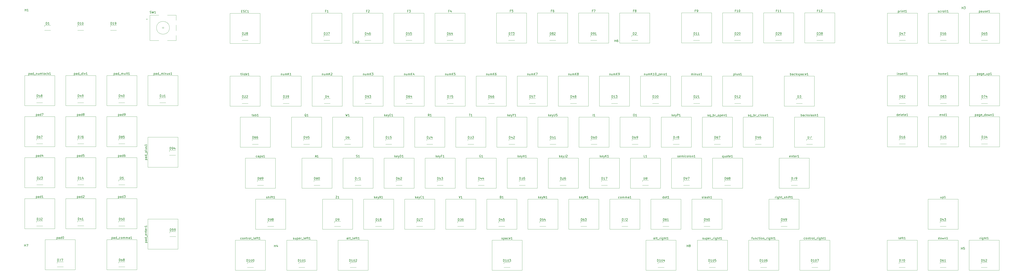
<source format=gbr>
%TF.GenerationSoftware,KiCad,Pcbnew,8.0.1-8.0.1-1~ubuntu22.04.1*%
%TF.CreationDate,2024-03-21T20:32:24+01:00*%
%TF.ProjectId,keyboard_pcb,6b657962-6f61-4726-945f-7063622e6b69,rev?*%
%TF.SameCoordinates,Original*%
%TF.FileFunction,Legend,Top*%
%TF.FilePolarity,Positive*%
%FSLAX46Y46*%
G04 Gerber Fmt 4.6, Leading zero omitted, Abs format (unit mm)*
G04 Created by KiCad (PCBNEW 8.0.1-8.0.1-1~ubuntu22.04.1) date 2024-03-21 20:32:24*
%MOMM*%
%LPD*%
G01*
G04 APERTURE LIST*
%ADD10C,0.150000*%
%ADD11C,0.120000*%
%ADD12C,3.200000*%
%ADD13C,4.000000*%
%ADD14C,2.200000*%
%ADD15R,0.700000X0.700000*%
%ADD16R,2.000000X2.000000*%
%ADD17C,2.000000*%
%ADD18R,3.200000X2.000000*%
%ADD19C,0.990600*%
%ADD20C,0.650000*%
%ADD21O,1.000000X1.600000*%
%ADD22O,1.000000X2.100000*%
G04 APERTURE END LIST*
D10*
X509338095Y-195104819D02*
X509338095Y-194104819D01*
X509338095Y-194581009D02*
X509909523Y-194581009D01*
X509909523Y-195104819D02*
X509909523Y-194104819D01*
X510861904Y-194104819D02*
X510385714Y-194104819D01*
X510385714Y-194104819D02*
X510338095Y-194581009D01*
X510338095Y-194581009D02*
X510385714Y-194533390D01*
X510385714Y-194533390D02*
X510480952Y-194485771D01*
X510480952Y-194485771D02*
X510719047Y-194485771D01*
X510719047Y-194485771D02*
X510814285Y-194533390D01*
X510814285Y-194533390D02*
X510861904Y-194581009D01*
X510861904Y-194581009D02*
X510909523Y-194676247D01*
X510909523Y-194676247D02*
X510909523Y-194914342D01*
X510909523Y-194914342D02*
X510861904Y-195009580D01*
X510861904Y-195009580D02*
X510814285Y-195057200D01*
X510814285Y-195057200D02*
X510719047Y-195104819D01*
X510719047Y-195104819D02*
X510480952Y-195104819D01*
X510480952Y-195104819D02*
X510385714Y-195057200D01*
X510385714Y-195057200D02*
X510338095Y-195009580D01*
X80189762Y-151344152D02*
X80189762Y-152344152D01*
X80189762Y-151391771D02*
X80285000Y-151344152D01*
X80285000Y-151344152D02*
X80475476Y-151344152D01*
X80475476Y-151344152D02*
X80570714Y-151391771D01*
X80570714Y-151391771D02*
X80618333Y-151439390D01*
X80618333Y-151439390D02*
X80665952Y-151534628D01*
X80665952Y-151534628D02*
X80665952Y-151820342D01*
X80665952Y-151820342D02*
X80618333Y-151915580D01*
X80618333Y-151915580D02*
X80570714Y-151963200D01*
X80570714Y-151963200D02*
X80475476Y-152010819D01*
X80475476Y-152010819D02*
X80285000Y-152010819D01*
X80285000Y-152010819D02*
X80189762Y-151963200D01*
X81523095Y-152010819D02*
X81523095Y-151487009D01*
X81523095Y-151487009D02*
X81475476Y-151391771D01*
X81475476Y-151391771D02*
X81380238Y-151344152D01*
X81380238Y-151344152D02*
X81189762Y-151344152D01*
X81189762Y-151344152D02*
X81094524Y-151391771D01*
X81523095Y-151963200D02*
X81427857Y-152010819D01*
X81427857Y-152010819D02*
X81189762Y-152010819D01*
X81189762Y-152010819D02*
X81094524Y-151963200D01*
X81094524Y-151963200D02*
X81046905Y-151867961D01*
X81046905Y-151867961D02*
X81046905Y-151772723D01*
X81046905Y-151772723D02*
X81094524Y-151677485D01*
X81094524Y-151677485D02*
X81189762Y-151629866D01*
X81189762Y-151629866D02*
X81427857Y-151629866D01*
X81427857Y-151629866D02*
X81523095Y-151582247D01*
X82427857Y-152010819D02*
X82427857Y-151010819D01*
X82427857Y-151963200D02*
X82332619Y-152010819D01*
X82332619Y-152010819D02*
X82142143Y-152010819D01*
X82142143Y-152010819D02*
X82046905Y-151963200D01*
X82046905Y-151963200D02*
X81999286Y-151915580D01*
X81999286Y-151915580D02*
X81951667Y-151820342D01*
X81951667Y-151820342D02*
X81951667Y-151534628D01*
X81951667Y-151534628D02*
X81999286Y-151439390D01*
X81999286Y-151439390D02*
X82046905Y-151391771D01*
X82046905Y-151391771D02*
X82142143Y-151344152D01*
X82142143Y-151344152D02*
X82332619Y-151344152D01*
X82332619Y-151344152D02*
X82427857Y-151391771D01*
X83332619Y-151344152D02*
X83332619Y-152010819D01*
X83094524Y-150963200D02*
X82856429Y-151677485D01*
X82856429Y-151677485D02*
X83475476Y-151677485D01*
X380645714Y-162584819D02*
X380645714Y-161584819D01*
X380645714Y-161584819D02*
X380883809Y-161584819D01*
X380883809Y-161584819D02*
X381026666Y-161632438D01*
X381026666Y-161632438D02*
X381121904Y-161727676D01*
X381121904Y-161727676D02*
X381169523Y-161822914D01*
X381169523Y-161822914D02*
X381217142Y-162013390D01*
X381217142Y-162013390D02*
X381217142Y-162156247D01*
X381217142Y-162156247D02*
X381169523Y-162346723D01*
X381169523Y-162346723D02*
X381121904Y-162441961D01*
X381121904Y-162441961D02*
X381026666Y-162537200D01*
X381026666Y-162537200D02*
X380883809Y-162584819D01*
X380883809Y-162584819D02*
X380645714Y-162584819D01*
X381693333Y-162584819D02*
X381883809Y-162584819D01*
X381883809Y-162584819D02*
X381979047Y-162537200D01*
X381979047Y-162537200D02*
X382026666Y-162489580D01*
X382026666Y-162489580D02*
X382121904Y-162346723D01*
X382121904Y-162346723D02*
X382169523Y-162156247D01*
X382169523Y-162156247D02*
X382169523Y-161775295D01*
X382169523Y-161775295D02*
X382121904Y-161680057D01*
X382121904Y-161680057D02*
X382074285Y-161632438D01*
X382074285Y-161632438D02*
X381979047Y-161584819D01*
X381979047Y-161584819D02*
X381788571Y-161584819D01*
X381788571Y-161584819D02*
X381693333Y-161632438D01*
X381693333Y-161632438D02*
X381645714Y-161680057D01*
X381645714Y-161680057D02*
X381598095Y-161775295D01*
X381598095Y-161775295D02*
X381598095Y-162013390D01*
X381598095Y-162013390D02*
X381645714Y-162108628D01*
X381645714Y-162108628D02*
X381693333Y-162156247D01*
X381693333Y-162156247D02*
X381788571Y-162203866D01*
X381788571Y-162203866D02*
X381979047Y-162203866D01*
X381979047Y-162203866D02*
X382074285Y-162156247D01*
X382074285Y-162156247D02*
X382121904Y-162108628D01*
X382121904Y-162108628D02*
X382169523Y-162013390D01*
X382502857Y-161584819D02*
X383169523Y-161584819D01*
X383169523Y-161584819D02*
X382740952Y-162584819D01*
X201719524Y-200684819D02*
X201719524Y-199684819D01*
X201719524Y-199684819D02*
X201957619Y-199684819D01*
X201957619Y-199684819D02*
X202100476Y-199732438D01*
X202100476Y-199732438D02*
X202195714Y-199827676D01*
X202195714Y-199827676D02*
X202243333Y-199922914D01*
X202243333Y-199922914D02*
X202290952Y-200113390D01*
X202290952Y-200113390D02*
X202290952Y-200256247D01*
X202290952Y-200256247D02*
X202243333Y-200446723D01*
X202243333Y-200446723D02*
X202195714Y-200541961D01*
X202195714Y-200541961D02*
X202100476Y-200637200D01*
X202100476Y-200637200D02*
X201957619Y-200684819D01*
X201957619Y-200684819D02*
X201719524Y-200684819D01*
X203243333Y-200684819D02*
X202671905Y-200684819D01*
X202957619Y-200684819D02*
X202957619Y-199684819D01*
X202957619Y-199684819D02*
X202862381Y-199827676D01*
X202862381Y-199827676D02*
X202767143Y-199922914D01*
X202767143Y-199922914D02*
X202671905Y-199970533D01*
X203862381Y-199684819D02*
X203957619Y-199684819D01*
X203957619Y-199684819D02*
X204052857Y-199732438D01*
X204052857Y-199732438D02*
X204100476Y-199780057D01*
X204100476Y-199780057D02*
X204148095Y-199875295D01*
X204148095Y-199875295D02*
X204195714Y-200065771D01*
X204195714Y-200065771D02*
X204195714Y-200303866D01*
X204195714Y-200303866D02*
X204148095Y-200494342D01*
X204148095Y-200494342D02*
X204100476Y-200589580D01*
X204100476Y-200589580D02*
X204052857Y-200637200D01*
X204052857Y-200637200D02*
X203957619Y-200684819D01*
X203957619Y-200684819D02*
X203862381Y-200684819D01*
X203862381Y-200684819D02*
X203767143Y-200637200D01*
X203767143Y-200637200D02*
X203719524Y-200589580D01*
X203719524Y-200589580D02*
X203671905Y-200494342D01*
X203671905Y-200494342D02*
X203624286Y-200303866D01*
X203624286Y-200303866D02*
X203624286Y-200065771D01*
X203624286Y-200065771D02*
X203671905Y-199875295D01*
X203671905Y-199875295D02*
X203719524Y-199780057D01*
X203719524Y-199780057D02*
X203767143Y-199732438D01*
X203767143Y-199732438D02*
X203862381Y-199684819D01*
X205148095Y-200684819D02*
X204576667Y-200684819D01*
X204862381Y-200684819D02*
X204862381Y-199684819D01*
X204862381Y-199684819D02*
X204767143Y-199827676D01*
X204767143Y-199827676D02*
X204671905Y-199922914D01*
X204671905Y-199922914D02*
X204576667Y-199970533D01*
X375895714Y-143534819D02*
X375895714Y-142534819D01*
X375895714Y-142534819D02*
X376133809Y-142534819D01*
X376133809Y-142534819D02*
X376276666Y-142582438D01*
X376276666Y-142582438D02*
X376371904Y-142677676D01*
X376371904Y-142677676D02*
X376419523Y-142772914D01*
X376419523Y-142772914D02*
X376467142Y-142963390D01*
X376467142Y-142963390D02*
X376467142Y-143106247D01*
X376467142Y-143106247D02*
X376419523Y-143296723D01*
X376419523Y-143296723D02*
X376371904Y-143391961D01*
X376371904Y-143391961D02*
X376276666Y-143487200D01*
X376276666Y-143487200D02*
X376133809Y-143534819D01*
X376133809Y-143534819D02*
X375895714Y-143534819D01*
X376800476Y-142534819D02*
X377467142Y-142534819D01*
X377467142Y-142534819D02*
X377038571Y-143534819D01*
X377990952Y-142963390D02*
X377895714Y-142915771D01*
X377895714Y-142915771D02*
X377848095Y-142868152D01*
X377848095Y-142868152D02*
X377800476Y-142772914D01*
X377800476Y-142772914D02*
X377800476Y-142725295D01*
X377800476Y-142725295D02*
X377848095Y-142630057D01*
X377848095Y-142630057D02*
X377895714Y-142582438D01*
X377895714Y-142582438D02*
X377990952Y-142534819D01*
X377990952Y-142534819D02*
X378181428Y-142534819D01*
X378181428Y-142534819D02*
X378276666Y-142582438D01*
X378276666Y-142582438D02*
X378324285Y-142630057D01*
X378324285Y-142630057D02*
X378371904Y-142725295D01*
X378371904Y-142725295D02*
X378371904Y-142772914D01*
X378371904Y-142772914D02*
X378324285Y-142868152D01*
X378324285Y-142868152D02*
X378276666Y-142915771D01*
X378276666Y-142915771D02*
X378181428Y-142963390D01*
X378181428Y-142963390D02*
X377990952Y-142963390D01*
X377990952Y-142963390D02*
X377895714Y-143011009D01*
X377895714Y-143011009D02*
X377848095Y-143058628D01*
X377848095Y-143058628D02*
X377800476Y-143153866D01*
X377800476Y-143153866D02*
X377800476Y-143344342D01*
X377800476Y-143344342D02*
X377848095Y-143439580D01*
X377848095Y-143439580D02*
X377895714Y-143487200D01*
X377895714Y-143487200D02*
X377990952Y-143534819D01*
X377990952Y-143534819D02*
X378181428Y-143534819D01*
X378181428Y-143534819D02*
X378276666Y-143487200D01*
X378276666Y-143487200D02*
X378324285Y-143439580D01*
X378324285Y-143439580D02*
X378371904Y-143344342D01*
X378371904Y-143344342D02*
X378371904Y-143153866D01*
X378371904Y-143153866D02*
X378324285Y-143058628D01*
X378324285Y-143058628D02*
X378276666Y-143011009D01*
X378276666Y-143011009D02*
X378181428Y-142963390D01*
X323395714Y-162584819D02*
X323395714Y-161584819D01*
X323395714Y-161584819D02*
X323633809Y-161584819D01*
X323633809Y-161584819D02*
X323776666Y-161632438D01*
X323776666Y-161632438D02*
X323871904Y-161727676D01*
X323871904Y-161727676D02*
X323919523Y-161822914D01*
X323919523Y-161822914D02*
X323967142Y-162013390D01*
X323967142Y-162013390D02*
X323967142Y-162156247D01*
X323967142Y-162156247D02*
X323919523Y-162346723D01*
X323919523Y-162346723D02*
X323871904Y-162441961D01*
X323871904Y-162441961D02*
X323776666Y-162537200D01*
X323776666Y-162537200D02*
X323633809Y-162584819D01*
X323633809Y-162584819D02*
X323395714Y-162584819D01*
X324348095Y-161680057D02*
X324395714Y-161632438D01*
X324395714Y-161632438D02*
X324490952Y-161584819D01*
X324490952Y-161584819D02*
X324729047Y-161584819D01*
X324729047Y-161584819D02*
X324824285Y-161632438D01*
X324824285Y-161632438D02*
X324871904Y-161680057D01*
X324871904Y-161680057D02*
X324919523Y-161775295D01*
X324919523Y-161775295D02*
X324919523Y-161870533D01*
X324919523Y-161870533D02*
X324871904Y-162013390D01*
X324871904Y-162013390D02*
X324300476Y-162584819D01*
X324300476Y-162584819D02*
X324919523Y-162584819D01*
X325776666Y-161584819D02*
X325586190Y-161584819D01*
X325586190Y-161584819D02*
X325490952Y-161632438D01*
X325490952Y-161632438D02*
X325443333Y-161680057D01*
X325443333Y-161680057D02*
X325348095Y-161822914D01*
X325348095Y-161822914D02*
X325300476Y-162013390D01*
X325300476Y-162013390D02*
X325300476Y-162394342D01*
X325300476Y-162394342D02*
X325348095Y-162489580D01*
X325348095Y-162489580D02*
X325395714Y-162537200D01*
X325395714Y-162537200D02*
X325490952Y-162584819D01*
X325490952Y-162584819D02*
X325681428Y-162584819D01*
X325681428Y-162584819D02*
X325776666Y-162537200D01*
X325776666Y-162537200D02*
X325824285Y-162489580D01*
X325824285Y-162489580D02*
X325871904Y-162394342D01*
X325871904Y-162394342D02*
X325871904Y-162156247D01*
X325871904Y-162156247D02*
X325824285Y-162061009D01*
X325824285Y-162061009D02*
X325776666Y-162013390D01*
X325776666Y-162013390D02*
X325681428Y-161965771D01*
X325681428Y-161965771D02*
X325490952Y-161965771D01*
X325490952Y-161965771D02*
X325395714Y-162013390D01*
X325395714Y-162013390D02*
X325348095Y-162061009D01*
X325348095Y-162061009D02*
X325300476Y-162156247D01*
X295755238Y-170787009D02*
X295898095Y-170834628D01*
X295898095Y-170834628D02*
X295945714Y-170882247D01*
X295945714Y-170882247D02*
X295993333Y-170977485D01*
X295993333Y-170977485D02*
X295993333Y-171120342D01*
X295993333Y-171120342D02*
X295945714Y-171215580D01*
X295945714Y-171215580D02*
X295898095Y-171263200D01*
X295898095Y-171263200D02*
X295802857Y-171310819D01*
X295802857Y-171310819D02*
X295421905Y-171310819D01*
X295421905Y-171310819D02*
X295421905Y-170310819D01*
X295421905Y-170310819D02*
X295755238Y-170310819D01*
X295755238Y-170310819D02*
X295850476Y-170358438D01*
X295850476Y-170358438D02*
X295898095Y-170406057D01*
X295898095Y-170406057D02*
X295945714Y-170501295D01*
X295945714Y-170501295D02*
X295945714Y-170596533D01*
X295945714Y-170596533D02*
X295898095Y-170691771D01*
X295898095Y-170691771D02*
X295850476Y-170739390D01*
X295850476Y-170739390D02*
X295755238Y-170787009D01*
X295755238Y-170787009D02*
X295421905Y-170787009D01*
X296945714Y-171310819D02*
X296374286Y-171310819D01*
X296660000Y-171310819D02*
X296660000Y-170310819D01*
X296660000Y-170310819D02*
X296564762Y-170453676D01*
X296564762Y-170453676D02*
X296469524Y-170548914D01*
X296469524Y-170548914D02*
X296374286Y-170596533D01*
X190688095Y-193954819D02*
X190688095Y-192954819D01*
X190688095Y-193431009D02*
X191259523Y-193431009D01*
X191259523Y-193954819D02*
X191259523Y-192954819D01*
X192164285Y-193288152D02*
X192164285Y-193954819D01*
X191926190Y-192907200D02*
X191688095Y-193621485D01*
X191688095Y-193621485D02*
X192307142Y-193621485D01*
X180238571Y-132544152D02*
X180619523Y-132544152D01*
X180381428Y-132210819D02*
X180381428Y-133067961D01*
X180381428Y-133067961D02*
X180429047Y-133163200D01*
X180429047Y-133163200D02*
X180524285Y-133210819D01*
X180524285Y-133210819D02*
X180619523Y-133210819D01*
X181381428Y-133210819D02*
X181381428Y-132687009D01*
X181381428Y-132687009D02*
X181333809Y-132591771D01*
X181333809Y-132591771D02*
X181238571Y-132544152D01*
X181238571Y-132544152D02*
X181048095Y-132544152D01*
X181048095Y-132544152D02*
X180952857Y-132591771D01*
X181381428Y-133163200D02*
X181286190Y-133210819D01*
X181286190Y-133210819D02*
X181048095Y-133210819D01*
X181048095Y-133210819D02*
X180952857Y-133163200D01*
X180952857Y-133163200D02*
X180905238Y-133067961D01*
X180905238Y-133067961D02*
X180905238Y-132972723D01*
X180905238Y-132972723D02*
X180952857Y-132877485D01*
X180952857Y-132877485D02*
X181048095Y-132829866D01*
X181048095Y-132829866D02*
X181286190Y-132829866D01*
X181286190Y-132829866D02*
X181381428Y-132782247D01*
X181857619Y-133210819D02*
X181857619Y-132210819D01*
X181857619Y-132591771D02*
X181952857Y-132544152D01*
X181952857Y-132544152D02*
X182143333Y-132544152D01*
X182143333Y-132544152D02*
X182238571Y-132591771D01*
X182238571Y-132591771D02*
X182286190Y-132639390D01*
X182286190Y-132639390D02*
X182333809Y-132734628D01*
X182333809Y-132734628D02*
X182333809Y-133020342D01*
X182333809Y-133020342D02*
X182286190Y-133115580D01*
X182286190Y-133115580D02*
X182238571Y-133163200D01*
X182238571Y-133163200D02*
X182143333Y-133210819D01*
X182143333Y-133210819D02*
X181952857Y-133210819D01*
X181952857Y-133210819D02*
X181857619Y-133163200D01*
X183286190Y-133210819D02*
X182714762Y-133210819D01*
X183000476Y-133210819D02*
X183000476Y-132210819D01*
X183000476Y-132210819D02*
X182905238Y-132353676D01*
X182905238Y-132353676D02*
X182810000Y-132448914D01*
X182810000Y-132448914D02*
X182714762Y-132496533D01*
X394945714Y-143534819D02*
X394945714Y-142534819D01*
X394945714Y-142534819D02*
X395183809Y-142534819D01*
X395183809Y-142534819D02*
X395326666Y-142582438D01*
X395326666Y-142582438D02*
X395421904Y-142677676D01*
X395421904Y-142677676D02*
X395469523Y-142772914D01*
X395469523Y-142772914D02*
X395517142Y-142963390D01*
X395517142Y-142963390D02*
X395517142Y-143106247D01*
X395517142Y-143106247D02*
X395469523Y-143296723D01*
X395469523Y-143296723D02*
X395421904Y-143391961D01*
X395421904Y-143391961D02*
X395326666Y-143487200D01*
X395326666Y-143487200D02*
X395183809Y-143534819D01*
X395183809Y-143534819D02*
X394945714Y-143534819D01*
X396088571Y-142963390D02*
X395993333Y-142915771D01*
X395993333Y-142915771D02*
X395945714Y-142868152D01*
X395945714Y-142868152D02*
X395898095Y-142772914D01*
X395898095Y-142772914D02*
X395898095Y-142725295D01*
X395898095Y-142725295D02*
X395945714Y-142630057D01*
X395945714Y-142630057D02*
X395993333Y-142582438D01*
X395993333Y-142582438D02*
X396088571Y-142534819D01*
X396088571Y-142534819D02*
X396279047Y-142534819D01*
X396279047Y-142534819D02*
X396374285Y-142582438D01*
X396374285Y-142582438D02*
X396421904Y-142630057D01*
X396421904Y-142630057D02*
X396469523Y-142725295D01*
X396469523Y-142725295D02*
X396469523Y-142772914D01*
X396469523Y-142772914D02*
X396421904Y-142868152D01*
X396421904Y-142868152D02*
X396374285Y-142915771D01*
X396374285Y-142915771D02*
X396279047Y-142963390D01*
X396279047Y-142963390D02*
X396088571Y-142963390D01*
X396088571Y-142963390D02*
X395993333Y-143011009D01*
X395993333Y-143011009D02*
X395945714Y-143058628D01*
X395945714Y-143058628D02*
X395898095Y-143153866D01*
X395898095Y-143153866D02*
X395898095Y-143344342D01*
X395898095Y-143344342D02*
X395945714Y-143439580D01*
X395945714Y-143439580D02*
X395993333Y-143487200D01*
X395993333Y-143487200D02*
X396088571Y-143534819D01*
X396088571Y-143534819D02*
X396279047Y-143534819D01*
X396279047Y-143534819D02*
X396374285Y-143487200D01*
X396374285Y-143487200D02*
X396421904Y-143439580D01*
X396421904Y-143439580D02*
X396469523Y-143344342D01*
X396469523Y-143344342D02*
X396469523Y-143153866D01*
X396469523Y-143153866D02*
X396421904Y-143058628D01*
X396421904Y-143058628D02*
X396374285Y-143011009D01*
X396374285Y-143011009D02*
X396279047Y-142963390D01*
X396802857Y-142534819D02*
X397469523Y-142534819D01*
X397469523Y-142534819D02*
X397040952Y-143534819D01*
X118655714Y-200434819D02*
X118655714Y-199434819D01*
X118655714Y-199434819D02*
X118893809Y-199434819D01*
X118893809Y-199434819D02*
X119036666Y-199482438D01*
X119036666Y-199482438D02*
X119131904Y-199577676D01*
X119131904Y-199577676D02*
X119179523Y-199672914D01*
X119179523Y-199672914D02*
X119227142Y-199863390D01*
X119227142Y-199863390D02*
X119227142Y-200006247D01*
X119227142Y-200006247D02*
X119179523Y-200196723D01*
X119179523Y-200196723D02*
X119131904Y-200291961D01*
X119131904Y-200291961D02*
X119036666Y-200387200D01*
X119036666Y-200387200D02*
X118893809Y-200434819D01*
X118893809Y-200434819D02*
X118655714Y-200434819D01*
X120084285Y-199434819D02*
X119893809Y-199434819D01*
X119893809Y-199434819D02*
X119798571Y-199482438D01*
X119798571Y-199482438D02*
X119750952Y-199530057D01*
X119750952Y-199530057D02*
X119655714Y-199672914D01*
X119655714Y-199672914D02*
X119608095Y-199863390D01*
X119608095Y-199863390D02*
X119608095Y-200244342D01*
X119608095Y-200244342D02*
X119655714Y-200339580D01*
X119655714Y-200339580D02*
X119703333Y-200387200D01*
X119703333Y-200387200D02*
X119798571Y-200434819D01*
X119798571Y-200434819D02*
X119989047Y-200434819D01*
X119989047Y-200434819D02*
X120084285Y-200387200D01*
X120084285Y-200387200D02*
X120131904Y-200339580D01*
X120131904Y-200339580D02*
X120179523Y-200244342D01*
X120179523Y-200244342D02*
X120179523Y-200006247D01*
X120179523Y-200006247D02*
X120131904Y-199911009D01*
X120131904Y-199911009D02*
X120084285Y-199863390D01*
X120084285Y-199863390D02*
X119989047Y-199815771D01*
X119989047Y-199815771D02*
X119798571Y-199815771D01*
X119798571Y-199815771D02*
X119703333Y-199863390D01*
X119703333Y-199863390D02*
X119655714Y-199911009D01*
X119655714Y-199911009D02*
X119608095Y-200006247D01*
X120750952Y-199863390D02*
X120655714Y-199815771D01*
X120655714Y-199815771D02*
X120608095Y-199768152D01*
X120608095Y-199768152D02*
X120560476Y-199672914D01*
X120560476Y-199672914D02*
X120560476Y-199625295D01*
X120560476Y-199625295D02*
X120608095Y-199530057D01*
X120608095Y-199530057D02*
X120655714Y-199482438D01*
X120655714Y-199482438D02*
X120750952Y-199434819D01*
X120750952Y-199434819D02*
X120941428Y-199434819D01*
X120941428Y-199434819D02*
X121036666Y-199482438D01*
X121036666Y-199482438D02*
X121084285Y-199530057D01*
X121084285Y-199530057D02*
X121131904Y-199625295D01*
X121131904Y-199625295D02*
X121131904Y-199672914D01*
X121131904Y-199672914D02*
X121084285Y-199768152D01*
X121084285Y-199768152D02*
X121036666Y-199815771D01*
X121036666Y-199815771D02*
X120941428Y-199863390D01*
X120941428Y-199863390D02*
X120750952Y-199863390D01*
X120750952Y-199863390D02*
X120655714Y-199911009D01*
X120655714Y-199911009D02*
X120608095Y-199958628D01*
X120608095Y-199958628D02*
X120560476Y-200053866D01*
X120560476Y-200053866D02*
X120560476Y-200244342D01*
X120560476Y-200244342D02*
X120608095Y-200339580D01*
X120608095Y-200339580D02*
X120655714Y-200387200D01*
X120655714Y-200387200D02*
X120750952Y-200434819D01*
X120750952Y-200434819D02*
X120941428Y-200434819D01*
X120941428Y-200434819D02*
X121036666Y-200387200D01*
X121036666Y-200387200D02*
X121084285Y-200339580D01*
X121084285Y-200339580D02*
X121131904Y-200244342D01*
X121131904Y-200244342D02*
X121131904Y-200053866D01*
X121131904Y-200053866D02*
X121084285Y-199958628D01*
X121084285Y-199958628D02*
X121036666Y-199911009D01*
X121036666Y-199911009D02*
X120941428Y-199863390D01*
X308050476Y-113494152D02*
X308050476Y-114160819D01*
X308050476Y-113589390D02*
X308098095Y-113541771D01*
X308098095Y-113541771D02*
X308193333Y-113494152D01*
X308193333Y-113494152D02*
X308336190Y-113494152D01*
X308336190Y-113494152D02*
X308431428Y-113541771D01*
X308431428Y-113541771D02*
X308479047Y-113637009D01*
X308479047Y-113637009D02*
X308479047Y-114160819D01*
X309383809Y-113494152D02*
X309383809Y-114160819D01*
X308955238Y-113494152D02*
X308955238Y-114017961D01*
X308955238Y-114017961D02*
X309002857Y-114113200D01*
X309002857Y-114113200D02*
X309098095Y-114160819D01*
X309098095Y-114160819D02*
X309240952Y-114160819D01*
X309240952Y-114160819D02*
X309336190Y-114113200D01*
X309336190Y-114113200D02*
X309383809Y-114065580D01*
X309860000Y-114160819D02*
X309860000Y-113494152D01*
X309860000Y-113589390D02*
X309907619Y-113541771D01*
X309907619Y-113541771D02*
X310002857Y-113494152D01*
X310002857Y-113494152D02*
X310145714Y-113494152D01*
X310145714Y-113494152D02*
X310240952Y-113541771D01*
X310240952Y-113541771D02*
X310288571Y-113637009D01*
X310288571Y-113637009D02*
X310288571Y-114160819D01*
X310288571Y-113637009D02*
X310336190Y-113541771D01*
X310336190Y-113541771D02*
X310431428Y-113494152D01*
X310431428Y-113494152D02*
X310574285Y-113494152D01*
X310574285Y-113494152D02*
X310669524Y-113541771D01*
X310669524Y-113541771D02*
X310717143Y-113637009D01*
X310717143Y-113637009D02*
X310717143Y-114160819D01*
X311193333Y-114160819D02*
X311193333Y-113160819D01*
X311764761Y-114160819D02*
X311336190Y-113589390D01*
X311764761Y-113160819D02*
X311193333Y-113732247D01*
X312098095Y-113160819D02*
X312764761Y-113160819D01*
X312764761Y-113160819D02*
X312336190Y-114160819D01*
X281048095Y-132210819D02*
X281619523Y-132210819D01*
X281333809Y-133210819D02*
X281333809Y-132210819D01*
X282476666Y-133210819D02*
X281905238Y-133210819D01*
X282190952Y-133210819D02*
X282190952Y-132210819D01*
X282190952Y-132210819D02*
X282095714Y-132353676D01*
X282095714Y-132353676D02*
X282000476Y-132448914D01*
X282000476Y-132448914D02*
X281905238Y-132496533D01*
X296157619Y-190313200D02*
X296252857Y-190360819D01*
X296252857Y-190360819D02*
X296443333Y-190360819D01*
X296443333Y-190360819D02*
X296538571Y-190313200D01*
X296538571Y-190313200D02*
X296586190Y-190217961D01*
X296586190Y-190217961D02*
X296586190Y-190170342D01*
X296586190Y-190170342D02*
X296538571Y-190075104D01*
X296538571Y-190075104D02*
X296443333Y-190027485D01*
X296443333Y-190027485D02*
X296300476Y-190027485D01*
X296300476Y-190027485D02*
X296205238Y-189979866D01*
X296205238Y-189979866D02*
X296157619Y-189884628D01*
X296157619Y-189884628D02*
X296157619Y-189837009D01*
X296157619Y-189837009D02*
X296205238Y-189741771D01*
X296205238Y-189741771D02*
X296300476Y-189694152D01*
X296300476Y-189694152D02*
X296443333Y-189694152D01*
X296443333Y-189694152D02*
X296538571Y-189741771D01*
X297014762Y-189694152D02*
X297014762Y-190694152D01*
X297014762Y-189741771D02*
X297110000Y-189694152D01*
X297110000Y-189694152D02*
X297300476Y-189694152D01*
X297300476Y-189694152D02*
X297395714Y-189741771D01*
X297395714Y-189741771D02*
X297443333Y-189789390D01*
X297443333Y-189789390D02*
X297490952Y-189884628D01*
X297490952Y-189884628D02*
X297490952Y-190170342D01*
X297490952Y-190170342D02*
X297443333Y-190265580D01*
X297443333Y-190265580D02*
X297395714Y-190313200D01*
X297395714Y-190313200D02*
X297300476Y-190360819D01*
X297300476Y-190360819D02*
X297110000Y-190360819D01*
X297110000Y-190360819D02*
X297014762Y-190313200D01*
X298348095Y-190360819D02*
X298348095Y-189837009D01*
X298348095Y-189837009D02*
X298300476Y-189741771D01*
X298300476Y-189741771D02*
X298205238Y-189694152D01*
X298205238Y-189694152D02*
X298014762Y-189694152D01*
X298014762Y-189694152D02*
X297919524Y-189741771D01*
X298348095Y-190313200D02*
X298252857Y-190360819D01*
X298252857Y-190360819D02*
X298014762Y-190360819D01*
X298014762Y-190360819D02*
X297919524Y-190313200D01*
X297919524Y-190313200D02*
X297871905Y-190217961D01*
X297871905Y-190217961D02*
X297871905Y-190122723D01*
X297871905Y-190122723D02*
X297919524Y-190027485D01*
X297919524Y-190027485D02*
X298014762Y-189979866D01*
X298014762Y-189979866D02*
X298252857Y-189979866D01*
X298252857Y-189979866D02*
X298348095Y-189932247D01*
X299252857Y-190313200D02*
X299157619Y-190360819D01*
X299157619Y-190360819D02*
X298967143Y-190360819D01*
X298967143Y-190360819D02*
X298871905Y-190313200D01*
X298871905Y-190313200D02*
X298824286Y-190265580D01*
X298824286Y-190265580D02*
X298776667Y-190170342D01*
X298776667Y-190170342D02*
X298776667Y-189884628D01*
X298776667Y-189884628D02*
X298824286Y-189789390D01*
X298824286Y-189789390D02*
X298871905Y-189741771D01*
X298871905Y-189741771D02*
X298967143Y-189694152D01*
X298967143Y-189694152D02*
X299157619Y-189694152D01*
X299157619Y-189694152D02*
X299252857Y-189741771D01*
X300062381Y-190313200D02*
X299967143Y-190360819D01*
X299967143Y-190360819D02*
X299776667Y-190360819D01*
X299776667Y-190360819D02*
X299681429Y-190313200D01*
X299681429Y-190313200D02*
X299633810Y-190217961D01*
X299633810Y-190217961D02*
X299633810Y-189837009D01*
X299633810Y-189837009D02*
X299681429Y-189741771D01*
X299681429Y-189741771D02*
X299776667Y-189694152D01*
X299776667Y-189694152D02*
X299967143Y-189694152D01*
X299967143Y-189694152D02*
X300062381Y-189741771D01*
X300062381Y-189741771D02*
X300110000Y-189837009D01*
X300110000Y-189837009D02*
X300110000Y-189932247D01*
X300110000Y-189932247D02*
X299633810Y-190027485D01*
X301062381Y-190360819D02*
X300490953Y-190360819D01*
X300776667Y-190360819D02*
X300776667Y-189360819D01*
X300776667Y-189360819D02*
X300681429Y-189503676D01*
X300681429Y-189503676D02*
X300586191Y-189598914D01*
X300586191Y-189598914D02*
X300490953Y-189646533D01*
X368369524Y-200684819D02*
X368369524Y-199684819D01*
X368369524Y-199684819D02*
X368607619Y-199684819D01*
X368607619Y-199684819D02*
X368750476Y-199732438D01*
X368750476Y-199732438D02*
X368845714Y-199827676D01*
X368845714Y-199827676D02*
X368893333Y-199922914D01*
X368893333Y-199922914D02*
X368940952Y-200113390D01*
X368940952Y-200113390D02*
X368940952Y-200256247D01*
X368940952Y-200256247D02*
X368893333Y-200446723D01*
X368893333Y-200446723D02*
X368845714Y-200541961D01*
X368845714Y-200541961D02*
X368750476Y-200637200D01*
X368750476Y-200637200D02*
X368607619Y-200684819D01*
X368607619Y-200684819D02*
X368369524Y-200684819D01*
X369893333Y-200684819D02*
X369321905Y-200684819D01*
X369607619Y-200684819D02*
X369607619Y-199684819D01*
X369607619Y-199684819D02*
X369512381Y-199827676D01*
X369512381Y-199827676D02*
X369417143Y-199922914D01*
X369417143Y-199922914D02*
X369321905Y-199970533D01*
X370512381Y-199684819D02*
X370607619Y-199684819D01*
X370607619Y-199684819D02*
X370702857Y-199732438D01*
X370702857Y-199732438D02*
X370750476Y-199780057D01*
X370750476Y-199780057D02*
X370798095Y-199875295D01*
X370798095Y-199875295D02*
X370845714Y-200065771D01*
X370845714Y-200065771D02*
X370845714Y-200303866D01*
X370845714Y-200303866D02*
X370798095Y-200494342D01*
X370798095Y-200494342D02*
X370750476Y-200589580D01*
X370750476Y-200589580D02*
X370702857Y-200637200D01*
X370702857Y-200637200D02*
X370607619Y-200684819D01*
X370607619Y-200684819D02*
X370512381Y-200684819D01*
X370512381Y-200684819D02*
X370417143Y-200637200D01*
X370417143Y-200637200D02*
X370369524Y-200589580D01*
X370369524Y-200589580D02*
X370321905Y-200494342D01*
X370321905Y-200494342D02*
X370274286Y-200303866D01*
X370274286Y-200303866D02*
X370274286Y-200065771D01*
X370274286Y-200065771D02*
X370321905Y-199875295D01*
X370321905Y-199875295D02*
X370369524Y-199780057D01*
X370369524Y-199780057D02*
X370417143Y-199732438D01*
X370417143Y-199732438D02*
X370512381Y-199684819D01*
X371702857Y-200018152D02*
X371702857Y-200684819D01*
X371464762Y-199637200D02*
X371226667Y-200351485D01*
X371226667Y-200351485D02*
X371845714Y-200351485D01*
X80555714Y-181484819D02*
X80555714Y-180484819D01*
X80555714Y-180484819D02*
X80793809Y-180484819D01*
X80793809Y-180484819D02*
X80936666Y-180532438D01*
X80936666Y-180532438D02*
X81031904Y-180627676D01*
X81031904Y-180627676D02*
X81079523Y-180722914D01*
X81079523Y-180722914D02*
X81127142Y-180913390D01*
X81127142Y-180913390D02*
X81127142Y-181056247D01*
X81127142Y-181056247D02*
X81079523Y-181246723D01*
X81079523Y-181246723D02*
X81031904Y-181341961D01*
X81031904Y-181341961D02*
X80936666Y-181437200D01*
X80936666Y-181437200D02*
X80793809Y-181484819D01*
X80793809Y-181484819D02*
X80555714Y-181484819D01*
X81460476Y-180484819D02*
X82079523Y-180484819D01*
X82079523Y-180484819D02*
X81746190Y-180865771D01*
X81746190Y-180865771D02*
X81889047Y-180865771D01*
X81889047Y-180865771D02*
X81984285Y-180913390D01*
X81984285Y-180913390D02*
X82031904Y-180961009D01*
X82031904Y-180961009D02*
X82079523Y-181056247D01*
X82079523Y-181056247D02*
X82079523Y-181294342D01*
X82079523Y-181294342D02*
X82031904Y-181389580D01*
X82031904Y-181389580D02*
X81984285Y-181437200D01*
X81984285Y-181437200D02*
X81889047Y-181484819D01*
X81889047Y-181484819D02*
X81603333Y-181484819D01*
X81603333Y-181484819D02*
X81508095Y-181437200D01*
X81508095Y-181437200D02*
X81460476Y-181389580D01*
X82460476Y-180580057D02*
X82508095Y-180532438D01*
X82508095Y-180532438D02*
X82603333Y-180484819D01*
X82603333Y-180484819D02*
X82841428Y-180484819D01*
X82841428Y-180484819D02*
X82936666Y-180532438D01*
X82936666Y-180532438D02*
X82984285Y-180580057D01*
X82984285Y-180580057D02*
X83031904Y-180675295D01*
X83031904Y-180675295D02*
X83031904Y-180770533D01*
X83031904Y-180770533D02*
X82984285Y-180913390D01*
X82984285Y-180913390D02*
X82412857Y-181484819D01*
X82412857Y-181484819D02*
X83031904Y-181484819D01*
X357536666Y-84317009D02*
X357203333Y-84317009D01*
X357203333Y-84840819D02*
X357203333Y-83840819D01*
X357203333Y-83840819D02*
X357679523Y-83840819D01*
X358203333Y-84269390D02*
X358108095Y-84221771D01*
X358108095Y-84221771D02*
X358060476Y-84174152D01*
X358060476Y-84174152D02*
X358012857Y-84078914D01*
X358012857Y-84078914D02*
X358012857Y-84031295D01*
X358012857Y-84031295D02*
X358060476Y-83936057D01*
X358060476Y-83936057D02*
X358108095Y-83888438D01*
X358108095Y-83888438D02*
X358203333Y-83840819D01*
X358203333Y-83840819D02*
X358393809Y-83840819D01*
X358393809Y-83840819D02*
X358489047Y-83888438D01*
X358489047Y-83888438D02*
X358536666Y-83936057D01*
X358536666Y-83936057D02*
X358584285Y-84031295D01*
X358584285Y-84031295D02*
X358584285Y-84078914D01*
X358584285Y-84078914D02*
X358536666Y-84174152D01*
X358536666Y-84174152D02*
X358489047Y-84221771D01*
X358489047Y-84221771D02*
X358393809Y-84269390D01*
X358393809Y-84269390D02*
X358203333Y-84269390D01*
X358203333Y-84269390D02*
X358108095Y-84317009D01*
X358108095Y-84317009D02*
X358060476Y-84364628D01*
X358060476Y-84364628D02*
X358012857Y-84459866D01*
X358012857Y-84459866D02*
X358012857Y-84650342D01*
X358012857Y-84650342D02*
X358060476Y-84745580D01*
X358060476Y-84745580D02*
X358108095Y-84793200D01*
X358108095Y-84793200D02*
X358203333Y-84840819D01*
X358203333Y-84840819D02*
X358393809Y-84840819D01*
X358393809Y-84840819D02*
X358489047Y-84793200D01*
X358489047Y-84793200D02*
X358536666Y-84745580D01*
X358536666Y-84745580D02*
X358584285Y-84650342D01*
X358584285Y-84650342D02*
X358584285Y-84459866D01*
X358584285Y-84459866D02*
X358536666Y-84364628D01*
X358536666Y-84364628D02*
X358489047Y-84317009D01*
X358489047Y-84317009D02*
X358393809Y-84269390D01*
X415969524Y-200684819D02*
X415969524Y-199684819D01*
X415969524Y-199684819D02*
X416207619Y-199684819D01*
X416207619Y-199684819D02*
X416350476Y-199732438D01*
X416350476Y-199732438D02*
X416445714Y-199827676D01*
X416445714Y-199827676D02*
X416493333Y-199922914D01*
X416493333Y-199922914D02*
X416540952Y-200113390D01*
X416540952Y-200113390D02*
X416540952Y-200256247D01*
X416540952Y-200256247D02*
X416493333Y-200446723D01*
X416493333Y-200446723D02*
X416445714Y-200541961D01*
X416445714Y-200541961D02*
X416350476Y-200637200D01*
X416350476Y-200637200D02*
X416207619Y-200684819D01*
X416207619Y-200684819D02*
X415969524Y-200684819D01*
X417493333Y-200684819D02*
X416921905Y-200684819D01*
X417207619Y-200684819D02*
X417207619Y-199684819D01*
X417207619Y-199684819D02*
X417112381Y-199827676D01*
X417112381Y-199827676D02*
X417017143Y-199922914D01*
X417017143Y-199922914D02*
X416921905Y-199970533D01*
X418112381Y-199684819D02*
X418207619Y-199684819D01*
X418207619Y-199684819D02*
X418302857Y-199732438D01*
X418302857Y-199732438D02*
X418350476Y-199780057D01*
X418350476Y-199780057D02*
X418398095Y-199875295D01*
X418398095Y-199875295D02*
X418445714Y-200065771D01*
X418445714Y-200065771D02*
X418445714Y-200303866D01*
X418445714Y-200303866D02*
X418398095Y-200494342D01*
X418398095Y-200494342D02*
X418350476Y-200589580D01*
X418350476Y-200589580D02*
X418302857Y-200637200D01*
X418302857Y-200637200D02*
X418207619Y-200684819D01*
X418207619Y-200684819D02*
X418112381Y-200684819D01*
X418112381Y-200684819D02*
X418017143Y-200637200D01*
X418017143Y-200637200D02*
X417969524Y-200589580D01*
X417969524Y-200589580D02*
X417921905Y-200494342D01*
X417921905Y-200494342D02*
X417874286Y-200303866D01*
X417874286Y-200303866D02*
X417874286Y-200065771D01*
X417874286Y-200065771D02*
X417921905Y-199875295D01*
X417921905Y-199875295D02*
X417969524Y-199780057D01*
X417969524Y-199780057D02*
X418017143Y-199732438D01*
X418017143Y-199732438D02*
X418112381Y-199684819D01*
X419302857Y-199684819D02*
X419112381Y-199684819D01*
X419112381Y-199684819D02*
X419017143Y-199732438D01*
X419017143Y-199732438D02*
X418969524Y-199780057D01*
X418969524Y-199780057D02*
X418874286Y-199922914D01*
X418874286Y-199922914D02*
X418826667Y-200113390D01*
X418826667Y-200113390D02*
X418826667Y-200494342D01*
X418826667Y-200494342D02*
X418874286Y-200589580D01*
X418874286Y-200589580D02*
X418921905Y-200637200D01*
X418921905Y-200637200D02*
X419017143Y-200684819D01*
X419017143Y-200684819D02*
X419207619Y-200684819D01*
X419207619Y-200684819D02*
X419302857Y-200637200D01*
X419302857Y-200637200D02*
X419350476Y-200589580D01*
X419350476Y-200589580D02*
X419398095Y-200494342D01*
X419398095Y-200494342D02*
X419398095Y-200256247D01*
X419398095Y-200256247D02*
X419350476Y-200161009D01*
X419350476Y-200161009D02*
X419302857Y-200113390D01*
X419302857Y-200113390D02*
X419207619Y-200065771D01*
X419207619Y-200065771D02*
X419017143Y-200065771D01*
X419017143Y-200065771D02*
X418921905Y-200113390D01*
X418921905Y-200113390D02*
X418874286Y-200161009D01*
X418874286Y-200161009D02*
X418826667Y-200256247D01*
X433471905Y-124584819D02*
X433471905Y-123584819D01*
X433471905Y-123584819D02*
X433710000Y-123584819D01*
X433710000Y-123584819D02*
X433852857Y-123632438D01*
X433852857Y-123632438D02*
X433948095Y-123727676D01*
X433948095Y-123727676D02*
X433995714Y-123822914D01*
X433995714Y-123822914D02*
X434043333Y-124013390D01*
X434043333Y-124013390D02*
X434043333Y-124156247D01*
X434043333Y-124156247D02*
X433995714Y-124346723D01*
X433995714Y-124346723D02*
X433948095Y-124441961D01*
X433948095Y-124441961D02*
X433852857Y-124537200D01*
X433852857Y-124537200D02*
X433710000Y-124584819D01*
X433710000Y-124584819D02*
X433471905Y-124584819D01*
X434376667Y-123584819D02*
X434995714Y-123584819D01*
X434995714Y-123584819D02*
X434662381Y-123965771D01*
X434662381Y-123965771D02*
X434805238Y-123965771D01*
X434805238Y-123965771D02*
X434900476Y-124013390D01*
X434900476Y-124013390D02*
X434948095Y-124061009D01*
X434948095Y-124061009D02*
X434995714Y-124156247D01*
X434995714Y-124156247D02*
X434995714Y-124394342D01*
X434995714Y-124394342D02*
X434948095Y-124489580D01*
X434948095Y-124489580D02*
X434900476Y-124537200D01*
X434900476Y-124537200D02*
X434805238Y-124584819D01*
X434805238Y-124584819D02*
X434519524Y-124584819D01*
X434519524Y-124584819D02*
X434424286Y-124537200D01*
X434424286Y-124537200D02*
X434376667Y-124489580D01*
X252776666Y-84437009D02*
X252443333Y-84437009D01*
X252443333Y-84960819D02*
X252443333Y-83960819D01*
X252443333Y-83960819D02*
X252919523Y-83960819D01*
X253205238Y-83960819D02*
X253824285Y-83960819D01*
X253824285Y-83960819D02*
X253490952Y-84341771D01*
X253490952Y-84341771D02*
X253633809Y-84341771D01*
X253633809Y-84341771D02*
X253729047Y-84389390D01*
X253729047Y-84389390D02*
X253776666Y-84437009D01*
X253776666Y-84437009D02*
X253824285Y-84532247D01*
X253824285Y-84532247D02*
X253824285Y-84770342D01*
X253824285Y-84770342D02*
X253776666Y-84865580D01*
X253776666Y-84865580D02*
X253729047Y-84913200D01*
X253729047Y-84913200D02*
X253633809Y-84960819D01*
X253633809Y-84960819D02*
X253348095Y-84960819D01*
X253348095Y-84960819D02*
X253252857Y-84913200D01*
X253252857Y-84913200D02*
X253205238Y-84865580D01*
X438221905Y-143534819D02*
X438221905Y-142534819D01*
X438221905Y-142534819D02*
X438460000Y-142534819D01*
X438460000Y-142534819D02*
X438602857Y-142582438D01*
X438602857Y-142582438D02*
X438698095Y-142677676D01*
X438698095Y-142677676D02*
X438745714Y-142772914D01*
X438745714Y-142772914D02*
X438793333Y-142963390D01*
X438793333Y-142963390D02*
X438793333Y-143106247D01*
X438793333Y-143106247D02*
X438745714Y-143296723D01*
X438745714Y-143296723D02*
X438698095Y-143391961D01*
X438698095Y-143391961D02*
X438602857Y-143487200D01*
X438602857Y-143487200D02*
X438460000Y-143534819D01*
X438460000Y-143534819D02*
X438221905Y-143534819D01*
X439126667Y-142534819D02*
X439793333Y-142534819D01*
X439793333Y-142534819D02*
X439364762Y-143534819D01*
X403800476Y-113494152D02*
X403800476Y-114494152D01*
X403800476Y-113541771D02*
X403895714Y-113494152D01*
X403895714Y-113494152D02*
X404086190Y-113494152D01*
X404086190Y-113494152D02*
X404181428Y-113541771D01*
X404181428Y-113541771D02*
X404229047Y-113589390D01*
X404229047Y-113589390D02*
X404276666Y-113684628D01*
X404276666Y-113684628D02*
X404276666Y-113970342D01*
X404276666Y-113970342D02*
X404229047Y-114065580D01*
X404229047Y-114065580D02*
X404181428Y-114113200D01*
X404181428Y-114113200D02*
X404086190Y-114160819D01*
X404086190Y-114160819D02*
X403895714Y-114160819D01*
X403895714Y-114160819D02*
X403800476Y-114113200D01*
X404848095Y-114160819D02*
X404752857Y-114113200D01*
X404752857Y-114113200D02*
X404705238Y-114017961D01*
X404705238Y-114017961D02*
X404705238Y-113160819D01*
X405657619Y-113494152D02*
X405657619Y-114160819D01*
X405229048Y-113494152D02*
X405229048Y-114017961D01*
X405229048Y-114017961D02*
X405276667Y-114113200D01*
X405276667Y-114113200D02*
X405371905Y-114160819D01*
X405371905Y-114160819D02*
X405514762Y-114160819D01*
X405514762Y-114160819D02*
X405610000Y-114113200D01*
X405610000Y-114113200D02*
X405657619Y-114065580D01*
X406086191Y-114113200D02*
X406181429Y-114160819D01*
X406181429Y-114160819D02*
X406371905Y-114160819D01*
X406371905Y-114160819D02*
X406467143Y-114113200D01*
X406467143Y-114113200D02*
X406514762Y-114017961D01*
X406514762Y-114017961D02*
X406514762Y-113970342D01*
X406514762Y-113970342D02*
X406467143Y-113875104D01*
X406467143Y-113875104D02*
X406371905Y-113827485D01*
X406371905Y-113827485D02*
X406229048Y-113827485D01*
X406229048Y-113827485D02*
X406133810Y-113779866D01*
X406133810Y-113779866D02*
X406086191Y-113684628D01*
X406086191Y-113684628D02*
X406086191Y-113637009D01*
X406086191Y-113637009D02*
X406133810Y-113541771D01*
X406133810Y-113541771D02*
X406229048Y-113494152D01*
X406229048Y-113494152D02*
X406371905Y-113494152D01*
X406371905Y-113494152D02*
X406467143Y-113541771D01*
X407467143Y-114160819D02*
X406895715Y-114160819D01*
X407181429Y-114160819D02*
X407181429Y-113160819D01*
X407181429Y-113160819D02*
X407086191Y-113303676D01*
X407086191Y-113303676D02*
X406990953Y-113398914D01*
X406990953Y-113398914D02*
X406895715Y-113446533D01*
X430645714Y-162584819D02*
X430645714Y-161584819D01*
X430645714Y-161584819D02*
X430883809Y-161584819D01*
X430883809Y-161584819D02*
X431026666Y-161632438D01*
X431026666Y-161632438D02*
X431121904Y-161727676D01*
X431121904Y-161727676D02*
X431169523Y-161822914D01*
X431169523Y-161822914D02*
X431217142Y-162013390D01*
X431217142Y-162013390D02*
X431217142Y-162156247D01*
X431217142Y-162156247D02*
X431169523Y-162346723D01*
X431169523Y-162346723D02*
X431121904Y-162441961D01*
X431121904Y-162441961D02*
X431026666Y-162537200D01*
X431026666Y-162537200D02*
X430883809Y-162584819D01*
X430883809Y-162584819D02*
X430645714Y-162584819D01*
X431550476Y-161584819D02*
X432217142Y-161584819D01*
X432217142Y-161584819D02*
X431788571Y-162584819D01*
X432645714Y-162584819D02*
X432836190Y-162584819D01*
X432836190Y-162584819D02*
X432931428Y-162537200D01*
X432931428Y-162537200D02*
X432979047Y-162489580D01*
X432979047Y-162489580D02*
X433074285Y-162346723D01*
X433074285Y-162346723D02*
X433121904Y-162156247D01*
X433121904Y-162156247D02*
X433121904Y-161775295D01*
X433121904Y-161775295D02*
X433074285Y-161680057D01*
X433074285Y-161680057D02*
X433026666Y-161632438D01*
X433026666Y-161632438D02*
X432931428Y-161584819D01*
X432931428Y-161584819D02*
X432740952Y-161584819D01*
X432740952Y-161584819D02*
X432645714Y-161632438D01*
X432645714Y-161632438D02*
X432598095Y-161680057D01*
X432598095Y-161680057D02*
X432550476Y-161775295D01*
X432550476Y-161775295D02*
X432550476Y-162013390D01*
X432550476Y-162013390D02*
X432598095Y-162108628D01*
X432598095Y-162108628D02*
X432645714Y-162156247D01*
X432645714Y-162156247D02*
X432740952Y-162203866D01*
X432740952Y-162203866D02*
X432931428Y-162203866D01*
X432931428Y-162203866D02*
X433026666Y-162156247D01*
X433026666Y-162156247D02*
X433074285Y-162108628D01*
X433074285Y-162108628D02*
X433121904Y-162013390D01*
X389407618Y-190313200D02*
X389502856Y-190360819D01*
X389502856Y-190360819D02*
X389693332Y-190360819D01*
X389693332Y-190360819D02*
X389788570Y-190313200D01*
X389788570Y-190313200D02*
X389836189Y-190217961D01*
X389836189Y-190217961D02*
X389836189Y-190170342D01*
X389836189Y-190170342D02*
X389788570Y-190075104D01*
X389788570Y-190075104D02*
X389693332Y-190027485D01*
X389693332Y-190027485D02*
X389550475Y-190027485D01*
X389550475Y-190027485D02*
X389455237Y-189979866D01*
X389455237Y-189979866D02*
X389407618Y-189884628D01*
X389407618Y-189884628D02*
X389407618Y-189837009D01*
X389407618Y-189837009D02*
X389455237Y-189741771D01*
X389455237Y-189741771D02*
X389550475Y-189694152D01*
X389550475Y-189694152D02*
X389693332Y-189694152D01*
X389693332Y-189694152D02*
X389788570Y-189741771D01*
X390693332Y-189694152D02*
X390693332Y-190360819D01*
X390264761Y-189694152D02*
X390264761Y-190217961D01*
X390264761Y-190217961D02*
X390312380Y-190313200D01*
X390312380Y-190313200D02*
X390407618Y-190360819D01*
X390407618Y-190360819D02*
X390550475Y-190360819D01*
X390550475Y-190360819D02*
X390645713Y-190313200D01*
X390645713Y-190313200D02*
X390693332Y-190265580D01*
X391169523Y-189694152D02*
X391169523Y-190694152D01*
X391169523Y-189741771D02*
X391264761Y-189694152D01*
X391264761Y-189694152D02*
X391455237Y-189694152D01*
X391455237Y-189694152D02*
X391550475Y-189741771D01*
X391550475Y-189741771D02*
X391598094Y-189789390D01*
X391598094Y-189789390D02*
X391645713Y-189884628D01*
X391645713Y-189884628D02*
X391645713Y-190170342D01*
X391645713Y-190170342D02*
X391598094Y-190265580D01*
X391598094Y-190265580D02*
X391550475Y-190313200D01*
X391550475Y-190313200D02*
X391455237Y-190360819D01*
X391455237Y-190360819D02*
X391264761Y-190360819D01*
X391264761Y-190360819D02*
X391169523Y-190313200D01*
X392455237Y-190313200D02*
X392359999Y-190360819D01*
X392359999Y-190360819D02*
X392169523Y-190360819D01*
X392169523Y-190360819D02*
X392074285Y-190313200D01*
X392074285Y-190313200D02*
X392026666Y-190217961D01*
X392026666Y-190217961D02*
X392026666Y-189837009D01*
X392026666Y-189837009D02*
X392074285Y-189741771D01*
X392074285Y-189741771D02*
X392169523Y-189694152D01*
X392169523Y-189694152D02*
X392359999Y-189694152D01*
X392359999Y-189694152D02*
X392455237Y-189741771D01*
X392455237Y-189741771D02*
X392502856Y-189837009D01*
X392502856Y-189837009D02*
X392502856Y-189932247D01*
X392502856Y-189932247D02*
X392026666Y-190027485D01*
X392931428Y-190360819D02*
X392931428Y-189694152D01*
X392931428Y-189884628D02*
X392979047Y-189789390D01*
X392979047Y-189789390D02*
X393026666Y-189741771D01*
X393026666Y-189741771D02*
X393121904Y-189694152D01*
X393121904Y-189694152D02*
X393217142Y-189694152D01*
X393312381Y-190456057D02*
X394074285Y-190456057D01*
X394312381Y-190360819D02*
X394312381Y-189694152D01*
X394312381Y-189884628D02*
X394360000Y-189789390D01*
X394360000Y-189789390D02*
X394407619Y-189741771D01*
X394407619Y-189741771D02*
X394502857Y-189694152D01*
X394502857Y-189694152D02*
X394598095Y-189694152D01*
X394931429Y-190360819D02*
X394931429Y-189694152D01*
X394931429Y-189360819D02*
X394883810Y-189408438D01*
X394883810Y-189408438D02*
X394931429Y-189456057D01*
X394931429Y-189456057D02*
X394979048Y-189408438D01*
X394979048Y-189408438D02*
X394931429Y-189360819D01*
X394931429Y-189360819D02*
X394931429Y-189456057D01*
X395836190Y-189694152D02*
X395836190Y-190503676D01*
X395836190Y-190503676D02*
X395788571Y-190598914D01*
X395788571Y-190598914D02*
X395740952Y-190646533D01*
X395740952Y-190646533D02*
X395645714Y-190694152D01*
X395645714Y-190694152D02*
X395502857Y-190694152D01*
X395502857Y-190694152D02*
X395407619Y-190646533D01*
X395836190Y-190313200D02*
X395740952Y-190360819D01*
X395740952Y-190360819D02*
X395550476Y-190360819D01*
X395550476Y-190360819D02*
X395455238Y-190313200D01*
X395455238Y-190313200D02*
X395407619Y-190265580D01*
X395407619Y-190265580D02*
X395360000Y-190170342D01*
X395360000Y-190170342D02*
X395360000Y-189884628D01*
X395360000Y-189884628D02*
X395407619Y-189789390D01*
X395407619Y-189789390D02*
X395455238Y-189741771D01*
X395455238Y-189741771D02*
X395550476Y-189694152D01*
X395550476Y-189694152D02*
X395740952Y-189694152D01*
X395740952Y-189694152D02*
X395836190Y-189741771D01*
X396312381Y-190360819D02*
X396312381Y-189360819D01*
X396740952Y-190360819D02*
X396740952Y-189837009D01*
X396740952Y-189837009D02*
X396693333Y-189741771D01*
X396693333Y-189741771D02*
X396598095Y-189694152D01*
X396598095Y-189694152D02*
X396455238Y-189694152D01*
X396455238Y-189694152D02*
X396360000Y-189741771D01*
X396360000Y-189741771D02*
X396312381Y-189789390D01*
X397074286Y-189694152D02*
X397455238Y-189694152D01*
X397217143Y-189360819D02*
X397217143Y-190217961D01*
X397217143Y-190217961D02*
X397264762Y-190313200D01*
X397264762Y-190313200D02*
X397360000Y-190360819D01*
X397360000Y-190360819D02*
X397455238Y-190360819D01*
X398312381Y-190360819D02*
X397740953Y-190360819D01*
X398026667Y-190360819D02*
X398026667Y-189360819D01*
X398026667Y-189360819D02*
X397931429Y-189503676D01*
X397931429Y-189503676D02*
X397836191Y-189598914D01*
X397836191Y-189598914D02*
X397740953Y-189646533D01*
X118289762Y-132294152D02*
X118289762Y-133294152D01*
X118289762Y-132341771D02*
X118385000Y-132294152D01*
X118385000Y-132294152D02*
X118575476Y-132294152D01*
X118575476Y-132294152D02*
X118670714Y-132341771D01*
X118670714Y-132341771D02*
X118718333Y-132389390D01*
X118718333Y-132389390D02*
X118765952Y-132484628D01*
X118765952Y-132484628D02*
X118765952Y-132770342D01*
X118765952Y-132770342D02*
X118718333Y-132865580D01*
X118718333Y-132865580D02*
X118670714Y-132913200D01*
X118670714Y-132913200D02*
X118575476Y-132960819D01*
X118575476Y-132960819D02*
X118385000Y-132960819D01*
X118385000Y-132960819D02*
X118289762Y-132913200D01*
X119623095Y-132960819D02*
X119623095Y-132437009D01*
X119623095Y-132437009D02*
X119575476Y-132341771D01*
X119575476Y-132341771D02*
X119480238Y-132294152D01*
X119480238Y-132294152D02*
X119289762Y-132294152D01*
X119289762Y-132294152D02*
X119194524Y-132341771D01*
X119623095Y-132913200D02*
X119527857Y-132960819D01*
X119527857Y-132960819D02*
X119289762Y-132960819D01*
X119289762Y-132960819D02*
X119194524Y-132913200D01*
X119194524Y-132913200D02*
X119146905Y-132817961D01*
X119146905Y-132817961D02*
X119146905Y-132722723D01*
X119146905Y-132722723D02*
X119194524Y-132627485D01*
X119194524Y-132627485D02*
X119289762Y-132579866D01*
X119289762Y-132579866D02*
X119527857Y-132579866D01*
X119527857Y-132579866D02*
X119623095Y-132532247D01*
X120527857Y-132960819D02*
X120527857Y-131960819D01*
X120527857Y-132913200D02*
X120432619Y-132960819D01*
X120432619Y-132960819D02*
X120242143Y-132960819D01*
X120242143Y-132960819D02*
X120146905Y-132913200D01*
X120146905Y-132913200D02*
X120099286Y-132865580D01*
X120099286Y-132865580D02*
X120051667Y-132770342D01*
X120051667Y-132770342D02*
X120051667Y-132484628D01*
X120051667Y-132484628D02*
X120099286Y-132389390D01*
X120099286Y-132389390D02*
X120146905Y-132341771D01*
X120146905Y-132341771D02*
X120242143Y-132294152D01*
X120242143Y-132294152D02*
X120432619Y-132294152D01*
X120432619Y-132294152D02*
X120527857Y-132341771D01*
X121051667Y-132960819D02*
X121242143Y-132960819D01*
X121242143Y-132960819D02*
X121337381Y-132913200D01*
X121337381Y-132913200D02*
X121385000Y-132865580D01*
X121385000Y-132865580D02*
X121480238Y-132722723D01*
X121480238Y-132722723D02*
X121527857Y-132532247D01*
X121527857Y-132532247D02*
X121527857Y-132151295D01*
X121527857Y-132151295D02*
X121480238Y-132056057D01*
X121480238Y-132056057D02*
X121432619Y-132008438D01*
X121432619Y-132008438D02*
X121337381Y-131960819D01*
X121337381Y-131960819D02*
X121146905Y-131960819D01*
X121146905Y-131960819D02*
X121051667Y-132008438D01*
X121051667Y-132008438D02*
X121004048Y-132056057D01*
X121004048Y-132056057D02*
X120956429Y-132151295D01*
X120956429Y-132151295D02*
X120956429Y-132389390D01*
X120956429Y-132389390D02*
X121004048Y-132484628D01*
X121004048Y-132484628D02*
X121051667Y-132532247D01*
X121051667Y-132532247D02*
X121146905Y-132579866D01*
X121146905Y-132579866D02*
X121337381Y-132579866D01*
X121337381Y-132579866D02*
X121432619Y-132532247D01*
X121432619Y-132532247D02*
X121480238Y-132484628D01*
X121480238Y-132484628D02*
X121527857Y-132389390D01*
X313233809Y-171310819D02*
X313233809Y-170310819D01*
X313329047Y-170929866D02*
X313614761Y-171310819D01*
X313614761Y-170644152D02*
X313233809Y-171025104D01*
X314424285Y-171263200D02*
X314329047Y-171310819D01*
X314329047Y-171310819D02*
X314138571Y-171310819D01*
X314138571Y-171310819D02*
X314043333Y-171263200D01*
X314043333Y-171263200D02*
X313995714Y-171167961D01*
X313995714Y-171167961D02*
X313995714Y-170787009D01*
X313995714Y-170787009D02*
X314043333Y-170691771D01*
X314043333Y-170691771D02*
X314138571Y-170644152D01*
X314138571Y-170644152D02*
X314329047Y-170644152D01*
X314329047Y-170644152D02*
X314424285Y-170691771D01*
X314424285Y-170691771D02*
X314471904Y-170787009D01*
X314471904Y-170787009D02*
X314471904Y-170882247D01*
X314471904Y-170882247D02*
X313995714Y-170977485D01*
X314805238Y-170644152D02*
X315043333Y-171310819D01*
X315281428Y-170644152D02*
X315043333Y-171310819D01*
X315043333Y-171310819D02*
X314948095Y-171548914D01*
X314948095Y-171548914D02*
X314900476Y-171596533D01*
X314900476Y-171596533D02*
X314805238Y-171644152D01*
X315662381Y-171310819D02*
X315662381Y-170310819D01*
X315662381Y-170310819D02*
X316233809Y-171310819D01*
X316233809Y-171310819D02*
X316233809Y-170310819D01*
X317233809Y-171310819D02*
X316662381Y-171310819D01*
X316948095Y-171310819D02*
X316948095Y-170310819D01*
X316948095Y-170310819D02*
X316852857Y-170453676D01*
X316852857Y-170453676D02*
X316757619Y-170548914D01*
X316757619Y-170548914D02*
X316662381Y-170596533D01*
X232945714Y-124584819D02*
X232945714Y-123584819D01*
X232945714Y-123584819D02*
X233183809Y-123584819D01*
X233183809Y-123584819D02*
X233326666Y-123632438D01*
X233326666Y-123632438D02*
X233421904Y-123727676D01*
X233421904Y-123727676D02*
X233469523Y-123822914D01*
X233469523Y-123822914D02*
X233517142Y-124013390D01*
X233517142Y-124013390D02*
X233517142Y-124156247D01*
X233517142Y-124156247D02*
X233469523Y-124346723D01*
X233469523Y-124346723D02*
X233421904Y-124441961D01*
X233421904Y-124441961D02*
X233326666Y-124537200D01*
X233326666Y-124537200D02*
X233183809Y-124584819D01*
X233183809Y-124584819D02*
X232945714Y-124584819D01*
X233993333Y-124584819D02*
X234183809Y-124584819D01*
X234183809Y-124584819D02*
X234279047Y-124537200D01*
X234279047Y-124537200D02*
X234326666Y-124489580D01*
X234326666Y-124489580D02*
X234421904Y-124346723D01*
X234421904Y-124346723D02*
X234469523Y-124156247D01*
X234469523Y-124156247D02*
X234469523Y-123775295D01*
X234469523Y-123775295D02*
X234421904Y-123680057D01*
X234421904Y-123680057D02*
X234374285Y-123632438D01*
X234374285Y-123632438D02*
X234279047Y-123584819D01*
X234279047Y-123584819D02*
X234088571Y-123584819D01*
X234088571Y-123584819D02*
X233993333Y-123632438D01*
X233993333Y-123632438D02*
X233945714Y-123680057D01*
X233945714Y-123680057D02*
X233898095Y-123775295D01*
X233898095Y-123775295D02*
X233898095Y-124013390D01*
X233898095Y-124013390D02*
X233945714Y-124108628D01*
X233945714Y-124108628D02*
X233993333Y-124156247D01*
X233993333Y-124156247D02*
X234088571Y-124203866D01*
X234088571Y-124203866D02*
X234279047Y-124203866D01*
X234279047Y-124203866D02*
X234374285Y-124156247D01*
X234374285Y-124156247D02*
X234421904Y-124108628D01*
X234421904Y-124108628D02*
X234469523Y-124013390D01*
X234802857Y-123584819D02*
X235421904Y-123584819D01*
X235421904Y-123584819D02*
X235088571Y-123965771D01*
X235088571Y-123965771D02*
X235231428Y-123965771D01*
X235231428Y-123965771D02*
X235326666Y-124013390D01*
X235326666Y-124013390D02*
X235374285Y-124061009D01*
X235374285Y-124061009D02*
X235421904Y-124156247D01*
X235421904Y-124156247D02*
X235421904Y-124394342D01*
X235421904Y-124394342D02*
X235374285Y-124489580D01*
X235374285Y-124489580D02*
X235326666Y-124537200D01*
X235326666Y-124537200D02*
X235231428Y-124584819D01*
X235231428Y-124584819D02*
X234945714Y-124584819D01*
X234945714Y-124584819D02*
X234850476Y-124537200D01*
X234850476Y-124537200D02*
X234802857Y-124489580D01*
X328195714Y-124584819D02*
X328195714Y-123584819D01*
X328195714Y-123584819D02*
X328433809Y-123584819D01*
X328433809Y-123584819D02*
X328576666Y-123632438D01*
X328576666Y-123632438D02*
X328671904Y-123727676D01*
X328671904Y-123727676D02*
X328719523Y-123822914D01*
X328719523Y-123822914D02*
X328767142Y-124013390D01*
X328767142Y-124013390D02*
X328767142Y-124156247D01*
X328767142Y-124156247D02*
X328719523Y-124346723D01*
X328719523Y-124346723D02*
X328671904Y-124441961D01*
X328671904Y-124441961D02*
X328576666Y-124537200D01*
X328576666Y-124537200D02*
X328433809Y-124584819D01*
X328433809Y-124584819D02*
X328195714Y-124584819D01*
X329624285Y-123918152D02*
X329624285Y-124584819D01*
X329386190Y-123537200D02*
X329148095Y-124251485D01*
X329148095Y-124251485D02*
X329767142Y-124251485D01*
X330290952Y-124013390D02*
X330195714Y-123965771D01*
X330195714Y-123965771D02*
X330148095Y-123918152D01*
X330148095Y-123918152D02*
X330100476Y-123822914D01*
X330100476Y-123822914D02*
X330100476Y-123775295D01*
X330100476Y-123775295D02*
X330148095Y-123680057D01*
X330148095Y-123680057D02*
X330195714Y-123632438D01*
X330195714Y-123632438D02*
X330290952Y-123584819D01*
X330290952Y-123584819D02*
X330481428Y-123584819D01*
X330481428Y-123584819D02*
X330576666Y-123632438D01*
X330576666Y-123632438D02*
X330624285Y-123680057D01*
X330624285Y-123680057D02*
X330671904Y-123775295D01*
X330671904Y-123775295D02*
X330671904Y-123822914D01*
X330671904Y-123822914D02*
X330624285Y-123918152D01*
X330624285Y-123918152D02*
X330576666Y-123965771D01*
X330576666Y-123965771D02*
X330481428Y-124013390D01*
X330481428Y-124013390D02*
X330290952Y-124013390D01*
X330290952Y-124013390D02*
X330195714Y-124061009D01*
X330195714Y-124061009D02*
X330148095Y-124108628D01*
X330148095Y-124108628D02*
X330100476Y-124203866D01*
X330100476Y-124203866D02*
X330100476Y-124394342D01*
X330100476Y-124394342D02*
X330148095Y-124489580D01*
X330148095Y-124489580D02*
X330195714Y-124537200D01*
X330195714Y-124537200D02*
X330290952Y-124584819D01*
X330290952Y-124584819D02*
X330481428Y-124584819D01*
X330481428Y-124584819D02*
X330576666Y-124537200D01*
X330576666Y-124537200D02*
X330624285Y-124489580D01*
X330624285Y-124489580D02*
X330671904Y-124394342D01*
X330671904Y-124394342D02*
X330671904Y-124203866D01*
X330671904Y-124203866D02*
X330624285Y-124108628D01*
X330624285Y-124108628D02*
X330576666Y-124061009D01*
X330576666Y-124061009D02*
X330481428Y-124013390D01*
X516785476Y-113294152D02*
X516785476Y-114294152D01*
X516785476Y-113341771D02*
X516880714Y-113294152D01*
X516880714Y-113294152D02*
X517071190Y-113294152D01*
X517071190Y-113294152D02*
X517166428Y-113341771D01*
X517166428Y-113341771D02*
X517214047Y-113389390D01*
X517214047Y-113389390D02*
X517261666Y-113484628D01*
X517261666Y-113484628D02*
X517261666Y-113770342D01*
X517261666Y-113770342D02*
X517214047Y-113865580D01*
X517214047Y-113865580D02*
X517166428Y-113913200D01*
X517166428Y-113913200D02*
X517071190Y-113960819D01*
X517071190Y-113960819D02*
X516880714Y-113960819D01*
X516880714Y-113960819D02*
X516785476Y-113913200D01*
X518118809Y-113960819D02*
X518118809Y-113437009D01*
X518118809Y-113437009D02*
X518071190Y-113341771D01*
X518071190Y-113341771D02*
X517975952Y-113294152D01*
X517975952Y-113294152D02*
X517785476Y-113294152D01*
X517785476Y-113294152D02*
X517690238Y-113341771D01*
X518118809Y-113913200D02*
X518023571Y-113960819D01*
X518023571Y-113960819D02*
X517785476Y-113960819D01*
X517785476Y-113960819D02*
X517690238Y-113913200D01*
X517690238Y-113913200D02*
X517642619Y-113817961D01*
X517642619Y-113817961D02*
X517642619Y-113722723D01*
X517642619Y-113722723D02*
X517690238Y-113627485D01*
X517690238Y-113627485D02*
X517785476Y-113579866D01*
X517785476Y-113579866D02*
X518023571Y-113579866D01*
X518023571Y-113579866D02*
X518118809Y-113532247D01*
X519023571Y-113294152D02*
X519023571Y-114103676D01*
X519023571Y-114103676D02*
X518975952Y-114198914D01*
X518975952Y-114198914D02*
X518928333Y-114246533D01*
X518928333Y-114246533D02*
X518833095Y-114294152D01*
X518833095Y-114294152D02*
X518690238Y-114294152D01*
X518690238Y-114294152D02*
X518595000Y-114246533D01*
X519023571Y-113913200D02*
X518928333Y-113960819D01*
X518928333Y-113960819D02*
X518737857Y-113960819D01*
X518737857Y-113960819D02*
X518642619Y-113913200D01*
X518642619Y-113913200D02*
X518595000Y-113865580D01*
X518595000Y-113865580D02*
X518547381Y-113770342D01*
X518547381Y-113770342D02*
X518547381Y-113484628D01*
X518547381Y-113484628D02*
X518595000Y-113389390D01*
X518595000Y-113389390D02*
X518642619Y-113341771D01*
X518642619Y-113341771D02*
X518737857Y-113294152D01*
X518737857Y-113294152D02*
X518928333Y-113294152D01*
X518928333Y-113294152D02*
X519023571Y-113341771D01*
X519880714Y-113913200D02*
X519785476Y-113960819D01*
X519785476Y-113960819D02*
X519595000Y-113960819D01*
X519595000Y-113960819D02*
X519499762Y-113913200D01*
X519499762Y-113913200D02*
X519452143Y-113817961D01*
X519452143Y-113817961D02*
X519452143Y-113437009D01*
X519452143Y-113437009D02*
X519499762Y-113341771D01*
X519499762Y-113341771D02*
X519595000Y-113294152D01*
X519595000Y-113294152D02*
X519785476Y-113294152D01*
X519785476Y-113294152D02*
X519880714Y-113341771D01*
X519880714Y-113341771D02*
X519928333Y-113437009D01*
X519928333Y-113437009D02*
X519928333Y-113532247D01*
X519928333Y-113532247D02*
X519452143Y-113627485D01*
X520118810Y-114056057D02*
X520880714Y-114056057D01*
X521547381Y-113294152D02*
X521547381Y-113960819D01*
X521118810Y-113294152D02*
X521118810Y-113817961D01*
X521118810Y-113817961D02*
X521166429Y-113913200D01*
X521166429Y-113913200D02*
X521261667Y-113960819D01*
X521261667Y-113960819D02*
X521404524Y-113960819D01*
X521404524Y-113960819D02*
X521499762Y-113913200D01*
X521499762Y-113913200D02*
X521547381Y-113865580D01*
X522023572Y-113294152D02*
X522023572Y-114294152D01*
X522023572Y-113341771D02*
X522118810Y-113294152D01*
X522118810Y-113294152D02*
X522309286Y-113294152D01*
X522309286Y-113294152D02*
X522404524Y-113341771D01*
X522404524Y-113341771D02*
X522452143Y-113389390D01*
X522452143Y-113389390D02*
X522499762Y-113484628D01*
X522499762Y-113484628D02*
X522499762Y-113770342D01*
X522499762Y-113770342D02*
X522452143Y-113865580D01*
X522452143Y-113865580D02*
X522404524Y-113913200D01*
X522404524Y-113913200D02*
X522309286Y-113960819D01*
X522309286Y-113960819D02*
X522118810Y-113960819D01*
X522118810Y-113960819D02*
X522023572Y-113913200D01*
X523452143Y-113960819D02*
X522880715Y-113960819D01*
X523166429Y-113960819D02*
X523166429Y-112960819D01*
X523166429Y-112960819D02*
X523071191Y-113103676D01*
X523071191Y-113103676D02*
X522975953Y-113198914D01*
X522975953Y-113198914D02*
X522880715Y-113246533D01*
X375157619Y-133210819D02*
X375157619Y-132210819D01*
X375252857Y-132829866D02*
X375538571Y-133210819D01*
X375538571Y-132544152D02*
X375157619Y-132925104D01*
X376348095Y-133163200D02*
X376252857Y-133210819D01*
X376252857Y-133210819D02*
X376062381Y-133210819D01*
X376062381Y-133210819D02*
X375967143Y-133163200D01*
X375967143Y-133163200D02*
X375919524Y-133067961D01*
X375919524Y-133067961D02*
X375919524Y-132687009D01*
X375919524Y-132687009D02*
X375967143Y-132591771D01*
X375967143Y-132591771D02*
X376062381Y-132544152D01*
X376062381Y-132544152D02*
X376252857Y-132544152D01*
X376252857Y-132544152D02*
X376348095Y-132591771D01*
X376348095Y-132591771D02*
X376395714Y-132687009D01*
X376395714Y-132687009D02*
X376395714Y-132782247D01*
X376395714Y-132782247D02*
X375919524Y-132877485D01*
X376729048Y-132544152D02*
X376967143Y-133210819D01*
X377205238Y-132544152D02*
X376967143Y-133210819D01*
X376967143Y-133210819D02*
X376871905Y-133448914D01*
X376871905Y-133448914D02*
X376824286Y-133496533D01*
X376824286Y-133496533D02*
X376729048Y-133544152D01*
X377586191Y-133210819D02*
X377586191Y-132210819D01*
X377586191Y-132210819D02*
X377967143Y-132210819D01*
X377967143Y-132210819D02*
X378062381Y-132258438D01*
X378062381Y-132258438D02*
X378110000Y-132306057D01*
X378110000Y-132306057D02*
X378157619Y-132401295D01*
X378157619Y-132401295D02*
X378157619Y-132544152D01*
X378157619Y-132544152D02*
X378110000Y-132639390D01*
X378110000Y-132639390D02*
X378062381Y-132687009D01*
X378062381Y-132687009D02*
X377967143Y-132734628D01*
X377967143Y-132734628D02*
X377586191Y-132734628D01*
X379110000Y-133210819D02*
X378538572Y-133210819D01*
X378824286Y-133210819D02*
X378824286Y-132210819D01*
X378824286Y-132210819D02*
X378729048Y-132353676D01*
X378729048Y-132353676D02*
X378633810Y-132448914D01*
X378633810Y-132448914D02*
X378538572Y-132496533D01*
X499795714Y-95334819D02*
X499795714Y-94334819D01*
X499795714Y-94334819D02*
X500033809Y-94334819D01*
X500033809Y-94334819D02*
X500176666Y-94382438D01*
X500176666Y-94382438D02*
X500271904Y-94477676D01*
X500271904Y-94477676D02*
X500319523Y-94572914D01*
X500319523Y-94572914D02*
X500367142Y-94763390D01*
X500367142Y-94763390D02*
X500367142Y-94906247D01*
X500367142Y-94906247D02*
X500319523Y-95096723D01*
X500319523Y-95096723D02*
X500271904Y-95191961D01*
X500271904Y-95191961D02*
X500176666Y-95287200D01*
X500176666Y-95287200D02*
X500033809Y-95334819D01*
X500033809Y-95334819D02*
X499795714Y-95334819D01*
X501271904Y-94334819D02*
X500795714Y-94334819D01*
X500795714Y-94334819D02*
X500748095Y-94811009D01*
X500748095Y-94811009D02*
X500795714Y-94763390D01*
X500795714Y-94763390D02*
X500890952Y-94715771D01*
X500890952Y-94715771D02*
X501129047Y-94715771D01*
X501129047Y-94715771D02*
X501224285Y-94763390D01*
X501224285Y-94763390D02*
X501271904Y-94811009D01*
X501271904Y-94811009D02*
X501319523Y-94906247D01*
X501319523Y-94906247D02*
X501319523Y-95144342D01*
X501319523Y-95144342D02*
X501271904Y-95239580D01*
X501271904Y-95239580D02*
X501224285Y-95287200D01*
X501224285Y-95287200D02*
X501129047Y-95334819D01*
X501129047Y-95334819D02*
X500890952Y-95334819D01*
X500890952Y-95334819D02*
X500795714Y-95287200D01*
X500795714Y-95287200D02*
X500748095Y-95239580D01*
X502176666Y-94334819D02*
X501986190Y-94334819D01*
X501986190Y-94334819D02*
X501890952Y-94382438D01*
X501890952Y-94382438D02*
X501843333Y-94430057D01*
X501843333Y-94430057D02*
X501748095Y-94572914D01*
X501748095Y-94572914D02*
X501700476Y-94763390D01*
X501700476Y-94763390D02*
X501700476Y-95144342D01*
X501700476Y-95144342D02*
X501748095Y-95239580D01*
X501748095Y-95239580D02*
X501795714Y-95287200D01*
X501795714Y-95287200D02*
X501890952Y-95334819D01*
X501890952Y-95334819D02*
X502081428Y-95334819D01*
X502081428Y-95334819D02*
X502176666Y-95287200D01*
X502176666Y-95287200D02*
X502224285Y-95239580D01*
X502224285Y-95239580D02*
X502271904Y-95144342D01*
X502271904Y-95144342D02*
X502271904Y-94906247D01*
X502271904Y-94906247D02*
X502224285Y-94811009D01*
X502224285Y-94811009D02*
X502176666Y-94763390D01*
X502176666Y-94763390D02*
X502081428Y-94715771D01*
X502081428Y-94715771D02*
X501890952Y-94715771D01*
X501890952Y-94715771D02*
X501795714Y-94763390D01*
X501795714Y-94763390D02*
X501748095Y-94811009D01*
X501748095Y-94811009D02*
X501700476Y-94906247D01*
X119131905Y-162384819D02*
X119131905Y-161384819D01*
X119131905Y-161384819D02*
X119370000Y-161384819D01*
X119370000Y-161384819D02*
X119512857Y-161432438D01*
X119512857Y-161432438D02*
X119608095Y-161527676D01*
X119608095Y-161527676D02*
X119655714Y-161622914D01*
X119655714Y-161622914D02*
X119703333Y-161813390D01*
X119703333Y-161813390D02*
X119703333Y-161956247D01*
X119703333Y-161956247D02*
X119655714Y-162146723D01*
X119655714Y-162146723D02*
X119608095Y-162241961D01*
X119608095Y-162241961D02*
X119512857Y-162337200D01*
X119512857Y-162337200D02*
X119370000Y-162384819D01*
X119370000Y-162384819D02*
X119131905Y-162384819D01*
X120608095Y-161384819D02*
X120131905Y-161384819D01*
X120131905Y-161384819D02*
X120084286Y-161861009D01*
X120084286Y-161861009D02*
X120131905Y-161813390D01*
X120131905Y-161813390D02*
X120227143Y-161765771D01*
X120227143Y-161765771D02*
X120465238Y-161765771D01*
X120465238Y-161765771D02*
X120560476Y-161813390D01*
X120560476Y-161813390D02*
X120608095Y-161861009D01*
X120608095Y-161861009D02*
X120655714Y-161956247D01*
X120655714Y-161956247D02*
X120655714Y-162194342D01*
X120655714Y-162194342D02*
X120608095Y-162289580D01*
X120608095Y-162289580D02*
X120560476Y-162337200D01*
X120560476Y-162337200D02*
X120465238Y-162384819D01*
X120465238Y-162384819D02*
X120227143Y-162384819D01*
X120227143Y-162384819D02*
X120131905Y-162337200D01*
X120131905Y-162337200D02*
X120084286Y-162289580D01*
X231850476Y-113494152D02*
X231850476Y-114160819D01*
X231850476Y-113589390D02*
X231898095Y-113541771D01*
X231898095Y-113541771D02*
X231993333Y-113494152D01*
X231993333Y-113494152D02*
X232136190Y-113494152D01*
X232136190Y-113494152D02*
X232231428Y-113541771D01*
X232231428Y-113541771D02*
X232279047Y-113637009D01*
X232279047Y-113637009D02*
X232279047Y-114160819D01*
X233183809Y-113494152D02*
X233183809Y-114160819D01*
X232755238Y-113494152D02*
X232755238Y-114017961D01*
X232755238Y-114017961D02*
X232802857Y-114113200D01*
X232802857Y-114113200D02*
X232898095Y-114160819D01*
X232898095Y-114160819D02*
X233040952Y-114160819D01*
X233040952Y-114160819D02*
X233136190Y-114113200D01*
X233136190Y-114113200D02*
X233183809Y-114065580D01*
X233660000Y-114160819D02*
X233660000Y-113494152D01*
X233660000Y-113589390D02*
X233707619Y-113541771D01*
X233707619Y-113541771D02*
X233802857Y-113494152D01*
X233802857Y-113494152D02*
X233945714Y-113494152D01*
X233945714Y-113494152D02*
X234040952Y-113541771D01*
X234040952Y-113541771D02*
X234088571Y-113637009D01*
X234088571Y-113637009D02*
X234088571Y-114160819D01*
X234088571Y-113637009D02*
X234136190Y-113541771D01*
X234136190Y-113541771D02*
X234231428Y-113494152D01*
X234231428Y-113494152D02*
X234374285Y-113494152D01*
X234374285Y-113494152D02*
X234469524Y-113541771D01*
X234469524Y-113541771D02*
X234517143Y-113637009D01*
X234517143Y-113637009D02*
X234517143Y-114160819D01*
X234993333Y-114160819D02*
X234993333Y-113160819D01*
X235564761Y-114160819D02*
X235136190Y-113589390D01*
X235564761Y-113160819D02*
X234993333Y-113732247D01*
X235898095Y-113160819D02*
X236517142Y-113160819D01*
X236517142Y-113160819D02*
X236183809Y-113541771D01*
X236183809Y-113541771D02*
X236326666Y-113541771D01*
X236326666Y-113541771D02*
X236421904Y-113589390D01*
X236421904Y-113589390D02*
X236469523Y-113637009D01*
X236469523Y-113637009D02*
X236517142Y-113732247D01*
X236517142Y-113732247D02*
X236517142Y-113970342D01*
X236517142Y-113970342D02*
X236469523Y-114065580D01*
X236469523Y-114065580D02*
X236421904Y-114113200D01*
X236421904Y-114113200D02*
X236326666Y-114160819D01*
X236326666Y-114160819D02*
X236040952Y-114160819D01*
X236040952Y-114160819D02*
X235945714Y-114113200D01*
X235945714Y-114113200D02*
X235898095Y-114065580D01*
X362271904Y-113494152D02*
X362271904Y-114160819D01*
X362271904Y-113589390D02*
X362319523Y-113541771D01*
X362319523Y-113541771D02*
X362414761Y-113494152D01*
X362414761Y-113494152D02*
X362557618Y-113494152D01*
X362557618Y-113494152D02*
X362652856Y-113541771D01*
X362652856Y-113541771D02*
X362700475Y-113637009D01*
X362700475Y-113637009D02*
X362700475Y-114160819D01*
X363605237Y-113494152D02*
X363605237Y-114160819D01*
X363176666Y-113494152D02*
X363176666Y-114017961D01*
X363176666Y-114017961D02*
X363224285Y-114113200D01*
X363224285Y-114113200D02*
X363319523Y-114160819D01*
X363319523Y-114160819D02*
X363462380Y-114160819D01*
X363462380Y-114160819D02*
X363557618Y-114113200D01*
X363557618Y-114113200D02*
X363605237Y-114065580D01*
X364081428Y-114160819D02*
X364081428Y-113494152D01*
X364081428Y-113589390D02*
X364129047Y-113541771D01*
X364129047Y-113541771D02*
X364224285Y-113494152D01*
X364224285Y-113494152D02*
X364367142Y-113494152D01*
X364367142Y-113494152D02*
X364462380Y-113541771D01*
X364462380Y-113541771D02*
X364509999Y-113637009D01*
X364509999Y-113637009D02*
X364509999Y-114160819D01*
X364509999Y-113637009D02*
X364557618Y-113541771D01*
X364557618Y-113541771D02*
X364652856Y-113494152D01*
X364652856Y-113494152D02*
X364795713Y-113494152D01*
X364795713Y-113494152D02*
X364890952Y-113541771D01*
X364890952Y-113541771D02*
X364938571Y-113637009D01*
X364938571Y-113637009D02*
X364938571Y-114160819D01*
X365414761Y-114160819D02*
X365414761Y-113160819D01*
X365986189Y-114160819D02*
X365557618Y-113589390D01*
X365986189Y-113160819D02*
X365414761Y-113732247D01*
X366938570Y-114160819D02*
X366367142Y-114160819D01*
X366652856Y-114160819D02*
X366652856Y-113160819D01*
X366652856Y-113160819D02*
X366557618Y-113303676D01*
X366557618Y-113303676D02*
X366462380Y-113398914D01*
X366462380Y-113398914D02*
X366367142Y-113446533D01*
X367557618Y-113160819D02*
X367652856Y-113160819D01*
X367652856Y-113160819D02*
X367748094Y-113208438D01*
X367748094Y-113208438D02*
X367795713Y-113256057D01*
X367795713Y-113256057D02*
X367843332Y-113351295D01*
X367843332Y-113351295D02*
X367890951Y-113541771D01*
X367890951Y-113541771D02*
X367890951Y-113779866D01*
X367890951Y-113779866D02*
X367843332Y-113970342D01*
X367843332Y-113970342D02*
X367795713Y-114065580D01*
X367795713Y-114065580D02*
X367748094Y-114113200D01*
X367748094Y-114113200D02*
X367652856Y-114160819D01*
X367652856Y-114160819D02*
X367557618Y-114160819D01*
X367557618Y-114160819D02*
X367462380Y-114113200D01*
X367462380Y-114113200D02*
X367414761Y-114065580D01*
X367414761Y-114065580D02*
X367367142Y-113970342D01*
X367367142Y-113970342D02*
X367319523Y-113779866D01*
X367319523Y-113779866D02*
X367319523Y-113541771D01*
X367319523Y-113541771D02*
X367367142Y-113351295D01*
X367367142Y-113351295D02*
X367414761Y-113256057D01*
X367414761Y-113256057D02*
X367462380Y-113208438D01*
X367462380Y-113208438D02*
X367557618Y-113160819D01*
X368081428Y-114256057D02*
X368843332Y-114256057D01*
X368986190Y-113494152D02*
X369509999Y-113494152D01*
X369509999Y-113494152D02*
X368986190Y-114160819D01*
X368986190Y-114160819D02*
X369509999Y-114160819D01*
X370271904Y-114113200D02*
X370176666Y-114160819D01*
X370176666Y-114160819D02*
X369986190Y-114160819D01*
X369986190Y-114160819D02*
X369890952Y-114113200D01*
X369890952Y-114113200D02*
X369843333Y-114017961D01*
X369843333Y-114017961D02*
X369843333Y-113637009D01*
X369843333Y-113637009D02*
X369890952Y-113541771D01*
X369890952Y-113541771D02*
X369986190Y-113494152D01*
X369986190Y-113494152D02*
X370176666Y-113494152D01*
X370176666Y-113494152D02*
X370271904Y-113541771D01*
X370271904Y-113541771D02*
X370319523Y-113637009D01*
X370319523Y-113637009D02*
X370319523Y-113732247D01*
X370319523Y-113732247D02*
X369843333Y-113827485D01*
X370748095Y-114160819D02*
X370748095Y-113494152D01*
X370748095Y-113684628D02*
X370795714Y-113589390D01*
X370795714Y-113589390D02*
X370843333Y-113541771D01*
X370843333Y-113541771D02*
X370938571Y-113494152D01*
X370938571Y-113494152D02*
X371033809Y-113494152D01*
X371510000Y-114160819D02*
X371414762Y-114113200D01*
X371414762Y-114113200D02*
X371367143Y-114065580D01*
X371367143Y-114065580D02*
X371319524Y-113970342D01*
X371319524Y-113970342D02*
X371319524Y-113684628D01*
X371319524Y-113684628D02*
X371367143Y-113589390D01*
X371367143Y-113589390D02*
X371414762Y-113541771D01*
X371414762Y-113541771D02*
X371510000Y-113494152D01*
X371510000Y-113494152D02*
X371652857Y-113494152D01*
X371652857Y-113494152D02*
X371748095Y-113541771D01*
X371748095Y-113541771D02*
X371795714Y-113589390D01*
X371795714Y-113589390D02*
X371843333Y-113684628D01*
X371843333Y-113684628D02*
X371843333Y-113970342D01*
X371843333Y-113970342D02*
X371795714Y-114065580D01*
X371795714Y-114065580D02*
X371748095Y-114113200D01*
X371748095Y-114113200D02*
X371652857Y-114160819D01*
X371652857Y-114160819D02*
X371510000Y-114160819D01*
X372795714Y-114160819D02*
X372224286Y-114160819D01*
X372510000Y-114160819D02*
X372510000Y-113160819D01*
X372510000Y-113160819D02*
X372414762Y-113303676D01*
X372414762Y-113303676D02*
X372319524Y-113398914D01*
X372319524Y-113398914D02*
X372224286Y-113446533D01*
X430042142Y-114160819D02*
X430042142Y-113160819D01*
X430042142Y-113541771D02*
X430137380Y-113494152D01*
X430137380Y-113494152D02*
X430327856Y-113494152D01*
X430327856Y-113494152D02*
X430423094Y-113541771D01*
X430423094Y-113541771D02*
X430470713Y-113589390D01*
X430470713Y-113589390D02*
X430518332Y-113684628D01*
X430518332Y-113684628D02*
X430518332Y-113970342D01*
X430518332Y-113970342D02*
X430470713Y-114065580D01*
X430470713Y-114065580D02*
X430423094Y-114113200D01*
X430423094Y-114113200D02*
X430327856Y-114160819D01*
X430327856Y-114160819D02*
X430137380Y-114160819D01*
X430137380Y-114160819D02*
X430042142Y-114113200D01*
X431375475Y-114160819D02*
X431375475Y-113637009D01*
X431375475Y-113637009D02*
X431327856Y-113541771D01*
X431327856Y-113541771D02*
X431232618Y-113494152D01*
X431232618Y-113494152D02*
X431042142Y-113494152D01*
X431042142Y-113494152D02*
X430946904Y-113541771D01*
X431375475Y-114113200D02*
X431280237Y-114160819D01*
X431280237Y-114160819D02*
X431042142Y-114160819D01*
X431042142Y-114160819D02*
X430946904Y-114113200D01*
X430946904Y-114113200D02*
X430899285Y-114017961D01*
X430899285Y-114017961D02*
X430899285Y-113922723D01*
X430899285Y-113922723D02*
X430946904Y-113827485D01*
X430946904Y-113827485D02*
X431042142Y-113779866D01*
X431042142Y-113779866D02*
X431280237Y-113779866D01*
X431280237Y-113779866D02*
X431375475Y-113732247D01*
X432280237Y-114113200D02*
X432184999Y-114160819D01*
X432184999Y-114160819D02*
X431994523Y-114160819D01*
X431994523Y-114160819D02*
X431899285Y-114113200D01*
X431899285Y-114113200D02*
X431851666Y-114065580D01*
X431851666Y-114065580D02*
X431804047Y-113970342D01*
X431804047Y-113970342D02*
X431804047Y-113684628D01*
X431804047Y-113684628D02*
X431851666Y-113589390D01*
X431851666Y-113589390D02*
X431899285Y-113541771D01*
X431899285Y-113541771D02*
X431994523Y-113494152D01*
X431994523Y-113494152D02*
X432184999Y-113494152D01*
X432184999Y-113494152D02*
X432280237Y-113541771D01*
X432708809Y-114160819D02*
X432708809Y-113160819D01*
X432804047Y-113779866D02*
X433089761Y-114160819D01*
X433089761Y-113494152D02*
X432708809Y-113875104D01*
X433470714Y-114113200D02*
X433565952Y-114160819D01*
X433565952Y-114160819D02*
X433756428Y-114160819D01*
X433756428Y-114160819D02*
X433851666Y-114113200D01*
X433851666Y-114113200D02*
X433899285Y-114017961D01*
X433899285Y-114017961D02*
X433899285Y-113970342D01*
X433899285Y-113970342D02*
X433851666Y-113875104D01*
X433851666Y-113875104D02*
X433756428Y-113827485D01*
X433756428Y-113827485D02*
X433613571Y-113827485D01*
X433613571Y-113827485D02*
X433518333Y-113779866D01*
X433518333Y-113779866D02*
X433470714Y-113684628D01*
X433470714Y-113684628D02*
X433470714Y-113637009D01*
X433470714Y-113637009D02*
X433518333Y-113541771D01*
X433518333Y-113541771D02*
X433613571Y-113494152D01*
X433613571Y-113494152D02*
X433756428Y-113494152D01*
X433756428Y-113494152D02*
X433851666Y-113541771D01*
X434327857Y-113494152D02*
X434327857Y-114494152D01*
X434327857Y-113541771D02*
X434423095Y-113494152D01*
X434423095Y-113494152D02*
X434613571Y-113494152D01*
X434613571Y-113494152D02*
X434708809Y-113541771D01*
X434708809Y-113541771D02*
X434756428Y-113589390D01*
X434756428Y-113589390D02*
X434804047Y-113684628D01*
X434804047Y-113684628D02*
X434804047Y-113970342D01*
X434804047Y-113970342D02*
X434756428Y-114065580D01*
X434756428Y-114065580D02*
X434708809Y-114113200D01*
X434708809Y-114113200D02*
X434613571Y-114160819D01*
X434613571Y-114160819D02*
X434423095Y-114160819D01*
X434423095Y-114160819D02*
X434327857Y-114113200D01*
X435661190Y-114160819D02*
X435661190Y-113637009D01*
X435661190Y-113637009D02*
X435613571Y-113541771D01*
X435613571Y-113541771D02*
X435518333Y-113494152D01*
X435518333Y-113494152D02*
X435327857Y-113494152D01*
X435327857Y-113494152D02*
X435232619Y-113541771D01*
X435661190Y-114113200D02*
X435565952Y-114160819D01*
X435565952Y-114160819D02*
X435327857Y-114160819D01*
X435327857Y-114160819D02*
X435232619Y-114113200D01*
X435232619Y-114113200D02*
X435185000Y-114017961D01*
X435185000Y-114017961D02*
X435185000Y-113922723D01*
X435185000Y-113922723D02*
X435232619Y-113827485D01*
X435232619Y-113827485D02*
X435327857Y-113779866D01*
X435327857Y-113779866D02*
X435565952Y-113779866D01*
X435565952Y-113779866D02*
X435661190Y-113732247D01*
X436565952Y-114113200D02*
X436470714Y-114160819D01*
X436470714Y-114160819D02*
X436280238Y-114160819D01*
X436280238Y-114160819D02*
X436185000Y-114113200D01*
X436185000Y-114113200D02*
X436137381Y-114065580D01*
X436137381Y-114065580D02*
X436089762Y-113970342D01*
X436089762Y-113970342D02*
X436089762Y-113684628D01*
X436089762Y-113684628D02*
X436137381Y-113589390D01*
X436137381Y-113589390D02*
X436185000Y-113541771D01*
X436185000Y-113541771D02*
X436280238Y-113494152D01*
X436280238Y-113494152D02*
X436470714Y-113494152D01*
X436470714Y-113494152D02*
X436565952Y-113541771D01*
X437375476Y-114113200D02*
X437280238Y-114160819D01*
X437280238Y-114160819D02*
X437089762Y-114160819D01*
X437089762Y-114160819D02*
X436994524Y-114113200D01*
X436994524Y-114113200D02*
X436946905Y-114017961D01*
X436946905Y-114017961D02*
X436946905Y-113637009D01*
X436946905Y-113637009D02*
X436994524Y-113541771D01*
X436994524Y-113541771D02*
X437089762Y-113494152D01*
X437089762Y-113494152D02*
X437280238Y-113494152D01*
X437280238Y-113494152D02*
X437375476Y-113541771D01*
X437375476Y-113541771D02*
X437423095Y-113637009D01*
X437423095Y-113637009D02*
X437423095Y-113732247D01*
X437423095Y-113732247D02*
X436946905Y-113827485D01*
X438375476Y-114160819D02*
X437804048Y-114160819D01*
X438089762Y-114160819D02*
X438089762Y-113160819D01*
X438089762Y-113160819D02*
X437994524Y-113303676D01*
X437994524Y-113303676D02*
X437899286Y-113398914D01*
X437899286Y-113398914D02*
X437804048Y-113446533D01*
X498806905Y-113960819D02*
X498806905Y-112960819D01*
X499235476Y-113960819D02*
X499235476Y-113437009D01*
X499235476Y-113437009D02*
X499187857Y-113341771D01*
X499187857Y-113341771D02*
X499092619Y-113294152D01*
X499092619Y-113294152D02*
X498949762Y-113294152D01*
X498949762Y-113294152D02*
X498854524Y-113341771D01*
X498854524Y-113341771D02*
X498806905Y-113389390D01*
X499854524Y-113960819D02*
X499759286Y-113913200D01*
X499759286Y-113913200D02*
X499711667Y-113865580D01*
X499711667Y-113865580D02*
X499664048Y-113770342D01*
X499664048Y-113770342D02*
X499664048Y-113484628D01*
X499664048Y-113484628D02*
X499711667Y-113389390D01*
X499711667Y-113389390D02*
X499759286Y-113341771D01*
X499759286Y-113341771D02*
X499854524Y-113294152D01*
X499854524Y-113294152D02*
X499997381Y-113294152D01*
X499997381Y-113294152D02*
X500092619Y-113341771D01*
X500092619Y-113341771D02*
X500140238Y-113389390D01*
X500140238Y-113389390D02*
X500187857Y-113484628D01*
X500187857Y-113484628D02*
X500187857Y-113770342D01*
X500187857Y-113770342D02*
X500140238Y-113865580D01*
X500140238Y-113865580D02*
X500092619Y-113913200D01*
X500092619Y-113913200D02*
X499997381Y-113960819D01*
X499997381Y-113960819D02*
X499854524Y-113960819D01*
X500616429Y-113960819D02*
X500616429Y-113294152D01*
X500616429Y-113389390D02*
X500664048Y-113341771D01*
X500664048Y-113341771D02*
X500759286Y-113294152D01*
X500759286Y-113294152D02*
X500902143Y-113294152D01*
X500902143Y-113294152D02*
X500997381Y-113341771D01*
X500997381Y-113341771D02*
X501045000Y-113437009D01*
X501045000Y-113437009D02*
X501045000Y-113960819D01*
X501045000Y-113437009D02*
X501092619Y-113341771D01*
X501092619Y-113341771D02*
X501187857Y-113294152D01*
X501187857Y-113294152D02*
X501330714Y-113294152D01*
X501330714Y-113294152D02*
X501425953Y-113341771D01*
X501425953Y-113341771D02*
X501473572Y-113437009D01*
X501473572Y-113437009D02*
X501473572Y-113960819D01*
X502330714Y-113913200D02*
X502235476Y-113960819D01*
X502235476Y-113960819D02*
X502045000Y-113960819D01*
X502045000Y-113960819D02*
X501949762Y-113913200D01*
X501949762Y-113913200D02*
X501902143Y-113817961D01*
X501902143Y-113817961D02*
X501902143Y-113437009D01*
X501902143Y-113437009D02*
X501949762Y-113341771D01*
X501949762Y-113341771D02*
X502045000Y-113294152D01*
X502045000Y-113294152D02*
X502235476Y-113294152D01*
X502235476Y-113294152D02*
X502330714Y-113341771D01*
X502330714Y-113341771D02*
X502378333Y-113437009D01*
X502378333Y-113437009D02*
X502378333Y-113532247D01*
X502378333Y-113532247D02*
X501902143Y-113627485D01*
X503330714Y-113960819D02*
X502759286Y-113960819D01*
X503045000Y-113960819D02*
X503045000Y-112960819D01*
X503045000Y-112960819D02*
X502949762Y-113103676D01*
X502949762Y-113103676D02*
X502854524Y-113198914D01*
X502854524Y-113198914D02*
X502759286Y-113246533D01*
X134744524Y-113244152D02*
X134744524Y-114244152D01*
X134744524Y-113291771D02*
X134839762Y-113244152D01*
X134839762Y-113244152D02*
X135030238Y-113244152D01*
X135030238Y-113244152D02*
X135125476Y-113291771D01*
X135125476Y-113291771D02*
X135173095Y-113339390D01*
X135173095Y-113339390D02*
X135220714Y-113434628D01*
X135220714Y-113434628D02*
X135220714Y-113720342D01*
X135220714Y-113720342D02*
X135173095Y-113815580D01*
X135173095Y-113815580D02*
X135125476Y-113863200D01*
X135125476Y-113863200D02*
X135030238Y-113910819D01*
X135030238Y-113910819D02*
X134839762Y-113910819D01*
X134839762Y-113910819D02*
X134744524Y-113863200D01*
X136077857Y-113910819D02*
X136077857Y-113387009D01*
X136077857Y-113387009D02*
X136030238Y-113291771D01*
X136030238Y-113291771D02*
X135935000Y-113244152D01*
X135935000Y-113244152D02*
X135744524Y-113244152D01*
X135744524Y-113244152D02*
X135649286Y-113291771D01*
X136077857Y-113863200D02*
X135982619Y-113910819D01*
X135982619Y-113910819D02*
X135744524Y-113910819D01*
X135744524Y-113910819D02*
X135649286Y-113863200D01*
X135649286Y-113863200D02*
X135601667Y-113767961D01*
X135601667Y-113767961D02*
X135601667Y-113672723D01*
X135601667Y-113672723D02*
X135649286Y-113577485D01*
X135649286Y-113577485D02*
X135744524Y-113529866D01*
X135744524Y-113529866D02*
X135982619Y-113529866D01*
X135982619Y-113529866D02*
X136077857Y-113482247D01*
X136982619Y-113910819D02*
X136982619Y-112910819D01*
X136982619Y-113863200D02*
X136887381Y-113910819D01*
X136887381Y-113910819D02*
X136696905Y-113910819D01*
X136696905Y-113910819D02*
X136601667Y-113863200D01*
X136601667Y-113863200D02*
X136554048Y-113815580D01*
X136554048Y-113815580D02*
X136506429Y-113720342D01*
X136506429Y-113720342D02*
X136506429Y-113434628D01*
X136506429Y-113434628D02*
X136554048Y-113339390D01*
X136554048Y-113339390D02*
X136601667Y-113291771D01*
X136601667Y-113291771D02*
X136696905Y-113244152D01*
X136696905Y-113244152D02*
X136887381Y-113244152D01*
X136887381Y-113244152D02*
X136982619Y-113291771D01*
X137220715Y-114006057D02*
X137982619Y-114006057D01*
X138220715Y-113910819D02*
X138220715Y-113244152D01*
X138220715Y-113339390D02*
X138268334Y-113291771D01*
X138268334Y-113291771D02*
X138363572Y-113244152D01*
X138363572Y-113244152D02*
X138506429Y-113244152D01*
X138506429Y-113244152D02*
X138601667Y-113291771D01*
X138601667Y-113291771D02*
X138649286Y-113387009D01*
X138649286Y-113387009D02*
X138649286Y-113910819D01*
X138649286Y-113387009D02*
X138696905Y-113291771D01*
X138696905Y-113291771D02*
X138792143Y-113244152D01*
X138792143Y-113244152D02*
X138935000Y-113244152D01*
X138935000Y-113244152D02*
X139030239Y-113291771D01*
X139030239Y-113291771D02*
X139077858Y-113387009D01*
X139077858Y-113387009D02*
X139077858Y-113910819D01*
X139554048Y-113910819D02*
X139554048Y-113244152D01*
X139554048Y-112910819D02*
X139506429Y-112958438D01*
X139506429Y-112958438D02*
X139554048Y-113006057D01*
X139554048Y-113006057D02*
X139601667Y-112958438D01*
X139601667Y-112958438D02*
X139554048Y-112910819D01*
X139554048Y-112910819D02*
X139554048Y-113006057D01*
X140030238Y-113244152D02*
X140030238Y-113910819D01*
X140030238Y-113339390D02*
X140077857Y-113291771D01*
X140077857Y-113291771D02*
X140173095Y-113244152D01*
X140173095Y-113244152D02*
X140315952Y-113244152D01*
X140315952Y-113244152D02*
X140411190Y-113291771D01*
X140411190Y-113291771D02*
X140458809Y-113387009D01*
X140458809Y-113387009D02*
X140458809Y-113910819D01*
X141363571Y-113244152D02*
X141363571Y-113910819D01*
X140935000Y-113244152D02*
X140935000Y-113767961D01*
X140935000Y-113767961D02*
X140982619Y-113863200D01*
X140982619Y-113863200D02*
X141077857Y-113910819D01*
X141077857Y-113910819D02*
X141220714Y-113910819D01*
X141220714Y-113910819D02*
X141315952Y-113863200D01*
X141315952Y-113863200D02*
X141363571Y-113815580D01*
X141792143Y-113863200D02*
X141887381Y-113910819D01*
X141887381Y-113910819D02*
X142077857Y-113910819D01*
X142077857Y-113910819D02*
X142173095Y-113863200D01*
X142173095Y-113863200D02*
X142220714Y-113767961D01*
X142220714Y-113767961D02*
X142220714Y-113720342D01*
X142220714Y-113720342D02*
X142173095Y-113625104D01*
X142173095Y-113625104D02*
X142077857Y-113577485D01*
X142077857Y-113577485D02*
X141935000Y-113577485D01*
X141935000Y-113577485D02*
X141839762Y-113529866D01*
X141839762Y-113529866D02*
X141792143Y-113434628D01*
X141792143Y-113434628D02*
X141792143Y-113387009D01*
X141792143Y-113387009D02*
X141839762Y-113291771D01*
X141839762Y-113291771D02*
X141935000Y-113244152D01*
X141935000Y-113244152D02*
X142077857Y-113244152D01*
X142077857Y-113244152D02*
X142173095Y-113291771D01*
X143173095Y-113910819D02*
X142601667Y-113910819D01*
X142887381Y-113910819D02*
X142887381Y-112910819D01*
X142887381Y-112910819D02*
X142792143Y-113053676D01*
X142792143Y-113053676D02*
X142696905Y-113148914D01*
X142696905Y-113148914D02*
X142601667Y-113196533D01*
X187007619Y-171263200D02*
X187102857Y-171310819D01*
X187102857Y-171310819D02*
X187293333Y-171310819D01*
X187293333Y-171310819D02*
X187388571Y-171263200D01*
X187388571Y-171263200D02*
X187436190Y-171167961D01*
X187436190Y-171167961D02*
X187436190Y-171120342D01*
X187436190Y-171120342D02*
X187388571Y-171025104D01*
X187388571Y-171025104D02*
X187293333Y-170977485D01*
X187293333Y-170977485D02*
X187150476Y-170977485D01*
X187150476Y-170977485D02*
X187055238Y-170929866D01*
X187055238Y-170929866D02*
X187007619Y-170834628D01*
X187007619Y-170834628D02*
X187007619Y-170787009D01*
X187007619Y-170787009D02*
X187055238Y-170691771D01*
X187055238Y-170691771D02*
X187150476Y-170644152D01*
X187150476Y-170644152D02*
X187293333Y-170644152D01*
X187293333Y-170644152D02*
X187388571Y-170691771D01*
X187864762Y-171310819D02*
X187864762Y-170310819D01*
X188293333Y-171310819D02*
X188293333Y-170787009D01*
X188293333Y-170787009D02*
X188245714Y-170691771D01*
X188245714Y-170691771D02*
X188150476Y-170644152D01*
X188150476Y-170644152D02*
X188007619Y-170644152D01*
X188007619Y-170644152D02*
X187912381Y-170691771D01*
X187912381Y-170691771D02*
X187864762Y-170739390D01*
X188769524Y-171310819D02*
X188769524Y-170644152D01*
X188769524Y-170310819D02*
X188721905Y-170358438D01*
X188721905Y-170358438D02*
X188769524Y-170406057D01*
X188769524Y-170406057D02*
X188817143Y-170358438D01*
X188817143Y-170358438D02*
X188769524Y-170310819D01*
X188769524Y-170310819D02*
X188769524Y-170406057D01*
X189102857Y-170644152D02*
X189483809Y-170644152D01*
X189245714Y-171310819D02*
X189245714Y-170453676D01*
X189245714Y-170453676D02*
X189293333Y-170358438D01*
X189293333Y-170358438D02*
X189388571Y-170310819D01*
X189388571Y-170310819D02*
X189483809Y-170310819D01*
X189674286Y-170644152D02*
X190055238Y-170644152D01*
X189817143Y-170310819D02*
X189817143Y-171167961D01*
X189817143Y-171167961D02*
X189864762Y-171263200D01*
X189864762Y-171263200D02*
X189960000Y-171310819D01*
X189960000Y-171310819D02*
X190055238Y-171310819D01*
X190912381Y-171310819D02*
X190340953Y-171310819D01*
X190626667Y-171310819D02*
X190626667Y-170310819D01*
X190626667Y-170310819D02*
X190531429Y-170453676D01*
X190531429Y-170453676D02*
X190436191Y-170548914D01*
X190436191Y-170548914D02*
X190340953Y-170596533D01*
X269950476Y-113494152D02*
X269950476Y-114160819D01*
X269950476Y-113589390D02*
X269998095Y-113541771D01*
X269998095Y-113541771D02*
X270093333Y-113494152D01*
X270093333Y-113494152D02*
X270236190Y-113494152D01*
X270236190Y-113494152D02*
X270331428Y-113541771D01*
X270331428Y-113541771D02*
X270379047Y-113637009D01*
X270379047Y-113637009D02*
X270379047Y-114160819D01*
X271283809Y-113494152D02*
X271283809Y-114160819D01*
X270855238Y-113494152D02*
X270855238Y-114017961D01*
X270855238Y-114017961D02*
X270902857Y-114113200D01*
X270902857Y-114113200D02*
X270998095Y-114160819D01*
X270998095Y-114160819D02*
X271140952Y-114160819D01*
X271140952Y-114160819D02*
X271236190Y-114113200D01*
X271236190Y-114113200D02*
X271283809Y-114065580D01*
X271760000Y-114160819D02*
X271760000Y-113494152D01*
X271760000Y-113589390D02*
X271807619Y-113541771D01*
X271807619Y-113541771D02*
X271902857Y-113494152D01*
X271902857Y-113494152D02*
X272045714Y-113494152D01*
X272045714Y-113494152D02*
X272140952Y-113541771D01*
X272140952Y-113541771D02*
X272188571Y-113637009D01*
X272188571Y-113637009D02*
X272188571Y-114160819D01*
X272188571Y-113637009D02*
X272236190Y-113541771D01*
X272236190Y-113541771D02*
X272331428Y-113494152D01*
X272331428Y-113494152D02*
X272474285Y-113494152D01*
X272474285Y-113494152D02*
X272569524Y-113541771D01*
X272569524Y-113541771D02*
X272617143Y-113637009D01*
X272617143Y-113637009D02*
X272617143Y-114160819D01*
X273093333Y-114160819D02*
X273093333Y-113160819D01*
X273664761Y-114160819D02*
X273236190Y-113589390D01*
X273664761Y-113160819D02*
X273093333Y-113732247D01*
X274569523Y-113160819D02*
X274093333Y-113160819D01*
X274093333Y-113160819D02*
X274045714Y-113637009D01*
X274045714Y-113637009D02*
X274093333Y-113589390D01*
X274093333Y-113589390D02*
X274188571Y-113541771D01*
X274188571Y-113541771D02*
X274426666Y-113541771D01*
X274426666Y-113541771D02*
X274521904Y-113589390D01*
X274521904Y-113589390D02*
X274569523Y-113637009D01*
X274569523Y-113637009D02*
X274617142Y-113732247D01*
X274617142Y-113732247D02*
X274617142Y-113970342D01*
X274617142Y-113970342D02*
X274569523Y-114065580D01*
X274569523Y-114065580D02*
X274521904Y-114113200D01*
X274521904Y-114113200D02*
X274426666Y-114160819D01*
X274426666Y-114160819D02*
X274188571Y-114160819D01*
X274188571Y-114160819D02*
X274093333Y-114113200D01*
X274093333Y-114113200D02*
X274045714Y-114065580D01*
X480795714Y-124584819D02*
X480795714Y-123584819D01*
X480795714Y-123584819D02*
X481033809Y-123584819D01*
X481033809Y-123584819D02*
X481176666Y-123632438D01*
X481176666Y-123632438D02*
X481271904Y-123727676D01*
X481271904Y-123727676D02*
X481319523Y-123822914D01*
X481319523Y-123822914D02*
X481367142Y-124013390D01*
X481367142Y-124013390D02*
X481367142Y-124156247D01*
X481367142Y-124156247D02*
X481319523Y-124346723D01*
X481319523Y-124346723D02*
X481271904Y-124441961D01*
X481271904Y-124441961D02*
X481176666Y-124537200D01*
X481176666Y-124537200D02*
X481033809Y-124584819D01*
X481033809Y-124584819D02*
X480795714Y-124584819D01*
X481843333Y-124584819D02*
X482033809Y-124584819D01*
X482033809Y-124584819D02*
X482129047Y-124537200D01*
X482129047Y-124537200D02*
X482176666Y-124489580D01*
X482176666Y-124489580D02*
X482271904Y-124346723D01*
X482271904Y-124346723D02*
X482319523Y-124156247D01*
X482319523Y-124156247D02*
X482319523Y-123775295D01*
X482319523Y-123775295D02*
X482271904Y-123680057D01*
X482271904Y-123680057D02*
X482224285Y-123632438D01*
X482224285Y-123632438D02*
X482129047Y-123584819D01*
X482129047Y-123584819D02*
X481938571Y-123584819D01*
X481938571Y-123584819D02*
X481843333Y-123632438D01*
X481843333Y-123632438D02*
X481795714Y-123680057D01*
X481795714Y-123680057D02*
X481748095Y-123775295D01*
X481748095Y-123775295D02*
X481748095Y-124013390D01*
X481748095Y-124013390D02*
X481795714Y-124108628D01*
X481795714Y-124108628D02*
X481843333Y-124156247D01*
X481843333Y-124156247D02*
X481938571Y-124203866D01*
X481938571Y-124203866D02*
X482129047Y-124203866D01*
X482129047Y-124203866D02*
X482224285Y-124156247D01*
X482224285Y-124156247D02*
X482271904Y-124108628D01*
X482271904Y-124108628D02*
X482319523Y-124013390D01*
X482700476Y-123680057D02*
X482748095Y-123632438D01*
X482748095Y-123632438D02*
X482843333Y-123584819D01*
X482843333Y-123584819D02*
X483081428Y-123584819D01*
X483081428Y-123584819D02*
X483176666Y-123632438D01*
X483176666Y-123632438D02*
X483224285Y-123680057D01*
X483224285Y-123680057D02*
X483271904Y-123775295D01*
X483271904Y-123775295D02*
X483271904Y-123870533D01*
X483271904Y-123870533D02*
X483224285Y-124013390D01*
X483224285Y-124013390D02*
X482652857Y-124584819D01*
X482652857Y-124584819D02*
X483271904Y-124584819D01*
X256845714Y-181684819D02*
X256845714Y-180684819D01*
X256845714Y-180684819D02*
X257083809Y-180684819D01*
X257083809Y-180684819D02*
X257226666Y-180732438D01*
X257226666Y-180732438D02*
X257321904Y-180827676D01*
X257321904Y-180827676D02*
X257369523Y-180922914D01*
X257369523Y-180922914D02*
X257417142Y-181113390D01*
X257417142Y-181113390D02*
X257417142Y-181256247D01*
X257417142Y-181256247D02*
X257369523Y-181446723D01*
X257369523Y-181446723D02*
X257321904Y-181541961D01*
X257321904Y-181541961D02*
X257226666Y-181637200D01*
X257226666Y-181637200D02*
X257083809Y-181684819D01*
X257083809Y-181684819D02*
X256845714Y-181684819D01*
X257798095Y-180780057D02*
X257845714Y-180732438D01*
X257845714Y-180732438D02*
X257940952Y-180684819D01*
X257940952Y-180684819D02*
X258179047Y-180684819D01*
X258179047Y-180684819D02*
X258274285Y-180732438D01*
X258274285Y-180732438D02*
X258321904Y-180780057D01*
X258321904Y-180780057D02*
X258369523Y-180875295D01*
X258369523Y-180875295D02*
X258369523Y-180970533D01*
X258369523Y-180970533D02*
X258321904Y-181113390D01*
X258321904Y-181113390D02*
X257750476Y-181684819D01*
X257750476Y-181684819D02*
X258369523Y-181684819D01*
X258702857Y-180684819D02*
X259369523Y-180684819D01*
X259369523Y-180684819D02*
X258940952Y-181684819D01*
X175845714Y-95334819D02*
X175845714Y-94334819D01*
X175845714Y-94334819D02*
X176083809Y-94334819D01*
X176083809Y-94334819D02*
X176226666Y-94382438D01*
X176226666Y-94382438D02*
X176321904Y-94477676D01*
X176321904Y-94477676D02*
X176369523Y-94572914D01*
X176369523Y-94572914D02*
X176417142Y-94763390D01*
X176417142Y-94763390D02*
X176417142Y-94906247D01*
X176417142Y-94906247D02*
X176369523Y-95096723D01*
X176369523Y-95096723D02*
X176321904Y-95191961D01*
X176321904Y-95191961D02*
X176226666Y-95287200D01*
X176226666Y-95287200D02*
X176083809Y-95334819D01*
X176083809Y-95334819D02*
X175845714Y-95334819D01*
X176798095Y-94430057D02*
X176845714Y-94382438D01*
X176845714Y-94382438D02*
X176940952Y-94334819D01*
X176940952Y-94334819D02*
X177179047Y-94334819D01*
X177179047Y-94334819D02*
X177274285Y-94382438D01*
X177274285Y-94382438D02*
X177321904Y-94430057D01*
X177321904Y-94430057D02*
X177369523Y-94525295D01*
X177369523Y-94525295D02*
X177369523Y-94620533D01*
X177369523Y-94620533D02*
X177321904Y-94763390D01*
X177321904Y-94763390D02*
X176750476Y-95334819D01*
X176750476Y-95334819D02*
X177369523Y-95334819D01*
X177940952Y-94763390D02*
X177845714Y-94715771D01*
X177845714Y-94715771D02*
X177798095Y-94668152D01*
X177798095Y-94668152D02*
X177750476Y-94572914D01*
X177750476Y-94572914D02*
X177750476Y-94525295D01*
X177750476Y-94525295D02*
X177798095Y-94430057D01*
X177798095Y-94430057D02*
X177845714Y-94382438D01*
X177845714Y-94382438D02*
X177940952Y-94334819D01*
X177940952Y-94334819D02*
X178131428Y-94334819D01*
X178131428Y-94334819D02*
X178226666Y-94382438D01*
X178226666Y-94382438D02*
X178274285Y-94430057D01*
X178274285Y-94430057D02*
X178321904Y-94525295D01*
X178321904Y-94525295D02*
X178321904Y-94572914D01*
X178321904Y-94572914D02*
X178274285Y-94668152D01*
X178274285Y-94668152D02*
X178226666Y-94715771D01*
X178226666Y-94715771D02*
X178131428Y-94763390D01*
X178131428Y-94763390D02*
X177940952Y-94763390D01*
X177940952Y-94763390D02*
X177845714Y-94811009D01*
X177845714Y-94811009D02*
X177798095Y-94858628D01*
X177798095Y-94858628D02*
X177750476Y-94953866D01*
X177750476Y-94953866D02*
X177750476Y-95144342D01*
X177750476Y-95144342D02*
X177798095Y-95239580D01*
X177798095Y-95239580D02*
X177845714Y-95287200D01*
X177845714Y-95287200D02*
X177940952Y-95334819D01*
X177940952Y-95334819D02*
X178131428Y-95334819D01*
X178131428Y-95334819D02*
X178226666Y-95287200D01*
X178226666Y-95287200D02*
X178274285Y-95239580D01*
X178274285Y-95239580D02*
X178321904Y-95144342D01*
X178321904Y-95144342D02*
X178321904Y-94953866D01*
X178321904Y-94953866D02*
X178274285Y-94858628D01*
X178274285Y-94858628D02*
X178226666Y-94811009D01*
X178226666Y-94811009D02*
X178131428Y-94763390D01*
X223755238Y-132210819D02*
X223993333Y-133210819D01*
X223993333Y-133210819D02*
X224183809Y-132496533D01*
X224183809Y-132496533D02*
X224374285Y-133210819D01*
X224374285Y-133210819D02*
X224612381Y-132210819D01*
X225517142Y-133210819D02*
X224945714Y-133210819D01*
X225231428Y-133210819D02*
X225231428Y-132210819D01*
X225231428Y-132210819D02*
X225136190Y-132353676D01*
X225136190Y-132353676D02*
X225040952Y-132448914D01*
X225040952Y-132448914D02*
X224945714Y-132496533D01*
X204395714Y-143534819D02*
X204395714Y-142534819D01*
X204395714Y-142534819D02*
X204633809Y-142534819D01*
X204633809Y-142534819D02*
X204776666Y-142582438D01*
X204776666Y-142582438D02*
X204871904Y-142677676D01*
X204871904Y-142677676D02*
X204919523Y-142772914D01*
X204919523Y-142772914D02*
X204967142Y-142963390D01*
X204967142Y-142963390D02*
X204967142Y-143106247D01*
X204967142Y-143106247D02*
X204919523Y-143296723D01*
X204919523Y-143296723D02*
X204871904Y-143391961D01*
X204871904Y-143391961D02*
X204776666Y-143487200D01*
X204776666Y-143487200D02*
X204633809Y-143534819D01*
X204633809Y-143534819D02*
X204395714Y-143534819D01*
X205443333Y-143534819D02*
X205633809Y-143534819D01*
X205633809Y-143534819D02*
X205729047Y-143487200D01*
X205729047Y-143487200D02*
X205776666Y-143439580D01*
X205776666Y-143439580D02*
X205871904Y-143296723D01*
X205871904Y-143296723D02*
X205919523Y-143106247D01*
X205919523Y-143106247D02*
X205919523Y-142725295D01*
X205919523Y-142725295D02*
X205871904Y-142630057D01*
X205871904Y-142630057D02*
X205824285Y-142582438D01*
X205824285Y-142582438D02*
X205729047Y-142534819D01*
X205729047Y-142534819D02*
X205538571Y-142534819D01*
X205538571Y-142534819D02*
X205443333Y-142582438D01*
X205443333Y-142582438D02*
X205395714Y-142630057D01*
X205395714Y-142630057D02*
X205348095Y-142725295D01*
X205348095Y-142725295D02*
X205348095Y-142963390D01*
X205348095Y-142963390D02*
X205395714Y-143058628D01*
X205395714Y-143058628D02*
X205443333Y-143106247D01*
X205443333Y-143106247D02*
X205538571Y-143153866D01*
X205538571Y-143153866D02*
X205729047Y-143153866D01*
X205729047Y-143153866D02*
X205824285Y-143106247D01*
X205824285Y-143106247D02*
X205871904Y-143058628D01*
X205871904Y-143058628D02*
X205919523Y-142963390D01*
X206824285Y-142534819D02*
X206348095Y-142534819D01*
X206348095Y-142534819D02*
X206300476Y-143011009D01*
X206300476Y-143011009D02*
X206348095Y-142963390D01*
X206348095Y-142963390D02*
X206443333Y-142915771D01*
X206443333Y-142915771D02*
X206681428Y-142915771D01*
X206681428Y-142915771D02*
X206776666Y-142963390D01*
X206776666Y-142963390D02*
X206824285Y-143011009D01*
X206824285Y-143011009D02*
X206871904Y-143106247D01*
X206871904Y-143106247D02*
X206871904Y-143344342D01*
X206871904Y-143344342D02*
X206824285Y-143439580D01*
X206824285Y-143439580D02*
X206776666Y-143487200D01*
X206776666Y-143487200D02*
X206681428Y-143534819D01*
X206681428Y-143534819D02*
X206443333Y-143534819D01*
X206443333Y-143534819D02*
X206348095Y-143487200D01*
X206348095Y-143487200D02*
X206300476Y-143439580D01*
X246557619Y-152260819D02*
X246557619Y-151260819D01*
X246652857Y-151879866D02*
X246938571Y-152260819D01*
X246938571Y-151594152D02*
X246557619Y-151975104D01*
X247748095Y-152213200D02*
X247652857Y-152260819D01*
X247652857Y-152260819D02*
X247462381Y-152260819D01*
X247462381Y-152260819D02*
X247367143Y-152213200D01*
X247367143Y-152213200D02*
X247319524Y-152117961D01*
X247319524Y-152117961D02*
X247319524Y-151737009D01*
X247319524Y-151737009D02*
X247367143Y-151641771D01*
X247367143Y-151641771D02*
X247462381Y-151594152D01*
X247462381Y-151594152D02*
X247652857Y-151594152D01*
X247652857Y-151594152D02*
X247748095Y-151641771D01*
X247748095Y-151641771D02*
X247795714Y-151737009D01*
X247795714Y-151737009D02*
X247795714Y-151832247D01*
X247795714Y-151832247D02*
X247319524Y-151927485D01*
X248129048Y-151594152D02*
X248367143Y-152260819D01*
X248605238Y-151594152D02*
X248367143Y-152260819D01*
X248367143Y-152260819D02*
X248271905Y-152498914D01*
X248271905Y-152498914D02*
X248224286Y-152546533D01*
X248224286Y-152546533D02*
X248129048Y-152594152D01*
X248986191Y-152260819D02*
X248986191Y-151260819D01*
X248986191Y-151260819D02*
X249224286Y-151260819D01*
X249224286Y-151260819D02*
X249367143Y-151308438D01*
X249367143Y-151308438D02*
X249462381Y-151403676D01*
X249462381Y-151403676D02*
X249510000Y-151498914D01*
X249510000Y-151498914D02*
X249557619Y-151689390D01*
X249557619Y-151689390D02*
X249557619Y-151832247D01*
X249557619Y-151832247D02*
X249510000Y-152022723D01*
X249510000Y-152022723D02*
X249462381Y-152117961D01*
X249462381Y-152117961D02*
X249367143Y-152213200D01*
X249367143Y-152213200D02*
X249224286Y-152260819D01*
X249224286Y-152260819D02*
X248986191Y-152260819D01*
X250510000Y-152260819D02*
X249938572Y-152260819D01*
X250224286Y-152260819D02*
X250224286Y-151260819D01*
X250224286Y-151260819D02*
X250129048Y-151403676D01*
X250129048Y-151403676D02*
X250033810Y-151498914D01*
X250033810Y-151498914D02*
X249938572Y-151546533D01*
X271045714Y-124584819D02*
X271045714Y-123584819D01*
X271045714Y-123584819D02*
X271283809Y-123584819D01*
X271283809Y-123584819D02*
X271426666Y-123632438D01*
X271426666Y-123632438D02*
X271521904Y-123727676D01*
X271521904Y-123727676D02*
X271569523Y-123822914D01*
X271569523Y-123822914D02*
X271617142Y-124013390D01*
X271617142Y-124013390D02*
X271617142Y-124156247D01*
X271617142Y-124156247D02*
X271569523Y-124346723D01*
X271569523Y-124346723D02*
X271521904Y-124441961D01*
X271521904Y-124441961D02*
X271426666Y-124537200D01*
X271426666Y-124537200D02*
X271283809Y-124584819D01*
X271283809Y-124584819D02*
X271045714Y-124584819D01*
X271950476Y-123584819D02*
X272617142Y-123584819D01*
X272617142Y-123584819D02*
X272188571Y-124584819D01*
X273474285Y-123584819D02*
X272998095Y-123584819D01*
X272998095Y-123584819D02*
X272950476Y-124061009D01*
X272950476Y-124061009D02*
X272998095Y-124013390D01*
X272998095Y-124013390D02*
X273093333Y-123965771D01*
X273093333Y-123965771D02*
X273331428Y-123965771D01*
X273331428Y-123965771D02*
X273426666Y-124013390D01*
X273426666Y-124013390D02*
X273474285Y-124061009D01*
X273474285Y-124061009D02*
X273521904Y-124156247D01*
X273521904Y-124156247D02*
X273521904Y-124394342D01*
X273521904Y-124394342D02*
X273474285Y-124489580D01*
X273474285Y-124489580D02*
X273426666Y-124537200D01*
X273426666Y-124537200D02*
X273331428Y-124584819D01*
X273331428Y-124584819D02*
X273093333Y-124584819D01*
X273093333Y-124584819D02*
X272998095Y-124537200D01*
X272998095Y-124537200D02*
X272950476Y-124489580D01*
X413945714Y-143534819D02*
X413945714Y-142534819D01*
X413945714Y-142534819D02*
X414183809Y-142534819D01*
X414183809Y-142534819D02*
X414326666Y-142582438D01*
X414326666Y-142582438D02*
X414421904Y-142677676D01*
X414421904Y-142677676D02*
X414469523Y-142772914D01*
X414469523Y-142772914D02*
X414517142Y-142963390D01*
X414517142Y-142963390D02*
X414517142Y-143106247D01*
X414517142Y-143106247D02*
X414469523Y-143296723D01*
X414469523Y-143296723D02*
X414421904Y-143391961D01*
X414421904Y-143391961D02*
X414326666Y-143487200D01*
X414326666Y-143487200D02*
X414183809Y-143534819D01*
X414183809Y-143534819D02*
X413945714Y-143534819D01*
X414993333Y-143534819D02*
X415183809Y-143534819D01*
X415183809Y-143534819D02*
X415279047Y-143487200D01*
X415279047Y-143487200D02*
X415326666Y-143439580D01*
X415326666Y-143439580D02*
X415421904Y-143296723D01*
X415421904Y-143296723D02*
X415469523Y-143106247D01*
X415469523Y-143106247D02*
X415469523Y-142725295D01*
X415469523Y-142725295D02*
X415421904Y-142630057D01*
X415421904Y-142630057D02*
X415374285Y-142582438D01*
X415374285Y-142582438D02*
X415279047Y-142534819D01*
X415279047Y-142534819D02*
X415088571Y-142534819D01*
X415088571Y-142534819D02*
X414993333Y-142582438D01*
X414993333Y-142582438D02*
X414945714Y-142630057D01*
X414945714Y-142630057D02*
X414898095Y-142725295D01*
X414898095Y-142725295D02*
X414898095Y-142963390D01*
X414898095Y-142963390D02*
X414945714Y-143058628D01*
X414945714Y-143058628D02*
X414993333Y-143106247D01*
X414993333Y-143106247D02*
X415088571Y-143153866D01*
X415088571Y-143153866D02*
X415279047Y-143153866D01*
X415279047Y-143153866D02*
X415374285Y-143106247D01*
X415374285Y-143106247D02*
X415421904Y-143058628D01*
X415421904Y-143058628D02*
X415469523Y-142963390D01*
X416326666Y-142534819D02*
X416136190Y-142534819D01*
X416136190Y-142534819D02*
X416040952Y-142582438D01*
X416040952Y-142582438D02*
X415993333Y-142630057D01*
X415993333Y-142630057D02*
X415898095Y-142772914D01*
X415898095Y-142772914D02*
X415850476Y-142963390D01*
X415850476Y-142963390D02*
X415850476Y-143344342D01*
X415850476Y-143344342D02*
X415898095Y-143439580D01*
X415898095Y-143439580D02*
X415945714Y-143487200D01*
X415945714Y-143487200D02*
X416040952Y-143534819D01*
X416040952Y-143534819D02*
X416231428Y-143534819D01*
X416231428Y-143534819D02*
X416326666Y-143487200D01*
X416326666Y-143487200D02*
X416374285Y-143439580D01*
X416374285Y-143439580D02*
X416421904Y-143344342D01*
X416421904Y-143344342D02*
X416421904Y-143106247D01*
X416421904Y-143106247D02*
X416374285Y-143011009D01*
X416374285Y-143011009D02*
X416326666Y-142963390D01*
X416326666Y-142963390D02*
X416231428Y-142915771D01*
X416231428Y-142915771D02*
X416040952Y-142915771D01*
X416040952Y-142915771D02*
X415945714Y-142963390D01*
X415945714Y-142963390D02*
X415898095Y-143011009D01*
X415898095Y-143011009D02*
X415850476Y-143106247D01*
X362643333Y-152260819D02*
X362167143Y-152260819D01*
X362167143Y-152260819D02*
X362167143Y-151260819D01*
X363500476Y-152260819D02*
X362929048Y-152260819D01*
X363214762Y-152260819D02*
X363214762Y-151260819D01*
X363214762Y-151260819D02*
X363119524Y-151403676D01*
X363119524Y-151403676D02*
X363024286Y-151498914D01*
X363024286Y-151498914D02*
X362929048Y-151546533D01*
X285395714Y-162584819D02*
X285395714Y-161584819D01*
X285395714Y-161584819D02*
X285633809Y-161584819D01*
X285633809Y-161584819D02*
X285776666Y-161632438D01*
X285776666Y-161632438D02*
X285871904Y-161727676D01*
X285871904Y-161727676D02*
X285919523Y-161822914D01*
X285919523Y-161822914D02*
X285967142Y-162013390D01*
X285967142Y-162013390D02*
X285967142Y-162156247D01*
X285967142Y-162156247D02*
X285919523Y-162346723D01*
X285919523Y-162346723D02*
X285871904Y-162441961D01*
X285871904Y-162441961D02*
X285776666Y-162537200D01*
X285776666Y-162537200D02*
X285633809Y-162584819D01*
X285633809Y-162584819D02*
X285395714Y-162584819D01*
X286824285Y-161918152D02*
X286824285Y-162584819D01*
X286586190Y-161537200D02*
X286348095Y-162251485D01*
X286348095Y-162251485D02*
X286967142Y-162251485D01*
X287776666Y-161918152D02*
X287776666Y-162584819D01*
X287538571Y-161537200D02*
X287300476Y-162251485D01*
X287300476Y-162251485D02*
X287919523Y-162251485D01*
X479637857Y-113960819D02*
X479637857Y-113294152D01*
X479637857Y-112960819D02*
X479590238Y-113008438D01*
X479590238Y-113008438D02*
X479637857Y-113056057D01*
X479637857Y-113056057D02*
X479685476Y-113008438D01*
X479685476Y-113008438D02*
X479637857Y-112960819D01*
X479637857Y-112960819D02*
X479637857Y-113056057D01*
X480114047Y-113294152D02*
X480114047Y-113960819D01*
X480114047Y-113389390D02*
X480161666Y-113341771D01*
X480161666Y-113341771D02*
X480256904Y-113294152D01*
X480256904Y-113294152D02*
X480399761Y-113294152D01*
X480399761Y-113294152D02*
X480494999Y-113341771D01*
X480494999Y-113341771D02*
X480542618Y-113437009D01*
X480542618Y-113437009D02*
X480542618Y-113960819D01*
X480971190Y-113913200D02*
X481066428Y-113960819D01*
X481066428Y-113960819D02*
X481256904Y-113960819D01*
X481256904Y-113960819D02*
X481352142Y-113913200D01*
X481352142Y-113913200D02*
X481399761Y-113817961D01*
X481399761Y-113817961D02*
X481399761Y-113770342D01*
X481399761Y-113770342D02*
X481352142Y-113675104D01*
X481352142Y-113675104D02*
X481256904Y-113627485D01*
X481256904Y-113627485D02*
X481114047Y-113627485D01*
X481114047Y-113627485D02*
X481018809Y-113579866D01*
X481018809Y-113579866D02*
X480971190Y-113484628D01*
X480971190Y-113484628D02*
X480971190Y-113437009D01*
X480971190Y-113437009D02*
X481018809Y-113341771D01*
X481018809Y-113341771D02*
X481114047Y-113294152D01*
X481114047Y-113294152D02*
X481256904Y-113294152D01*
X481256904Y-113294152D02*
X481352142Y-113341771D01*
X482209285Y-113913200D02*
X482114047Y-113960819D01*
X482114047Y-113960819D02*
X481923571Y-113960819D01*
X481923571Y-113960819D02*
X481828333Y-113913200D01*
X481828333Y-113913200D02*
X481780714Y-113817961D01*
X481780714Y-113817961D02*
X481780714Y-113437009D01*
X481780714Y-113437009D02*
X481828333Y-113341771D01*
X481828333Y-113341771D02*
X481923571Y-113294152D01*
X481923571Y-113294152D02*
X482114047Y-113294152D01*
X482114047Y-113294152D02*
X482209285Y-113341771D01*
X482209285Y-113341771D02*
X482256904Y-113437009D01*
X482256904Y-113437009D02*
X482256904Y-113532247D01*
X482256904Y-113532247D02*
X481780714Y-113627485D01*
X482685476Y-113960819D02*
X482685476Y-113294152D01*
X482685476Y-113484628D02*
X482733095Y-113389390D01*
X482733095Y-113389390D02*
X482780714Y-113341771D01*
X482780714Y-113341771D02*
X482875952Y-113294152D01*
X482875952Y-113294152D02*
X482971190Y-113294152D01*
X483161667Y-113294152D02*
X483542619Y-113294152D01*
X483304524Y-112960819D02*
X483304524Y-113817961D01*
X483304524Y-113817961D02*
X483352143Y-113913200D01*
X483352143Y-113913200D02*
X483447381Y-113960819D01*
X483447381Y-113960819D02*
X483542619Y-113960819D01*
X484399762Y-113960819D02*
X483828334Y-113960819D01*
X484114048Y-113960819D02*
X484114048Y-112960819D01*
X484114048Y-112960819D02*
X484018810Y-113103676D01*
X484018810Y-113103676D02*
X483923572Y-113198914D01*
X483923572Y-113198914D02*
X483828334Y-113246533D01*
X423800476Y-84287009D02*
X423467143Y-84287009D01*
X423467143Y-84810819D02*
X423467143Y-83810819D01*
X423467143Y-83810819D02*
X423943333Y-83810819D01*
X424848095Y-84810819D02*
X424276667Y-84810819D01*
X424562381Y-84810819D02*
X424562381Y-83810819D01*
X424562381Y-83810819D02*
X424467143Y-83953676D01*
X424467143Y-83953676D02*
X424371905Y-84048914D01*
X424371905Y-84048914D02*
X424276667Y-84096533D01*
X425800476Y-84810819D02*
X425229048Y-84810819D01*
X425514762Y-84810819D02*
X425514762Y-83810819D01*
X425514762Y-83810819D02*
X425419524Y-83953676D01*
X425419524Y-83953676D02*
X425324286Y-84048914D01*
X425324286Y-84048914D02*
X425229048Y-84096533D01*
X386176666Y-84287009D02*
X385843333Y-84287009D01*
X385843333Y-84810819D02*
X385843333Y-83810819D01*
X385843333Y-83810819D02*
X386319523Y-83810819D01*
X386748095Y-84810819D02*
X386938571Y-84810819D01*
X386938571Y-84810819D02*
X387033809Y-84763200D01*
X387033809Y-84763200D02*
X387081428Y-84715580D01*
X387081428Y-84715580D02*
X387176666Y-84572723D01*
X387176666Y-84572723D02*
X387224285Y-84382247D01*
X387224285Y-84382247D02*
X387224285Y-84001295D01*
X387224285Y-84001295D02*
X387176666Y-83906057D01*
X387176666Y-83906057D02*
X387129047Y-83858438D01*
X387129047Y-83858438D02*
X387033809Y-83810819D01*
X387033809Y-83810819D02*
X386843333Y-83810819D01*
X386843333Y-83810819D02*
X386748095Y-83858438D01*
X386748095Y-83858438D02*
X386700476Y-83906057D01*
X386700476Y-83906057D02*
X386652857Y-84001295D01*
X386652857Y-84001295D02*
X386652857Y-84239390D01*
X386652857Y-84239390D02*
X386700476Y-84334628D01*
X386700476Y-84334628D02*
X386748095Y-84382247D01*
X386748095Y-84382247D02*
X386843333Y-84429866D01*
X386843333Y-84429866D02*
X387033809Y-84429866D01*
X387033809Y-84429866D02*
X387129047Y-84382247D01*
X387129047Y-84382247D02*
X387176666Y-84334628D01*
X387176666Y-84334628D02*
X387224285Y-84239390D01*
X180595714Y-143534819D02*
X180595714Y-142534819D01*
X180595714Y-142534819D02*
X180833809Y-142534819D01*
X180833809Y-142534819D02*
X180976666Y-142582438D01*
X180976666Y-142582438D02*
X181071904Y-142677676D01*
X181071904Y-142677676D02*
X181119523Y-142772914D01*
X181119523Y-142772914D02*
X181167142Y-142963390D01*
X181167142Y-142963390D02*
X181167142Y-143106247D01*
X181167142Y-143106247D02*
X181119523Y-143296723D01*
X181119523Y-143296723D02*
X181071904Y-143391961D01*
X181071904Y-143391961D02*
X180976666Y-143487200D01*
X180976666Y-143487200D02*
X180833809Y-143534819D01*
X180833809Y-143534819D02*
X180595714Y-143534819D01*
X181738571Y-142963390D02*
X181643333Y-142915771D01*
X181643333Y-142915771D02*
X181595714Y-142868152D01*
X181595714Y-142868152D02*
X181548095Y-142772914D01*
X181548095Y-142772914D02*
X181548095Y-142725295D01*
X181548095Y-142725295D02*
X181595714Y-142630057D01*
X181595714Y-142630057D02*
X181643333Y-142582438D01*
X181643333Y-142582438D02*
X181738571Y-142534819D01*
X181738571Y-142534819D02*
X181929047Y-142534819D01*
X181929047Y-142534819D02*
X182024285Y-142582438D01*
X182024285Y-142582438D02*
X182071904Y-142630057D01*
X182071904Y-142630057D02*
X182119523Y-142725295D01*
X182119523Y-142725295D02*
X182119523Y-142772914D01*
X182119523Y-142772914D02*
X182071904Y-142868152D01*
X182071904Y-142868152D02*
X182024285Y-142915771D01*
X182024285Y-142915771D02*
X181929047Y-142963390D01*
X181929047Y-142963390D02*
X181738571Y-142963390D01*
X181738571Y-142963390D02*
X181643333Y-143011009D01*
X181643333Y-143011009D02*
X181595714Y-143058628D01*
X181595714Y-143058628D02*
X181548095Y-143153866D01*
X181548095Y-143153866D02*
X181548095Y-143344342D01*
X181548095Y-143344342D02*
X181595714Y-143439580D01*
X181595714Y-143439580D02*
X181643333Y-143487200D01*
X181643333Y-143487200D02*
X181738571Y-143534819D01*
X181738571Y-143534819D02*
X181929047Y-143534819D01*
X181929047Y-143534819D02*
X182024285Y-143487200D01*
X182024285Y-143487200D02*
X182071904Y-143439580D01*
X182071904Y-143439580D02*
X182119523Y-143344342D01*
X182119523Y-143344342D02*
X182119523Y-143153866D01*
X182119523Y-143153866D02*
X182071904Y-143058628D01*
X182071904Y-143058628D02*
X182024285Y-143011009D01*
X182024285Y-143011009D02*
X181929047Y-142963390D01*
X182976666Y-142534819D02*
X182786190Y-142534819D01*
X182786190Y-142534819D02*
X182690952Y-142582438D01*
X182690952Y-142582438D02*
X182643333Y-142630057D01*
X182643333Y-142630057D02*
X182548095Y-142772914D01*
X182548095Y-142772914D02*
X182500476Y-142963390D01*
X182500476Y-142963390D02*
X182500476Y-143344342D01*
X182500476Y-143344342D02*
X182548095Y-143439580D01*
X182548095Y-143439580D02*
X182595714Y-143487200D01*
X182595714Y-143487200D02*
X182690952Y-143534819D01*
X182690952Y-143534819D02*
X182881428Y-143534819D01*
X182881428Y-143534819D02*
X182976666Y-143487200D01*
X182976666Y-143487200D02*
X183024285Y-143439580D01*
X183024285Y-143439580D02*
X183071904Y-143344342D01*
X183071904Y-143344342D02*
X183071904Y-143106247D01*
X183071904Y-143106247D02*
X183024285Y-143011009D01*
X183024285Y-143011009D02*
X182976666Y-142963390D01*
X182976666Y-142963390D02*
X182881428Y-142915771D01*
X182881428Y-142915771D02*
X182690952Y-142915771D01*
X182690952Y-142915771D02*
X182595714Y-142963390D01*
X182595714Y-142963390D02*
X182548095Y-143011009D01*
X182548095Y-143011009D02*
X182500476Y-143106247D01*
X371095714Y-181684819D02*
X371095714Y-180684819D01*
X371095714Y-180684819D02*
X371333809Y-180684819D01*
X371333809Y-180684819D02*
X371476666Y-180732438D01*
X371476666Y-180732438D02*
X371571904Y-180827676D01*
X371571904Y-180827676D02*
X371619523Y-180922914D01*
X371619523Y-180922914D02*
X371667142Y-181113390D01*
X371667142Y-181113390D02*
X371667142Y-181256247D01*
X371667142Y-181256247D02*
X371619523Y-181446723D01*
X371619523Y-181446723D02*
X371571904Y-181541961D01*
X371571904Y-181541961D02*
X371476666Y-181637200D01*
X371476666Y-181637200D02*
X371333809Y-181684819D01*
X371333809Y-181684819D02*
X371095714Y-181684819D01*
X372238571Y-181113390D02*
X372143333Y-181065771D01*
X372143333Y-181065771D02*
X372095714Y-181018152D01*
X372095714Y-181018152D02*
X372048095Y-180922914D01*
X372048095Y-180922914D02*
X372048095Y-180875295D01*
X372048095Y-180875295D02*
X372095714Y-180780057D01*
X372095714Y-180780057D02*
X372143333Y-180732438D01*
X372143333Y-180732438D02*
X372238571Y-180684819D01*
X372238571Y-180684819D02*
X372429047Y-180684819D01*
X372429047Y-180684819D02*
X372524285Y-180732438D01*
X372524285Y-180732438D02*
X372571904Y-180780057D01*
X372571904Y-180780057D02*
X372619523Y-180875295D01*
X372619523Y-180875295D02*
X372619523Y-180922914D01*
X372619523Y-180922914D02*
X372571904Y-181018152D01*
X372571904Y-181018152D02*
X372524285Y-181065771D01*
X372524285Y-181065771D02*
X372429047Y-181113390D01*
X372429047Y-181113390D02*
X372238571Y-181113390D01*
X372238571Y-181113390D02*
X372143333Y-181161009D01*
X372143333Y-181161009D02*
X372095714Y-181208628D01*
X372095714Y-181208628D02*
X372048095Y-181303866D01*
X372048095Y-181303866D02*
X372048095Y-181494342D01*
X372048095Y-181494342D02*
X372095714Y-181589580D01*
X372095714Y-181589580D02*
X372143333Y-181637200D01*
X372143333Y-181637200D02*
X372238571Y-181684819D01*
X372238571Y-181684819D02*
X372429047Y-181684819D01*
X372429047Y-181684819D02*
X372524285Y-181637200D01*
X372524285Y-181637200D02*
X372571904Y-181589580D01*
X372571904Y-181589580D02*
X372619523Y-181494342D01*
X372619523Y-181494342D02*
X372619523Y-181303866D01*
X372619523Y-181303866D02*
X372571904Y-181208628D01*
X372571904Y-181208628D02*
X372524285Y-181161009D01*
X372524285Y-181161009D02*
X372429047Y-181113390D01*
X373571904Y-181684819D02*
X373000476Y-181684819D01*
X373286190Y-181684819D02*
X373286190Y-180684819D01*
X373286190Y-180684819D02*
X373190952Y-180827676D01*
X373190952Y-180827676D02*
X373095714Y-180922914D01*
X373095714Y-180922914D02*
X373000476Y-180970533D01*
X118655714Y-181484819D02*
X118655714Y-180484819D01*
X118655714Y-180484819D02*
X118893809Y-180484819D01*
X118893809Y-180484819D02*
X119036666Y-180532438D01*
X119036666Y-180532438D02*
X119131904Y-180627676D01*
X119131904Y-180627676D02*
X119179523Y-180722914D01*
X119179523Y-180722914D02*
X119227142Y-180913390D01*
X119227142Y-180913390D02*
X119227142Y-181056247D01*
X119227142Y-181056247D02*
X119179523Y-181246723D01*
X119179523Y-181246723D02*
X119131904Y-181341961D01*
X119131904Y-181341961D02*
X119036666Y-181437200D01*
X119036666Y-181437200D02*
X118893809Y-181484819D01*
X118893809Y-181484819D02*
X118655714Y-181484819D01*
X120131904Y-180484819D02*
X119655714Y-180484819D01*
X119655714Y-180484819D02*
X119608095Y-180961009D01*
X119608095Y-180961009D02*
X119655714Y-180913390D01*
X119655714Y-180913390D02*
X119750952Y-180865771D01*
X119750952Y-180865771D02*
X119989047Y-180865771D01*
X119989047Y-180865771D02*
X120084285Y-180913390D01*
X120084285Y-180913390D02*
X120131904Y-180961009D01*
X120131904Y-180961009D02*
X120179523Y-181056247D01*
X120179523Y-181056247D02*
X120179523Y-181294342D01*
X120179523Y-181294342D02*
X120131904Y-181389580D01*
X120131904Y-181389580D02*
X120084285Y-181437200D01*
X120084285Y-181437200D02*
X119989047Y-181484819D01*
X119989047Y-181484819D02*
X119750952Y-181484819D01*
X119750952Y-181484819D02*
X119655714Y-181437200D01*
X119655714Y-181437200D02*
X119608095Y-181389580D01*
X120798571Y-180484819D02*
X120893809Y-180484819D01*
X120893809Y-180484819D02*
X120989047Y-180532438D01*
X120989047Y-180532438D02*
X121036666Y-180580057D01*
X121036666Y-180580057D02*
X121084285Y-180675295D01*
X121084285Y-180675295D02*
X121131904Y-180865771D01*
X121131904Y-180865771D02*
X121131904Y-181103866D01*
X121131904Y-181103866D02*
X121084285Y-181294342D01*
X121084285Y-181294342D02*
X121036666Y-181389580D01*
X121036666Y-181389580D02*
X120989047Y-181437200D01*
X120989047Y-181437200D02*
X120893809Y-181484819D01*
X120893809Y-181484819D02*
X120798571Y-181484819D01*
X120798571Y-181484819D02*
X120703333Y-181437200D01*
X120703333Y-181437200D02*
X120655714Y-181389580D01*
X120655714Y-181389580D02*
X120608095Y-181294342D01*
X120608095Y-181294342D02*
X120560476Y-181103866D01*
X120560476Y-181103866D02*
X120560476Y-180865771D01*
X120560476Y-180865771D02*
X120608095Y-180675295D01*
X120608095Y-180675295D02*
X120655714Y-180580057D01*
X120655714Y-180580057D02*
X120703333Y-180532438D01*
X120703333Y-180532438D02*
X120798571Y-180484819D01*
X251995714Y-124584819D02*
X251995714Y-123584819D01*
X251995714Y-123584819D02*
X252233809Y-123584819D01*
X252233809Y-123584819D02*
X252376666Y-123632438D01*
X252376666Y-123632438D02*
X252471904Y-123727676D01*
X252471904Y-123727676D02*
X252519523Y-123822914D01*
X252519523Y-123822914D02*
X252567142Y-124013390D01*
X252567142Y-124013390D02*
X252567142Y-124156247D01*
X252567142Y-124156247D02*
X252519523Y-124346723D01*
X252519523Y-124346723D02*
X252471904Y-124441961D01*
X252471904Y-124441961D02*
X252376666Y-124537200D01*
X252376666Y-124537200D02*
X252233809Y-124584819D01*
X252233809Y-124584819D02*
X251995714Y-124584819D01*
X253138571Y-124013390D02*
X253043333Y-123965771D01*
X253043333Y-123965771D02*
X252995714Y-123918152D01*
X252995714Y-123918152D02*
X252948095Y-123822914D01*
X252948095Y-123822914D02*
X252948095Y-123775295D01*
X252948095Y-123775295D02*
X252995714Y-123680057D01*
X252995714Y-123680057D02*
X253043333Y-123632438D01*
X253043333Y-123632438D02*
X253138571Y-123584819D01*
X253138571Y-123584819D02*
X253329047Y-123584819D01*
X253329047Y-123584819D02*
X253424285Y-123632438D01*
X253424285Y-123632438D02*
X253471904Y-123680057D01*
X253471904Y-123680057D02*
X253519523Y-123775295D01*
X253519523Y-123775295D02*
X253519523Y-123822914D01*
X253519523Y-123822914D02*
X253471904Y-123918152D01*
X253471904Y-123918152D02*
X253424285Y-123965771D01*
X253424285Y-123965771D02*
X253329047Y-124013390D01*
X253329047Y-124013390D02*
X253138571Y-124013390D01*
X253138571Y-124013390D02*
X253043333Y-124061009D01*
X253043333Y-124061009D02*
X252995714Y-124108628D01*
X252995714Y-124108628D02*
X252948095Y-124203866D01*
X252948095Y-124203866D02*
X252948095Y-124394342D01*
X252948095Y-124394342D02*
X252995714Y-124489580D01*
X252995714Y-124489580D02*
X253043333Y-124537200D01*
X253043333Y-124537200D02*
X253138571Y-124584819D01*
X253138571Y-124584819D02*
X253329047Y-124584819D01*
X253329047Y-124584819D02*
X253424285Y-124537200D01*
X253424285Y-124537200D02*
X253471904Y-124489580D01*
X253471904Y-124489580D02*
X253519523Y-124394342D01*
X253519523Y-124394342D02*
X253519523Y-124203866D01*
X253519523Y-124203866D02*
X253471904Y-124108628D01*
X253471904Y-124108628D02*
X253424285Y-124061009D01*
X253424285Y-124061009D02*
X253329047Y-124013390D01*
X254376666Y-123918152D02*
X254376666Y-124584819D01*
X254138571Y-123537200D02*
X253900476Y-124251485D01*
X253900476Y-124251485D02*
X254519523Y-124251485D01*
X237081428Y-171310819D02*
X237081428Y-170310819D01*
X237176666Y-170929866D02*
X237462380Y-171310819D01*
X237462380Y-170644152D02*
X237081428Y-171025104D01*
X238271904Y-171263200D02*
X238176666Y-171310819D01*
X238176666Y-171310819D02*
X237986190Y-171310819D01*
X237986190Y-171310819D02*
X237890952Y-171263200D01*
X237890952Y-171263200D02*
X237843333Y-171167961D01*
X237843333Y-171167961D02*
X237843333Y-170787009D01*
X237843333Y-170787009D02*
X237890952Y-170691771D01*
X237890952Y-170691771D02*
X237986190Y-170644152D01*
X237986190Y-170644152D02*
X238176666Y-170644152D01*
X238176666Y-170644152D02*
X238271904Y-170691771D01*
X238271904Y-170691771D02*
X238319523Y-170787009D01*
X238319523Y-170787009D02*
X238319523Y-170882247D01*
X238319523Y-170882247D02*
X237843333Y-170977485D01*
X238652857Y-170644152D02*
X238890952Y-171310819D01*
X239129047Y-170644152D02*
X238890952Y-171310819D01*
X238890952Y-171310819D02*
X238795714Y-171548914D01*
X238795714Y-171548914D02*
X238748095Y-171596533D01*
X238748095Y-171596533D02*
X238652857Y-171644152D01*
X239414762Y-170310819D02*
X240081428Y-171310819D01*
X240081428Y-170310819D02*
X239414762Y-171310819D01*
X240986190Y-171310819D02*
X240414762Y-171310819D01*
X240700476Y-171310819D02*
X240700476Y-170310819D01*
X240700476Y-170310819D02*
X240605238Y-170453676D01*
X240605238Y-170453676D02*
X240510000Y-170548914D01*
X240510000Y-170548914D02*
X240414762Y-170596533D01*
X223921905Y-143534819D02*
X223921905Y-142534819D01*
X223921905Y-142534819D02*
X224160000Y-142534819D01*
X224160000Y-142534819D02*
X224302857Y-142582438D01*
X224302857Y-142582438D02*
X224398095Y-142677676D01*
X224398095Y-142677676D02*
X224445714Y-142772914D01*
X224445714Y-142772914D02*
X224493333Y-142963390D01*
X224493333Y-142963390D02*
X224493333Y-143106247D01*
X224493333Y-143106247D02*
X224445714Y-143296723D01*
X224445714Y-143296723D02*
X224398095Y-143391961D01*
X224398095Y-143391961D02*
X224302857Y-143487200D01*
X224302857Y-143487200D02*
X224160000Y-143534819D01*
X224160000Y-143534819D02*
X223921905Y-143534819D01*
X225350476Y-142534819D02*
X225160000Y-142534819D01*
X225160000Y-142534819D02*
X225064762Y-142582438D01*
X225064762Y-142582438D02*
X225017143Y-142630057D01*
X225017143Y-142630057D02*
X224921905Y-142772914D01*
X224921905Y-142772914D02*
X224874286Y-142963390D01*
X224874286Y-142963390D02*
X224874286Y-143344342D01*
X224874286Y-143344342D02*
X224921905Y-143439580D01*
X224921905Y-143439580D02*
X224969524Y-143487200D01*
X224969524Y-143487200D02*
X225064762Y-143534819D01*
X225064762Y-143534819D02*
X225255238Y-143534819D01*
X225255238Y-143534819D02*
X225350476Y-143487200D01*
X225350476Y-143487200D02*
X225398095Y-143439580D01*
X225398095Y-143439580D02*
X225445714Y-143344342D01*
X225445714Y-143344342D02*
X225445714Y-143106247D01*
X225445714Y-143106247D02*
X225398095Y-143011009D01*
X225398095Y-143011009D02*
X225350476Y-142963390D01*
X225350476Y-142963390D02*
X225255238Y-142915771D01*
X225255238Y-142915771D02*
X225064762Y-142915771D01*
X225064762Y-142915771D02*
X224969524Y-142963390D01*
X224969524Y-142963390D02*
X224921905Y-143011009D01*
X224921905Y-143011009D02*
X224874286Y-143106247D01*
X175464760Y-190313200D02*
X175369522Y-190360819D01*
X175369522Y-190360819D02*
X175179046Y-190360819D01*
X175179046Y-190360819D02*
X175083808Y-190313200D01*
X175083808Y-190313200D02*
X175036189Y-190265580D01*
X175036189Y-190265580D02*
X174988570Y-190170342D01*
X174988570Y-190170342D02*
X174988570Y-189884628D01*
X174988570Y-189884628D02*
X175036189Y-189789390D01*
X175036189Y-189789390D02*
X175083808Y-189741771D01*
X175083808Y-189741771D02*
X175179046Y-189694152D01*
X175179046Y-189694152D02*
X175369522Y-189694152D01*
X175369522Y-189694152D02*
X175464760Y-189741771D01*
X176036189Y-190360819D02*
X175940951Y-190313200D01*
X175940951Y-190313200D02*
X175893332Y-190265580D01*
X175893332Y-190265580D02*
X175845713Y-190170342D01*
X175845713Y-190170342D02*
X175845713Y-189884628D01*
X175845713Y-189884628D02*
X175893332Y-189789390D01*
X175893332Y-189789390D02*
X175940951Y-189741771D01*
X175940951Y-189741771D02*
X176036189Y-189694152D01*
X176036189Y-189694152D02*
X176179046Y-189694152D01*
X176179046Y-189694152D02*
X176274284Y-189741771D01*
X176274284Y-189741771D02*
X176321903Y-189789390D01*
X176321903Y-189789390D02*
X176369522Y-189884628D01*
X176369522Y-189884628D02*
X176369522Y-190170342D01*
X176369522Y-190170342D02*
X176321903Y-190265580D01*
X176321903Y-190265580D02*
X176274284Y-190313200D01*
X176274284Y-190313200D02*
X176179046Y-190360819D01*
X176179046Y-190360819D02*
X176036189Y-190360819D01*
X176798094Y-189694152D02*
X176798094Y-190360819D01*
X176798094Y-189789390D02*
X176845713Y-189741771D01*
X176845713Y-189741771D02*
X176940951Y-189694152D01*
X176940951Y-189694152D02*
X177083808Y-189694152D01*
X177083808Y-189694152D02*
X177179046Y-189741771D01*
X177179046Y-189741771D02*
X177226665Y-189837009D01*
X177226665Y-189837009D02*
X177226665Y-190360819D01*
X177559999Y-189694152D02*
X177940951Y-189694152D01*
X177702856Y-189360819D02*
X177702856Y-190217961D01*
X177702856Y-190217961D02*
X177750475Y-190313200D01*
X177750475Y-190313200D02*
X177845713Y-190360819D01*
X177845713Y-190360819D02*
X177940951Y-190360819D01*
X178274285Y-190360819D02*
X178274285Y-189694152D01*
X178274285Y-189884628D02*
X178321904Y-189789390D01*
X178321904Y-189789390D02*
X178369523Y-189741771D01*
X178369523Y-189741771D02*
X178464761Y-189694152D01*
X178464761Y-189694152D02*
X178559999Y-189694152D01*
X179036190Y-190360819D02*
X178940952Y-190313200D01*
X178940952Y-190313200D02*
X178893333Y-190265580D01*
X178893333Y-190265580D02*
X178845714Y-190170342D01*
X178845714Y-190170342D02*
X178845714Y-189884628D01*
X178845714Y-189884628D02*
X178893333Y-189789390D01*
X178893333Y-189789390D02*
X178940952Y-189741771D01*
X178940952Y-189741771D02*
X179036190Y-189694152D01*
X179036190Y-189694152D02*
X179179047Y-189694152D01*
X179179047Y-189694152D02*
X179274285Y-189741771D01*
X179274285Y-189741771D02*
X179321904Y-189789390D01*
X179321904Y-189789390D02*
X179369523Y-189884628D01*
X179369523Y-189884628D02*
X179369523Y-190170342D01*
X179369523Y-190170342D02*
X179321904Y-190265580D01*
X179321904Y-190265580D02*
X179274285Y-190313200D01*
X179274285Y-190313200D02*
X179179047Y-190360819D01*
X179179047Y-190360819D02*
X179036190Y-190360819D01*
X179940952Y-190360819D02*
X179845714Y-190313200D01*
X179845714Y-190313200D02*
X179798095Y-190217961D01*
X179798095Y-190217961D02*
X179798095Y-189360819D01*
X180083810Y-190456057D02*
X180845714Y-190456057D01*
X181226667Y-190360819D02*
X181131429Y-190313200D01*
X181131429Y-190313200D02*
X181083810Y-190217961D01*
X181083810Y-190217961D02*
X181083810Y-189360819D01*
X181988572Y-190313200D02*
X181893334Y-190360819D01*
X181893334Y-190360819D02*
X181702858Y-190360819D01*
X181702858Y-190360819D02*
X181607620Y-190313200D01*
X181607620Y-190313200D02*
X181560001Y-190217961D01*
X181560001Y-190217961D02*
X181560001Y-189837009D01*
X181560001Y-189837009D02*
X181607620Y-189741771D01*
X181607620Y-189741771D02*
X181702858Y-189694152D01*
X181702858Y-189694152D02*
X181893334Y-189694152D01*
X181893334Y-189694152D02*
X181988572Y-189741771D01*
X181988572Y-189741771D02*
X182036191Y-189837009D01*
X182036191Y-189837009D02*
X182036191Y-189932247D01*
X182036191Y-189932247D02*
X181560001Y-190027485D01*
X182321906Y-189694152D02*
X182702858Y-189694152D01*
X182464763Y-190360819D02*
X182464763Y-189503676D01*
X182464763Y-189503676D02*
X182512382Y-189408438D01*
X182512382Y-189408438D02*
X182607620Y-189360819D01*
X182607620Y-189360819D02*
X182702858Y-189360819D01*
X182893335Y-189694152D02*
X183274287Y-189694152D01*
X183036192Y-189360819D02*
X183036192Y-190217961D01*
X183036192Y-190217961D02*
X183083811Y-190313200D01*
X183083811Y-190313200D02*
X183179049Y-190360819D01*
X183179049Y-190360819D02*
X183274287Y-190360819D01*
X184131430Y-190360819D02*
X183560002Y-190360819D01*
X183845716Y-190360819D02*
X183845716Y-189360819D01*
X183845716Y-189360819D02*
X183750478Y-189503676D01*
X183750478Y-189503676D02*
X183655240Y-189598914D01*
X183655240Y-189598914D02*
X183560002Y-189646533D01*
X385295714Y-95334819D02*
X385295714Y-94334819D01*
X385295714Y-94334819D02*
X385533809Y-94334819D01*
X385533809Y-94334819D02*
X385676666Y-94382438D01*
X385676666Y-94382438D02*
X385771904Y-94477676D01*
X385771904Y-94477676D02*
X385819523Y-94572914D01*
X385819523Y-94572914D02*
X385867142Y-94763390D01*
X385867142Y-94763390D02*
X385867142Y-94906247D01*
X385867142Y-94906247D02*
X385819523Y-95096723D01*
X385819523Y-95096723D02*
X385771904Y-95191961D01*
X385771904Y-95191961D02*
X385676666Y-95287200D01*
X385676666Y-95287200D02*
X385533809Y-95334819D01*
X385533809Y-95334819D02*
X385295714Y-95334819D01*
X386819523Y-95334819D02*
X386248095Y-95334819D01*
X386533809Y-95334819D02*
X386533809Y-94334819D01*
X386533809Y-94334819D02*
X386438571Y-94477676D01*
X386438571Y-94477676D02*
X386343333Y-94572914D01*
X386343333Y-94572914D02*
X386248095Y-94620533D01*
X387771904Y-95334819D02*
X387200476Y-95334819D01*
X387486190Y-95334819D02*
X387486190Y-94334819D01*
X387486190Y-94334819D02*
X387390952Y-94477676D01*
X387390952Y-94477676D02*
X387295714Y-94572914D01*
X387295714Y-94572914D02*
X387200476Y-94620533D01*
X224757617Y-190360819D02*
X224757617Y-189837009D01*
X224757617Y-189837009D02*
X224709998Y-189741771D01*
X224709998Y-189741771D02*
X224614760Y-189694152D01*
X224614760Y-189694152D02*
X224424284Y-189694152D01*
X224424284Y-189694152D02*
X224329046Y-189741771D01*
X224757617Y-190313200D02*
X224662379Y-190360819D01*
X224662379Y-190360819D02*
X224424284Y-190360819D01*
X224424284Y-190360819D02*
X224329046Y-190313200D01*
X224329046Y-190313200D02*
X224281427Y-190217961D01*
X224281427Y-190217961D02*
X224281427Y-190122723D01*
X224281427Y-190122723D02*
X224329046Y-190027485D01*
X224329046Y-190027485D02*
X224424284Y-189979866D01*
X224424284Y-189979866D02*
X224662379Y-189979866D01*
X224662379Y-189979866D02*
X224757617Y-189932247D01*
X225376665Y-190360819D02*
X225281427Y-190313200D01*
X225281427Y-190313200D02*
X225233808Y-190217961D01*
X225233808Y-190217961D02*
X225233808Y-189360819D01*
X225614761Y-189694152D02*
X225995713Y-189694152D01*
X225757618Y-189360819D02*
X225757618Y-190217961D01*
X225757618Y-190217961D02*
X225805237Y-190313200D01*
X225805237Y-190313200D02*
X225900475Y-190360819D01*
X225900475Y-190360819D02*
X225995713Y-190360819D01*
X226090952Y-190456057D02*
X226852856Y-190456057D01*
X227233809Y-190360819D02*
X227138571Y-190313200D01*
X227138571Y-190313200D02*
X227090952Y-190217961D01*
X227090952Y-190217961D02*
X227090952Y-189360819D01*
X227995714Y-190313200D02*
X227900476Y-190360819D01*
X227900476Y-190360819D02*
X227710000Y-190360819D01*
X227710000Y-190360819D02*
X227614762Y-190313200D01*
X227614762Y-190313200D02*
X227567143Y-190217961D01*
X227567143Y-190217961D02*
X227567143Y-189837009D01*
X227567143Y-189837009D02*
X227614762Y-189741771D01*
X227614762Y-189741771D02*
X227710000Y-189694152D01*
X227710000Y-189694152D02*
X227900476Y-189694152D01*
X227900476Y-189694152D02*
X227995714Y-189741771D01*
X227995714Y-189741771D02*
X228043333Y-189837009D01*
X228043333Y-189837009D02*
X228043333Y-189932247D01*
X228043333Y-189932247D02*
X227567143Y-190027485D01*
X228329048Y-189694152D02*
X228710000Y-189694152D01*
X228471905Y-190360819D02*
X228471905Y-189503676D01*
X228471905Y-189503676D02*
X228519524Y-189408438D01*
X228519524Y-189408438D02*
X228614762Y-189360819D01*
X228614762Y-189360819D02*
X228710000Y-189360819D01*
X228900477Y-189694152D02*
X229281429Y-189694152D01*
X229043334Y-189360819D02*
X229043334Y-190217961D01*
X229043334Y-190217961D02*
X229090953Y-190313200D01*
X229090953Y-190313200D02*
X229186191Y-190360819D01*
X229186191Y-190360819D02*
X229281429Y-190360819D01*
X230138572Y-190360819D02*
X229567144Y-190360819D01*
X229852858Y-190360819D02*
X229852858Y-189360819D01*
X229852858Y-189360819D02*
X229757620Y-189503676D01*
X229757620Y-189503676D02*
X229662382Y-189598914D01*
X229662382Y-189598914D02*
X229567144Y-189646533D01*
X294945714Y-181684819D02*
X294945714Y-180684819D01*
X294945714Y-180684819D02*
X295183809Y-180684819D01*
X295183809Y-180684819D02*
X295326666Y-180732438D01*
X295326666Y-180732438D02*
X295421904Y-180827676D01*
X295421904Y-180827676D02*
X295469523Y-180922914D01*
X295469523Y-180922914D02*
X295517142Y-181113390D01*
X295517142Y-181113390D02*
X295517142Y-181256247D01*
X295517142Y-181256247D02*
X295469523Y-181446723D01*
X295469523Y-181446723D02*
X295421904Y-181541961D01*
X295421904Y-181541961D02*
X295326666Y-181637200D01*
X295326666Y-181637200D02*
X295183809Y-181684819D01*
X295183809Y-181684819D02*
X294945714Y-181684819D01*
X296374285Y-181018152D02*
X296374285Y-181684819D01*
X296136190Y-180637200D02*
X295898095Y-181351485D01*
X295898095Y-181351485D02*
X296517142Y-181351485D01*
X297374285Y-180684819D02*
X296898095Y-180684819D01*
X296898095Y-180684819D02*
X296850476Y-181161009D01*
X296850476Y-181161009D02*
X296898095Y-181113390D01*
X296898095Y-181113390D02*
X296993333Y-181065771D01*
X296993333Y-181065771D02*
X297231428Y-181065771D01*
X297231428Y-181065771D02*
X297326666Y-181113390D01*
X297326666Y-181113390D02*
X297374285Y-181161009D01*
X297374285Y-181161009D02*
X297421904Y-181256247D01*
X297421904Y-181256247D02*
X297421904Y-181494342D01*
X297421904Y-181494342D02*
X297374285Y-181589580D01*
X297374285Y-181589580D02*
X297326666Y-181637200D01*
X297326666Y-181637200D02*
X297231428Y-181684819D01*
X297231428Y-181684819D02*
X296993333Y-181684819D01*
X296993333Y-181684819D02*
X296898095Y-181637200D01*
X296898095Y-181637200D02*
X296850476Y-181589580D01*
X99605714Y-143334819D02*
X99605714Y-142334819D01*
X99605714Y-142334819D02*
X99843809Y-142334819D01*
X99843809Y-142334819D02*
X99986666Y-142382438D01*
X99986666Y-142382438D02*
X100081904Y-142477676D01*
X100081904Y-142477676D02*
X100129523Y-142572914D01*
X100129523Y-142572914D02*
X100177142Y-142763390D01*
X100177142Y-142763390D02*
X100177142Y-142906247D01*
X100177142Y-142906247D02*
X100129523Y-143096723D01*
X100129523Y-143096723D02*
X100081904Y-143191961D01*
X100081904Y-143191961D02*
X99986666Y-143287200D01*
X99986666Y-143287200D02*
X99843809Y-143334819D01*
X99843809Y-143334819D02*
X99605714Y-143334819D01*
X100510476Y-142334819D02*
X101177142Y-142334819D01*
X101177142Y-142334819D02*
X100748571Y-143334819D01*
X101986666Y-142334819D02*
X101796190Y-142334819D01*
X101796190Y-142334819D02*
X101700952Y-142382438D01*
X101700952Y-142382438D02*
X101653333Y-142430057D01*
X101653333Y-142430057D02*
X101558095Y-142572914D01*
X101558095Y-142572914D02*
X101510476Y-142763390D01*
X101510476Y-142763390D02*
X101510476Y-143144342D01*
X101510476Y-143144342D02*
X101558095Y-143239580D01*
X101558095Y-143239580D02*
X101605714Y-143287200D01*
X101605714Y-143287200D02*
X101700952Y-143334819D01*
X101700952Y-143334819D02*
X101891428Y-143334819D01*
X101891428Y-143334819D02*
X101986666Y-143287200D01*
X101986666Y-143287200D02*
X102034285Y-143239580D01*
X102034285Y-143239580D02*
X102081904Y-143144342D01*
X102081904Y-143144342D02*
X102081904Y-142906247D01*
X102081904Y-142906247D02*
X102034285Y-142811009D01*
X102034285Y-142811009D02*
X101986666Y-142763390D01*
X101986666Y-142763390D02*
X101891428Y-142715771D01*
X101891428Y-142715771D02*
X101700952Y-142715771D01*
X101700952Y-142715771D02*
X101605714Y-142763390D01*
X101605714Y-142763390D02*
X101558095Y-142811009D01*
X101558095Y-142811009D02*
X101510476Y-142906247D01*
X99239762Y-132294152D02*
X99239762Y-133294152D01*
X99239762Y-132341771D02*
X99335000Y-132294152D01*
X99335000Y-132294152D02*
X99525476Y-132294152D01*
X99525476Y-132294152D02*
X99620714Y-132341771D01*
X99620714Y-132341771D02*
X99668333Y-132389390D01*
X99668333Y-132389390D02*
X99715952Y-132484628D01*
X99715952Y-132484628D02*
X99715952Y-132770342D01*
X99715952Y-132770342D02*
X99668333Y-132865580D01*
X99668333Y-132865580D02*
X99620714Y-132913200D01*
X99620714Y-132913200D02*
X99525476Y-132960819D01*
X99525476Y-132960819D02*
X99335000Y-132960819D01*
X99335000Y-132960819D02*
X99239762Y-132913200D01*
X100573095Y-132960819D02*
X100573095Y-132437009D01*
X100573095Y-132437009D02*
X100525476Y-132341771D01*
X100525476Y-132341771D02*
X100430238Y-132294152D01*
X100430238Y-132294152D02*
X100239762Y-132294152D01*
X100239762Y-132294152D02*
X100144524Y-132341771D01*
X100573095Y-132913200D02*
X100477857Y-132960819D01*
X100477857Y-132960819D02*
X100239762Y-132960819D01*
X100239762Y-132960819D02*
X100144524Y-132913200D01*
X100144524Y-132913200D02*
X100096905Y-132817961D01*
X100096905Y-132817961D02*
X100096905Y-132722723D01*
X100096905Y-132722723D02*
X100144524Y-132627485D01*
X100144524Y-132627485D02*
X100239762Y-132579866D01*
X100239762Y-132579866D02*
X100477857Y-132579866D01*
X100477857Y-132579866D02*
X100573095Y-132532247D01*
X101477857Y-132960819D02*
X101477857Y-131960819D01*
X101477857Y-132913200D02*
X101382619Y-132960819D01*
X101382619Y-132960819D02*
X101192143Y-132960819D01*
X101192143Y-132960819D02*
X101096905Y-132913200D01*
X101096905Y-132913200D02*
X101049286Y-132865580D01*
X101049286Y-132865580D02*
X101001667Y-132770342D01*
X101001667Y-132770342D02*
X101001667Y-132484628D01*
X101001667Y-132484628D02*
X101049286Y-132389390D01*
X101049286Y-132389390D02*
X101096905Y-132341771D01*
X101096905Y-132341771D02*
X101192143Y-132294152D01*
X101192143Y-132294152D02*
X101382619Y-132294152D01*
X101382619Y-132294152D02*
X101477857Y-132341771D01*
X102096905Y-132389390D02*
X102001667Y-132341771D01*
X102001667Y-132341771D02*
X101954048Y-132294152D01*
X101954048Y-132294152D02*
X101906429Y-132198914D01*
X101906429Y-132198914D02*
X101906429Y-132151295D01*
X101906429Y-132151295D02*
X101954048Y-132056057D01*
X101954048Y-132056057D02*
X102001667Y-132008438D01*
X102001667Y-132008438D02*
X102096905Y-131960819D01*
X102096905Y-131960819D02*
X102287381Y-131960819D01*
X102287381Y-131960819D02*
X102382619Y-132008438D01*
X102382619Y-132008438D02*
X102430238Y-132056057D01*
X102430238Y-132056057D02*
X102477857Y-132151295D01*
X102477857Y-132151295D02*
X102477857Y-132198914D01*
X102477857Y-132198914D02*
X102430238Y-132294152D01*
X102430238Y-132294152D02*
X102382619Y-132341771D01*
X102382619Y-132341771D02*
X102287381Y-132389390D01*
X102287381Y-132389390D02*
X102096905Y-132389390D01*
X102096905Y-132389390D02*
X102001667Y-132437009D01*
X102001667Y-132437009D02*
X101954048Y-132484628D01*
X101954048Y-132484628D02*
X101906429Y-132579866D01*
X101906429Y-132579866D02*
X101906429Y-132770342D01*
X101906429Y-132770342D02*
X101954048Y-132865580D01*
X101954048Y-132865580D02*
X102001667Y-132913200D01*
X102001667Y-132913200D02*
X102096905Y-132960819D01*
X102096905Y-132960819D02*
X102287381Y-132960819D01*
X102287381Y-132960819D02*
X102382619Y-132913200D01*
X102382619Y-132913200D02*
X102430238Y-132865580D01*
X102430238Y-132865580D02*
X102477857Y-132770342D01*
X102477857Y-132770342D02*
X102477857Y-132579866D01*
X102477857Y-132579866D02*
X102430238Y-132484628D01*
X102430238Y-132484628D02*
X102382619Y-132437009D01*
X102382619Y-132437009D02*
X102287381Y-132389390D01*
X199433808Y-190313200D02*
X199529046Y-190360819D01*
X199529046Y-190360819D02*
X199719522Y-190360819D01*
X199719522Y-190360819D02*
X199814760Y-190313200D01*
X199814760Y-190313200D02*
X199862379Y-190217961D01*
X199862379Y-190217961D02*
X199862379Y-190170342D01*
X199862379Y-190170342D02*
X199814760Y-190075104D01*
X199814760Y-190075104D02*
X199719522Y-190027485D01*
X199719522Y-190027485D02*
X199576665Y-190027485D01*
X199576665Y-190027485D02*
X199481427Y-189979866D01*
X199481427Y-189979866D02*
X199433808Y-189884628D01*
X199433808Y-189884628D02*
X199433808Y-189837009D01*
X199433808Y-189837009D02*
X199481427Y-189741771D01*
X199481427Y-189741771D02*
X199576665Y-189694152D01*
X199576665Y-189694152D02*
X199719522Y-189694152D01*
X199719522Y-189694152D02*
X199814760Y-189741771D01*
X200719522Y-189694152D02*
X200719522Y-190360819D01*
X200290951Y-189694152D02*
X200290951Y-190217961D01*
X200290951Y-190217961D02*
X200338570Y-190313200D01*
X200338570Y-190313200D02*
X200433808Y-190360819D01*
X200433808Y-190360819D02*
X200576665Y-190360819D01*
X200576665Y-190360819D02*
X200671903Y-190313200D01*
X200671903Y-190313200D02*
X200719522Y-190265580D01*
X201195713Y-189694152D02*
X201195713Y-190694152D01*
X201195713Y-189741771D02*
X201290951Y-189694152D01*
X201290951Y-189694152D02*
X201481427Y-189694152D01*
X201481427Y-189694152D02*
X201576665Y-189741771D01*
X201576665Y-189741771D02*
X201624284Y-189789390D01*
X201624284Y-189789390D02*
X201671903Y-189884628D01*
X201671903Y-189884628D02*
X201671903Y-190170342D01*
X201671903Y-190170342D02*
X201624284Y-190265580D01*
X201624284Y-190265580D02*
X201576665Y-190313200D01*
X201576665Y-190313200D02*
X201481427Y-190360819D01*
X201481427Y-190360819D02*
X201290951Y-190360819D01*
X201290951Y-190360819D02*
X201195713Y-190313200D01*
X202481427Y-190313200D02*
X202386189Y-190360819D01*
X202386189Y-190360819D02*
X202195713Y-190360819D01*
X202195713Y-190360819D02*
X202100475Y-190313200D01*
X202100475Y-190313200D02*
X202052856Y-190217961D01*
X202052856Y-190217961D02*
X202052856Y-189837009D01*
X202052856Y-189837009D02*
X202100475Y-189741771D01*
X202100475Y-189741771D02*
X202195713Y-189694152D01*
X202195713Y-189694152D02*
X202386189Y-189694152D01*
X202386189Y-189694152D02*
X202481427Y-189741771D01*
X202481427Y-189741771D02*
X202529046Y-189837009D01*
X202529046Y-189837009D02*
X202529046Y-189932247D01*
X202529046Y-189932247D02*
X202052856Y-190027485D01*
X202957618Y-190360819D02*
X202957618Y-189694152D01*
X202957618Y-189884628D02*
X203005237Y-189789390D01*
X203005237Y-189789390D02*
X203052856Y-189741771D01*
X203052856Y-189741771D02*
X203148094Y-189694152D01*
X203148094Y-189694152D02*
X203243332Y-189694152D01*
X203338571Y-190456057D02*
X204100475Y-190456057D01*
X204481428Y-190360819D02*
X204386190Y-190313200D01*
X204386190Y-190313200D02*
X204338571Y-190217961D01*
X204338571Y-190217961D02*
X204338571Y-189360819D01*
X205243333Y-190313200D02*
X205148095Y-190360819D01*
X205148095Y-190360819D02*
X204957619Y-190360819D01*
X204957619Y-190360819D02*
X204862381Y-190313200D01*
X204862381Y-190313200D02*
X204814762Y-190217961D01*
X204814762Y-190217961D02*
X204814762Y-189837009D01*
X204814762Y-189837009D02*
X204862381Y-189741771D01*
X204862381Y-189741771D02*
X204957619Y-189694152D01*
X204957619Y-189694152D02*
X205148095Y-189694152D01*
X205148095Y-189694152D02*
X205243333Y-189741771D01*
X205243333Y-189741771D02*
X205290952Y-189837009D01*
X205290952Y-189837009D02*
X205290952Y-189932247D01*
X205290952Y-189932247D02*
X204814762Y-190027485D01*
X205576667Y-189694152D02*
X205957619Y-189694152D01*
X205719524Y-190360819D02*
X205719524Y-189503676D01*
X205719524Y-189503676D02*
X205767143Y-189408438D01*
X205767143Y-189408438D02*
X205862381Y-189360819D01*
X205862381Y-189360819D02*
X205957619Y-189360819D01*
X206148096Y-189694152D02*
X206529048Y-189694152D01*
X206290953Y-189360819D02*
X206290953Y-190217961D01*
X206290953Y-190217961D02*
X206338572Y-190313200D01*
X206338572Y-190313200D02*
X206433810Y-190360819D01*
X206433810Y-190360819D02*
X206529048Y-190360819D01*
X207386191Y-190360819D02*
X206814763Y-190360819D01*
X207100477Y-190360819D02*
X207100477Y-189360819D01*
X207100477Y-189360819D02*
X207005239Y-189503676D01*
X207005239Y-189503676D02*
X206910001Y-189598914D01*
X206910001Y-189598914D02*
X206814763Y-189646533D01*
X80555714Y-143334819D02*
X80555714Y-142334819D01*
X80555714Y-142334819D02*
X80793809Y-142334819D01*
X80793809Y-142334819D02*
X80936666Y-142382438D01*
X80936666Y-142382438D02*
X81031904Y-142477676D01*
X81031904Y-142477676D02*
X81079523Y-142572914D01*
X81079523Y-142572914D02*
X81127142Y-142763390D01*
X81127142Y-142763390D02*
X81127142Y-142906247D01*
X81127142Y-142906247D02*
X81079523Y-143096723D01*
X81079523Y-143096723D02*
X81031904Y-143191961D01*
X81031904Y-143191961D02*
X80936666Y-143287200D01*
X80936666Y-143287200D02*
X80793809Y-143334819D01*
X80793809Y-143334819D02*
X80555714Y-143334819D01*
X81984285Y-142334819D02*
X81793809Y-142334819D01*
X81793809Y-142334819D02*
X81698571Y-142382438D01*
X81698571Y-142382438D02*
X81650952Y-142430057D01*
X81650952Y-142430057D02*
X81555714Y-142572914D01*
X81555714Y-142572914D02*
X81508095Y-142763390D01*
X81508095Y-142763390D02*
X81508095Y-143144342D01*
X81508095Y-143144342D02*
X81555714Y-143239580D01*
X81555714Y-143239580D02*
X81603333Y-143287200D01*
X81603333Y-143287200D02*
X81698571Y-143334819D01*
X81698571Y-143334819D02*
X81889047Y-143334819D01*
X81889047Y-143334819D02*
X81984285Y-143287200D01*
X81984285Y-143287200D02*
X82031904Y-143239580D01*
X82031904Y-143239580D02*
X82079523Y-143144342D01*
X82079523Y-143144342D02*
X82079523Y-142906247D01*
X82079523Y-142906247D02*
X82031904Y-142811009D01*
X82031904Y-142811009D02*
X81984285Y-142763390D01*
X81984285Y-142763390D02*
X81889047Y-142715771D01*
X81889047Y-142715771D02*
X81698571Y-142715771D01*
X81698571Y-142715771D02*
X81603333Y-142763390D01*
X81603333Y-142763390D02*
X81555714Y-142811009D01*
X81555714Y-142811009D02*
X81508095Y-142906247D01*
X82412857Y-142334819D02*
X83079523Y-142334819D01*
X83079523Y-142334819D02*
X82650952Y-143334819D01*
X322876666Y-152260819D02*
X322876666Y-151260819D01*
X322971904Y-151879866D02*
X323257618Y-152260819D01*
X323257618Y-151594152D02*
X322876666Y-151975104D01*
X324067142Y-152213200D02*
X323971904Y-152260819D01*
X323971904Y-152260819D02*
X323781428Y-152260819D01*
X323781428Y-152260819D02*
X323686190Y-152213200D01*
X323686190Y-152213200D02*
X323638571Y-152117961D01*
X323638571Y-152117961D02*
X323638571Y-151737009D01*
X323638571Y-151737009D02*
X323686190Y-151641771D01*
X323686190Y-151641771D02*
X323781428Y-151594152D01*
X323781428Y-151594152D02*
X323971904Y-151594152D01*
X323971904Y-151594152D02*
X324067142Y-151641771D01*
X324067142Y-151641771D02*
X324114761Y-151737009D01*
X324114761Y-151737009D02*
X324114761Y-151832247D01*
X324114761Y-151832247D02*
X323638571Y-151927485D01*
X324448095Y-151594152D02*
X324686190Y-152260819D01*
X324924285Y-151594152D02*
X324686190Y-152260819D01*
X324686190Y-152260819D02*
X324590952Y-152498914D01*
X324590952Y-152498914D02*
X324543333Y-152546533D01*
X324543333Y-152546533D02*
X324448095Y-152594152D01*
X325590952Y-151260819D02*
X325590952Y-151975104D01*
X325590952Y-151975104D02*
X325543333Y-152117961D01*
X325543333Y-152117961D02*
X325448095Y-152213200D01*
X325448095Y-152213200D02*
X325305238Y-152260819D01*
X325305238Y-152260819D02*
X325210000Y-152260819D01*
X326019524Y-151356057D02*
X326067143Y-151308438D01*
X326067143Y-151308438D02*
X326162381Y-151260819D01*
X326162381Y-151260819D02*
X326400476Y-151260819D01*
X326400476Y-151260819D02*
X326495714Y-151308438D01*
X326495714Y-151308438D02*
X326543333Y-151356057D01*
X326543333Y-151356057D02*
X326590952Y-151451295D01*
X326590952Y-151451295D02*
X326590952Y-151546533D01*
X326590952Y-151546533D02*
X326543333Y-151689390D01*
X326543333Y-151689390D02*
X325971905Y-152260819D01*
X325971905Y-152260819D02*
X326590952Y-152260819D01*
X338486666Y-84317009D02*
X338153333Y-84317009D01*
X338153333Y-84840819D02*
X338153333Y-83840819D01*
X338153333Y-83840819D02*
X338629523Y-83840819D01*
X338915238Y-83840819D02*
X339581904Y-83840819D01*
X339581904Y-83840819D02*
X339153333Y-84840819D01*
X347245714Y-124584819D02*
X347245714Y-123584819D01*
X347245714Y-123584819D02*
X347483809Y-123584819D01*
X347483809Y-123584819D02*
X347626666Y-123632438D01*
X347626666Y-123632438D02*
X347721904Y-123727676D01*
X347721904Y-123727676D02*
X347769523Y-123822914D01*
X347769523Y-123822914D02*
X347817142Y-124013390D01*
X347817142Y-124013390D02*
X347817142Y-124156247D01*
X347817142Y-124156247D02*
X347769523Y-124346723D01*
X347769523Y-124346723D02*
X347721904Y-124441961D01*
X347721904Y-124441961D02*
X347626666Y-124537200D01*
X347626666Y-124537200D02*
X347483809Y-124584819D01*
X347483809Y-124584819D02*
X347245714Y-124584819D01*
X348769523Y-124584819D02*
X348198095Y-124584819D01*
X348483809Y-124584819D02*
X348483809Y-123584819D01*
X348483809Y-123584819D02*
X348388571Y-123727676D01*
X348388571Y-123727676D02*
X348293333Y-123822914D01*
X348293333Y-123822914D02*
X348198095Y-123870533D01*
X349102857Y-123584819D02*
X349721904Y-123584819D01*
X349721904Y-123584819D02*
X349388571Y-123965771D01*
X349388571Y-123965771D02*
X349531428Y-123965771D01*
X349531428Y-123965771D02*
X349626666Y-124013390D01*
X349626666Y-124013390D02*
X349674285Y-124061009D01*
X349674285Y-124061009D02*
X349721904Y-124156247D01*
X349721904Y-124156247D02*
X349721904Y-124394342D01*
X349721904Y-124394342D02*
X349674285Y-124489580D01*
X349674285Y-124489580D02*
X349626666Y-124537200D01*
X349626666Y-124537200D02*
X349531428Y-124584819D01*
X349531428Y-124584819D02*
X349245714Y-124584819D01*
X349245714Y-124584819D02*
X349150476Y-124537200D01*
X349150476Y-124537200D02*
X349102857Y-124489580D01*
X182995714Y-162584819D02*
X182995714Y-161584819D01*
X182995714Y-161584819D02*
X183233809Y-161584819D01*
X183233809Y-161584819D02*
X183376666Y-161632438D01*
X183376666Y-161632438D02*
X183471904Y-161727676D01*
X183471904Y-161727676D02*
X183519523Y-161822914D01*
X183519523Y-161822914D02*
X183567142Y-162013390D01*
X183567142Y-162013390D02*
X183567142Y-162156247D01*
X183567142Y-162156247D02*
X183519523Y-162346723D01*
X183519523Y-162346723D02*
X183471904Y-162441961D01*
X183471904Y-162441961D02*
X183376666Y-162537200D01*
X183376666Y-162537200D02*
X183233809Y-162584819D01*
X183233809Y-162584819D02*
X182995714Y-162584819D01*
X184138571Y-162013390D02*
X184043333Y-161965771D01*
X184043333Y-161965771D02*
X183995714Y-161918152D01*
X183995714Y-161918152D02*
X183948095Y-161822914D01*
X183948095Y-161822914D02*
X183948095Y-161775295D01*
X183948095Y-161775295D02*
X183995714Y-161680057D01*
X183995714Y-161680057D02*
X184043333Y-161632438D01*
X184043333Y-161632438D02*
X184138571Y-161584819D01*
X184138571Y-161584819D02*
X184329047Y-161584819D01*
X184329047Y-161584819D02*
X184424285Y-161632438D01*
X184424285Y-161632438D02*
X184471904Y-161680057D01*
X184471904Y-161680057D02*
X184519523Y-161775295D01*
X184519523Y-161775295D02*
X184519523Y-161822914D01*
X184519523Y-161822914D02*
X184471904Y-161918152D01*
X184471904Y-161918152D02*
X184424285Y-161965771D01*
X184424285Y-161965771D02*
X184329047Y-162013390D01*
X184329047Y-162013390D02*
X184138571Y-162013390D01*
X184138571Y-162013390D02*
X184043333Y-162061009D01*
X184043333Y-162061009D02*
X183995714Y-162108628D01*
X183995714Y-162108628D02*
X183948095Y-162203866D01*
X183948095Y-162203866D02*
X183948095Y-162394342D01*
X183948095Y-162394342D02*
X183995714Y-162489580D01*
X183995714Y-162489580D02*
X184043333Y-162537200D01*
X184043333Y-162537200D02*
X184138571Y-162584819D01*
X184138571Y-162584819D02*
X184329047Y-162584819D01*
X184329047Y-162584819D02*
X184424285Y-162537200D01*
X184424285Y-162537200D02*
X184471904Y-162489580D01*
X184471904Y-162489580D02*
X184519523Y-162394342D01*
X184519523Y-162394342D02*
X184519523Y-162203866D01*
X184519523Y-162203866D02*
X184471904Y-162108628D01*
X184471904Y-162108628D02*
X184424285Y-162061009D01*
X184424285Y-162061009D02*
X184329047Y-162013390D01*
X184995714Y-162584819D02*
X185186190Y-162584819D01*
X185186190Y-162584819D02*
X185281428Y-162537200D01*
X185281428Y-162537200D02*
X185329047Y-162489580D01*
X185329047Y-162489580D02*
X185424285Y-162346723D01*
X185424285Y-162346723D02*
X185471904Y-162156247D01*
X185471904Y-162156247D02*
X185471904Y-161775295D01*
X185471904Y-161775295D02*
X185424285Y-161680057D01*
X185424285Y-161680057D02*
X185376666Y-161632438D01*
X185376666Y-161632438D02*
X185281428Y-161584819D01*
X185281428Y-161584819D02*
X185090952Y-161584819D01*
X185090952Y-161584819D02*
X184995714Y-161632438D01*
X184995714Y-161632438D02*
X184948095Y-161680057D01*
X184948095Y-161680057D02*
X184900476Y-161775295D01*
X184900476Y-161775295D02*
X184900476Y-162013390D01*
X184900476Y-162013390D02*
X184948095Y-162108628D01*
X184948095Y-162108628D02*
X184995714Y-162156247D01*
X184995714Y-162156247D02*
X185090952Y-162203866D01*
X185090952Y-162203866D02*
X185281428Y-162203866D01*
X185281428Y-162203866D02*
X185376666Y-162156247D01*
X185376666Y-162156247D02*
X185424285Y-162108628D01*
X185424285Y-162108628D02*
X185471904Y-162013390D01*
X80655714Y-162384819D02*
X80655714Y-161384819D01*
X80655714Y-161384819D02*
X80893809Y-161384819D01*
X80893809Y-161384819D02*
X81036666Y-161432438D01*
X81036666Y-161432438D02*
X81131904Y-161527676D01*
X81131904Y-161527676D02*
X81179523Y-161622914D01*
X81179523Y-161622914D02*
X81227142Y-161813390D01*
X81227142Y-161813390D02*
X81227142Y-161956247D01*
X81227142Y-161956247D02*
X81179523Y-162146723D01*
X81179523Y-162146723D02*
X81131904Y-162241961D01*
X81131904Y-162241961D02*
X81036666Y-162337200D01*
X81036666Y-162337200D02*
X80893809Y-162384819D01*
X80893809Y-162384819D02*
X80655714Y-162384819D01*
X81608095Y-161480057D02*
X81655714Y-161432438D01*
X81655714Y-161432438D02*
X81750952Y-161384819D01*
X81750952Y-161384819D02*
X81989047Y-161384819D01*
X81989047Y-161384819D02*
X82084285Y-161432438D01*
X82084285Y-161432438D02*
X82131904Y-161480057D01*
X82131904Y-161480057D02*
X82179523Y-161575295D01*
X82179523Y-161575295D02*
X82179523Y-161670533D01*
X82179523Y-161670533D02*
X82131904Y-161813390D01*
X82131904Y-161813390D02*
X81560476Y-162384819D01*
X81560476Y-162384819D02*
X82179523Y-162384819D01*
X82512857Y-161384819D02*
X83131904Y-161384819D01*
X83131904Y-161384819D02*
X82798571Y-161765771D01*
X82798571Y-161765771D02*
X82941428Y-161765771D01*
X82941428Y-161765771D02*
X83036666Y-161813390D01*
X83036666Y-161813390D02*
X83084285Y-161861009D01*
X83084285Y-161861009D02*
X83131904Y-161956247D01*
X83131904Y-161956247D02*
X83131904Y-162194342D01*
X83131904Y-162194342D02*
X83084285Y-162289580D01*
X83084285Y-162289580D02*
X83036666Y-162337200D01*
X83036666Y-162337200D02*
X82941428Y-162384819D01*
X82941428Y-162384819D02*
X82655714Y-162384819D01*
X82655714Y-162384819D02*
X82560476Y-162337200D01*
X82560476Y-162337200D02*
X82512857Y-162289580D01*
X357438571Y-132210819D02*
X357629047Y-132210819D01*
X357629047Y-132210819D02*
X357724285Y-132258438D01*
X357724285Y-132258438D02*
X357819523Y-132353676D01*
X357819523Y-132353676D02*
X357867142Y-132544152D01*
X357867142Y-132544152D02*
X357867142Y-132877485D01*
X357867142Y-132877485D02*
X357819523Y-133067961D01*
X357819523Y-133067961D02*
X357724285Y-133163200D01*
X357724285Y-133163200D02*
X357629047Y-133210819D01*
X357629047Y-133210819D02*
X357438571Y-133210819D01*
X357438571Y-133210819D02*
X357343333Y-133163200D01*
X357343333Y-133163200D02*
X357248095Y-133067961D01*
X357248095Y-133067961D02*
X357200476Y-132877485D01*
X357200476Y-132877485D02*
X357200476Y-132544152D01*
X357200476Y-132544152D02*
X357248095Y-132353676D01*
X357248095Y-132353676D02*
X357343333Y-132258438D01*
X357343333Y-132258438D02*
X357438571Y-132210819D01*
X358819523Y-133210819D02*
X358248095Y-133210819D01*
X358533809Y-133210819D02*
X358533809Y-132210819D01*
X358533809Y-132210819D02*
X358438571Y-132353676D01*
X358438571Y-132353676D02*
X358343333Y-132448914D01*
X358343333Y-132448914D02*
X358248095Y-132496533D01*
X435007618Y-133210819D02*
X435007618Y-132210819D01*
X435007618Y-132591771D02*
X435102856Y-132544152D01*
X435102856Y-132544152D02*
X435293332Y-132544152D01*
X435293332Y-132544152D02*
X435388570Y-132591771D01*
X435388570Y-132591771D02*
X435436189Y-132639390D01*
X435436189Y-132639390D02*
X435483808Y-132734628D01*
X435483808Y-132734628D02*
X435483808Y-133020342D01*
X435483808Y-133020342D02*
X435436189Y-133115580D01*
X435436189Y-133115580D02*
X435388570Y-133163200D01*
X435388570Y-133163200D02*
X435293332Y-133210819D01*
X435293332Y-133210819D02*
X435102856Y-133210819D01*
X435102856Y-133210819D02*
X435007618Y-133163200D01*
X436340951Y-133210819D02*
X436340951Y-132687009D01*
X436340951Y-132687009D02*
X436293332Y-132591771D01*
X436293332Y-132591771D02*
X436198094Y-132544152D01*
X436198094Y-132544152D02*
X436007618Y-132544152D01*
X436007618Y-132544152D02*
X435912380Y-132591771D01*
X436340951Y-133163200D02*
X436245713Y-133210819D01*
X436245713Y-133210819D02*
X436007618Y-133210819D01*
X436007618Y-133210819D02*
X435912380Y-133163200D01*
X435912380Y-133163200D02*
X435864761Y-133067961D01*
X435864761Y-133067961D02*
X435864761Y-132972723D01*
X435864761Y-132972723D02*
X435912380Y-132877485D01*
X435912380Y-132877485D02*
X436007618Y-132829866D01*
X436007618Y-132829866D02*
X436245713Y-132829866D01*
X436245713Y-132829866D02*
X436340951Y-132782247D01*
X437245713Y-133163200D02*
X437150475Y-133210819D01*
X437150475Y-133210819D02*
X436959999Y-133210819D01*
X436959999Y-133210819D02*
X436864761Y-133163200D01*
X436864761Y-133163200D02*
X436817142Y-133115580D01*
X436817142Y-133115580D02*
X436769523Y-133020342D01*
X436769523Y-133020342D02*
X436769523Y-132734628D01*
X436769523Y-132734628D02*
X436817142Y-132639390D01*
X436817142Y-132639390D02*
X436864761Y-132591771D01*
X436864761Y-132591771D02*
X436959999Y-132544152D01*
X436959999Y-132544152D02*
X437150475Y-132544152D01*
X437150475Y-132544152D02*
X437245713Y-132591771D01*
X437674285Y-133210819D02*
X437674285Y-132210819D01*
X437769523Y-132829866D02*
X438055237Y-133210819D01*
X438055237Y-132544152D02*
X437674285Y-132925104D01*
X438436190Y-133163200D02*
X438531428Y-133210819D01*
X438531428Y-133210819D02*
X438721904Y-133210819D01*
X438721904Y-133210819D02*
X438817142Y-133163200D01*
X438817142Y-133163200D02*
X438864761Y-133067961D01*
X438864761Y-133067961D02*
X438864761Y-133020342D01*
X438864761Y-133020342D02*
X438817142Y-132925104D01*
X438817142Y-132925104D02*
X438721904Y-132877485D01*
X438721904Y-132877485D02*
X438579047Y-132877485D01*
X438579047Y-132877485D02*
X438483809Y-132829866D01*
X438483809Y-132829866D02*
X438436190Y-132734628D01*
X438436190Y-132734628D02*
X438436190Y-132687009D01*
X438436190Y-132687009D02*
X438483809Y-132591771D01*
X438483809Y-132591771D02*
X438579047Y-132544152D01*
X438579047Y-132544152D02*
X438721904Y-132544152D01*
X438721904Y-132544152D02*
X438817142Y-132591771D01*
X439436190Y-133210819D02*
X439340952Y-133163200D01*
X439340952Y-133163200D02*
X439293333Y-133067961D01*
X439293333Y-133067961D02*
X439293333Y-132210819D01*
X440245714Y-133210819D02*
X440245714Y-132687009D01*
X440245714Y-132687009D02*
X440198095Y-132591771D01*
X440198095Y-132591771D02*
X440102857Y-132544152D01*
X440102857Y-132544152D02*
X439912381Y-132544152D01*
X439912381Y-132544152D02*
X439817143Y-132591771D01*
X440245714Y-133163200D02*
X440150476Y-133210819D01*
X440150476Y-133210819D02*
X439912381Y-133210819D01*
X439912381Y-133210819D02*
X439817143Y-133163200D01*
X439817143Y-133163200D02*
X439769524Y-133067961D01*
X439769524Y-133067961D02*
X439769524Y-132972723D01*
X439769524Y-132972723D02*
X439817143Y-132877485D01*
X439817143Y-132877485D02*
X439912381Y-132829866D01*
X439912381Y-132829866D02*
X440150476Y-132829866D01*
X440150476Y-132829866D02*
X440245714Y-132782247D01*
X440674286Y-133163200D02*
X440769524Y-133210819D01*
X440769524Y-133210819D02*
X440960000Y-133210819D01*
X440960000Y-133210819D02*
X441055238Y-133163200D01*
X441055238Y-133163200D02*
X441102857Y-133067961D01*
X441102857Y-133067961D02*
X441102857Y-133020342D01*
X441102857Y-133020342D02*
X441055238Y-132925104D01*
X441055238Y-132925104D02*
X440960000Y-132877485D01*
X440960000Y-132877485D02*
X440817143Y-132877485D01*
X440817143Y-132877485D02*
X440721905Y-132829866D01*
X440721905Y-132829866D02*
X440674286Y-132734628D01*
X440674286Y-132734628D02*
X440674286Y-132687009D01*
X440674286Y-132687009D02*
X440721905Y-132591771D01*
X440721905Y-132591771D02*
X440817143Y-132544152D01*
X440817143Y-132544152D02*
X440960000Y-132544152D01*
X440960000Y-132544152D02*
X441055238Y-132591771D01*
X441531429Y-133210819D02*
X441531429Y-132210819D01*
X441960000Y-133210819D02*
X441960000Y-132687009D01*
X441960000Y-132687009D02*
X441912381Y-132591771D01*
X441912381Y-132591771D02*
X441817143Y-132544152D01*
X441817143Y-132544152D02*
X441674286Y-132544152D01*
X441674286Y-132544152D02*
X441579048Y-132591771D01*
X441579048Y-132591771D02*
X441531429Y-132639390D01*
X442960000Y-133210819D02*
X442388572Y-133210819D01*
X442674286Y-133210819D02*
X442674286Y-132210819D01*
X442674286Y-132210819D02*
X442579048Y-132353676D01*
X442579048Y-132353676D02*
X442483810Y-132448914D01*
X442483810Y-132448914D02*
X442388572Y-132496533D01*
X299645714Y-143534819D02*
X299645714Y-142534819D01*
X299645714Y-142534819D02*
X299883809Y-142534819D01*
X299883809Y-142534819D02*
X300026666Y-142582438D01*
X300026666Y-142582438D02*
X300121904Y-142677676D01*
X300121904Y-142677676D02*
X300169523Y-142772914D01*
X300169523Y-142772914D02*
X300217142Y-142963390D01*
X300217142Y-142963390D02*
X300217142Y-143106247D01*
X300217142Y-143106247D02*
X300169523Y-143296723D01*
X300169523Y-143296723D02*
X300121904Y-143391961D01*
X300121904Y-143391961D02*
X300026666Y-143487200D01*
X300026666Y-143487200D02*
X299883809Y-143534819D01*
X299883809Y-143534819D02*
X299645714Y-143534819D01*
X301074285Y-142868152D02*
X301074285Y-143534819D01*
X300836190Y-142487200D02*
X300598095Y-143201485D01*
X300598095Y-143201485D02*
X301217142Y-143201485D01*
X301550476Y-142630057D02*
X301598095Y-142582438D01*
X301598095Y-142582438D02*
X301693333Y-142534819D01*
X301693333Y-142534819D02*
X301931428Y-142534819D01*
X301931428Y-142534819D02*
X302026666Y-142582438D01*
X302026666Y-142582438D02*
X302074285Y-142630057D01*
X302074285Y-142630057D02*
X302121904Y-142725295D01*
X302121904Y-142725295D02*
X302121904Y-142820533D01*
X302121904Y-142820533D02*
X302074285Y-142963390D01*
X302074285Y-142963390D02*
X301502857Y-143534819D01*
X301502857Y-143534819D02*
X302121904Y-143534819D01*
X518745714Y-200684819D02*
X518745714Y-199684819D01*
X518745714Y-199684819D02*
X518983809Y-199684819D01*
X518983809Y-199684819D02*
X519126666Y-199732438D01*
X519126666Y-199732438D02*
X519221904Y-199827676D01*
X519221904Y-199827676D02*
X519269523Y-199922914D01*
X519269523Y-199922914D02*
X519317142Y-200113390D01*
X519317142Y-200113390D02*
X519317142Y-200256247D01*
X519317142Y-200256247D02*
X519269523Y-200446723D01*
X519269523Y-200446723D02*
X519221904Y-200541961D01*
X519221904Y-200541961D02*
X519126666Y-200637200D01*
X519126666Y-200637200D02*
X518983809Y-200684819D01*
X518983809Y-200684819D02*
X518745714Y-200684819D01*
X520221904Y-199684819D02*
X519745714Y-199684819D01*
X519745714Y-199684819D02*
X519698095Y-200161009D01*
X519698095Y-200161009D02*
X519745714Y-200113390D01*
X519745714Y-200113390D02*
X519840952Y-200065771D01*
X519840952Y-200065771D02*
X520079047Y-200065771D01*
X520079047Y-200065771D02*
X520174285Y-200113390D01*
X520174285Y-200113390D02*
X520221904Y-200161009D01*
X520221904Y-200161009D02*
X520269523Y-200256247D01*
X520269523Y-200256247D02*
X520269523Y-200494342D01*
X520269523Y-200494342D02*
X520221904Y-200589580D01*
X520221904Y-200589580D02*
X520174285Y-200637200D01*
X520174285Y-200637200D02*
X520079047Y-200684819D01*
X520079047Y-200684819D02*
X519840952Y-200684819D01*
X519840952Y-200684819D02*
X519745714Y-200637200D01*
X519745714Y-200637200D02*
X519698095Y-200589580D01*
X520650476Y-199780057D02*
X520698095Y-199732438D01*
X520698095Y-199732438D02*
X520793333Y-199684819D01*
X520793333Y-199684819D02*
X521031428Y-199684819D01*
X521031428Y-199684819D02*
X521126666Y-199732438D01*
X521126666Y-199732438D02*
X521174285Y-199780057D01*
X521174285Y-199780057D02*
X521221904Y-199875295D01*
X521221904Y-199875295D02*
X521221904Y-199970533D01*
X521221904Y-199970533D02*
X521174285Y-200113390D01*
X521174285Y-200113390D02*
X520602857Y-200684819D01*
X520602857Y-200684819D02*
X521221904Y-200684819D01*
X399029047Y-151594152D02*
X399029047Y-152594152D01*
X399029047Y-152213200D02*
X398933809Y-152260819D01*
X398933809Y-152260819D02*
X398743333Y-152260819D01*
X398743333Y-152260819D02*
X398648095Y-152213200D01*
X398648095Y-152213200D02*
X398600476Y-152165580D01*
X398600476Y-152165580D02*
X398552857Y-152070342D01*
X398552857Y-152070342D02*
X398552857Y-151784628D01*
X398552857Y-151784628D02*
X398600476Y-151689390D01*
X398600476Y-151689390D02*
X398648095Y-151641771D01*
X398648095Y-151641771D02*
X398743333Y-151594152D01*
X398743333Y-151594152D02*
X398933809Y-151594152D01*
X398933809Y-151594152D02*
X399029047Y-151641771D01*
X399933809Y-151594152D02*
X399933809Y-152260819D01*
X399505238Y-151594152D02*
X399505238Y-152117961D01*
X399505238Y-152117961D02*
X399552857Y-152213200D01*
X399552857Y-152213200D02*
X399648095Y-152260819D01*
X399648095Y-152260819D02*
X399790952Y-152260819D01*
X399790952Y-152260819D02*
X399886190Y-152213200D01*
X399886190Y-152213200D02*
X399933809Y-152165580D01*
X400552857Y-152260819D02*
X400457619Y-152213200D01*
X400457619Y-152213200D02*
X400410000Y-152165580D01*
X400410000Y-152165580D02*
X400362381Y-152070342D01*
X400362381Y-152070342D02*
X400362381Y-151784628D01*
X400362381Y-151784628D02*
X400410000Y-151689390D01*
X400410000Y-151689390D02*
X400457619Y-151641771D01*
X400457619Y-151641771D02*
X400552857Y-151594152D01*
X400552857Y-151594152D02*
X400695714Y-151594152D01*
X400695714Y-151594152D02*
X400790952Y-151641771D01*
X400790952Y-151641771D02*
X400838571Y-151689390D01*
X400838571Y-151689390D02*
X400886190Y-151784628D01*
X400886190Y-151784628D02*
X400886190Y-152070342D01*
X400886190Y-152070342D02*
X400838571Y-152165580D01*
X400838571Y-152165580D02*
X400790952Y-152213200D01*
X400790952Y-152213200D02*
X400695714Y-152260819D01*
X400695714Y-152260819D02*
X400552857Y-152260819D01*
X401171905Y-151594152D02*
X401552857Y-151594152D01*
X401314762Y-151260819D02*
X401314762Y-152117961D01*
X401314762Y-152117961D02*
X401362381Y-152213200D01*
X401362381Y-152213200D02*
X401457619Y-152260819D01*
X401457619Y-152260819D02*
X401552857Y-152260819D01*
X402267143Y-152213200D02*
X402171905Y-152260819D01*
X402171905Y-152260819D02*
X401981429Y-152260819D01*
X401981429Y-152260819D02*
X401886191Y-152213200D01*
X401886191Y-152213200D02*
X401838572Y-152117961D01*
X401838572Y-152117961D02*
X401838572Y-151737009D01*
X401838572Y-151737009D02*
X401886191Y-151641771D01*
X401886191Y-151641771D02*
X401981429Y-151594152D01*
X401981429Y-151594152D02*
X402171905Y-151594152D01*
X402171905Y-151594152D02*
X402267143Y-151641771D01*
X402267143Y-151641771D02*
X402314762Y-151737009D01*
X402314762Y-151737009D02*
X402314762Y-151832247D01*
X402314762Y-151832247D02*
X401838572Y-151927485D01*
X403267143Y-152260819D02*
X402695715Y-152260819D01*
X402981429Y-152260819D02*
X402981429Y-151260819D01*
X402981429Y-151260819D02*
X402886191Y-151403676D01*
X402886191Y-151403676D02*
X402790953Y-151498914D01*
X402790953Y-151498914D02*
X402695715Y-151546533D01*
X317933809Y-133210819D02*
X317933809Y-132210819D01*
X318029047Y-132829866D02*
X318314761Y-133210819D01*
X318314761Y-132544152D02*
X317933809Y-132925104D01*
X319124285Y-133163200D02*
X319029047Y-133210819D01*
X319029047Y-133210819D02*
X318838571Y-133210819D01*
X318838571Y-133210819D02*
X318743333Y-133163200D01*
X318743333Y-133163200D02*
X318695714Y-133067961D01*
X318695714Y-133067961D02*
X318695714Y-132687009D01*
X318695714Y-132687009D02*
X318743333Y-132591771D01*
X318743333Y-132591771D02*
X318838571Y-132544152D01*
X318838571Y-132544152D02*
X319029047Y-132544152D01*
X319029047Y-132544152D02*
X319124285Y-132591771D01*
X319124285Y-132591771D02*
X319171904Y-132687009D01*
X319171904Y-132687009D02*
X319171904Y-132782247D01*
X319171904Y-132782247D02*
X318695714Y-132877485D01*
X319505238Y-132544152D02*
X319743333Y-133210819D01*
X319981428Y-132544152D02*
X319743333Y-133210819D01*
X319743333Y-133210819D02*
X319648095Y-133448914D01*
X319648095Y-133448914D02*
X319600476Y-133496533D01*
X319600476Y-133496533D02*
X319505238Y-133544152D01*
X320362381Y-132210819D02*
X320362381Y-133020342D01*
X320362381Y-133020342D02*
X320410000Y-133115580D01*
X320410000Y-133115580D02*
X320457619Y-133163200D01*
X320457619Y-133163200D02*
X320552857Y-133210819D01*
X320552857Y-133210819D02*
X320743333Y-133210819D01*
X320743333Y-133210819D02*
X320838571Y-133163200D01*
X320838571Y-133163200D02*
X320886190Y-133115580D01*
X320886190Y-133115580D02*
X320933809Y-133020342D01*
X320933809Y-133020342D02*
X320933809Y-132210819D01*
X321886190Y-132210819D02*
X321410000Y-132210819D01*
X321410000Y-132210819D02*
X321362381Y-132687009D01*
X321362381Y-132687009D02*
X321410000Y-132639390D01*
X321410000Y-132639390D02*
X321505238Y-132591771D01*
X321505238Y-132591771D02*
X321743333Y-132591771D01*
X321743333Y-132591771D02*
X321838571Y-132639390D01*
X321838571Y-132639390D02*
X321886190Y-132687009D01*
X321886190Y-132687009D02*
X321933809Y-132782247D01*
X321933809Y-132782247D02*
X321933809Y-133020342D01*
X321933809Y-133020342D02*
X321886190Y-133115580D01*
X321886190Y-133115580D02*
X321838571Y-133163200D01*
X321838571Y-133163200D02*
X321743333Y-133210819D01*
X321743333Y-133210819D02*
X321505238Y-133210819D01*
X321505238Y-133210819D02*
X321410000Y-133163200D01*
X321410000Y-133163200D02*
X321362381Y-133115580D01*
X270945714Y-95334819D02*
X270945714Y-94334819D01*
X270945714Y-94334819D02*
X271183809Y-94334819D01*
X271183809Y-94334819D02*
X271326666Y-94382438D01*
X271326666Y-94382438D02*
X271421904Y-94477676D01*
X271421904Y-94477676D02*
X271469523Y-94572914D01*
X271469523Y-94572914D02*
X271517142Y-94763390D01*
X271517142Y-94763390D02*
X271517142Y-94906247D01*
X271517142Y-94906247D02*
X271469523Y-95096723D01*
X271469523Y-95096723D02*
X271421904Y-95191961D01*
X271421904Y-95191961D02*
X271326666Y-95287200D01*
X271326666Y-95287200D02*
X271183809Y-95334819D01*
X271183809Y-95334819D02*
X270945714Y-95334819D01*
X272374285Y-94334819D02*
X272183809Y-94334819D01*
X272183809Y-94334819D02*
X272088571Y-94382438D01*
X272088571Y-94382438D02*
X272040952Y-94430057D01*
X272040952Y-94430057D02*
X271945714Y-94572914D01*
X271945714Y-94572914D02*
X271898095Y-94763390D01*
X271898095Y-94763390D02*
X271898095Y-95144342D01*
X271898095Y-95144342D02*
X271945714Y-95239580D01*
X271945714Y-95239580D02*
X271993333Y-95287200D01*
X271993333Y-95287200D02*
X272088571Y-95334819D01*
X272088571Y-95334819D02*
X272279047Y-95334819D01*
X272279047Y-95334819D02*
X272374285Y-95287200D01*
X272374285Y-95287200D02*
X272421904Y-95239580D01*
X272421904Y-95239580D02*
X272469523Y-95144342D01*
X272469523Y-95144342D02*
X272469523Y-94906247D01*
X272469523Y-94906247D02*
X272421904Y-94811009D01*
X272421904Y-94811009D02*
X272374285Y-94763390D01*
X272374285Y-94763390D02*
X272279047Y-94715771D01*
X272279047Y-94715771D02*
X272088571Y-94715771D01*
X272088571Y-94715771D02*
X271993333Y-94763390D01*
X271993333Y-94763390D02*
X271945714Y-94811009D01*
X271945714Y-94811009D02*
X271898095Y-94906247D01*
X273326666Y-94668152D02*
X273326666Y-95334819D01*
X273088571Y-94287200D02*
X272850476Y-95001485D01*
X272850476Y-95001485D02*
X273469523Y-95001485D01*
X137655714Y-124234819D02*
X137655714Y-123234819D01*
X137655714Y-123234819D02*
X137893809Y-123234819D01*
X137893809Y-123234819D02*
X138036666Y-123282438D01*
X138036666Y-123282438D02*
X138131904Y-123377676D01*
X138131904Y-123377676D02*
X138179523Y-123472914D01*
X138179523Y-123472914D02*
X138227142Y-123663390D01*
X138227142Y-123663390D02*
X138227142Y-123806247D01*
X138227142Y-123806247D02*
X138179523Y-123996723D01*
X138179523Y-123996723D02*
X138131904Y-124091961D01*
X138131904Y-124091961D02*
X138036666Y-124187200D01*
X138036666Y-124187200D02*
X137893809Y-124234819D01*
X137893809Y-124234819D02*
X137655714Y-124234819D01*
X138560476Y-123234819D02*
X139179523Y-123234819D01*
X139179523Y-123234819D02*
X138846190Y-123615771D01*
X138846190Y-123615771D02*
X138989047Y-123615771D01*
X138989047Y-123615771D02*
X139084285Y-123663390D01*
X139084285Y-123663390D02*
X139131904Y-123711009D01*
X139131904Y-123711009D02*
X139179523Y-123806247D01*
X139179523Y-123806247D02*
X139179523Y-124044342D01*
X139179523Y-124044342D02*
X139131904Y-124139580D01*
X139131904Y-124139580D02*
X139084285Y-124187200D01*
X139084285Y-124187200D02*
X138989047Y-124234819D01*
X138989047Y-124234819D02*
X138703333Y-124234819D01*
X138703333Y-124234819D02*
X138608095Y-124187200D01*
X138608095Y-124187200D02*
X138560476Y-124139580D01*
X140131904Y-124234819D02*
X139560476Y-124234819D01*
X139846190Y-124234819D02*
X139846190Y-123234819D01*
X139846190Y-123234819D02*
X139750952Y-123377676D01*
X139750952Y-123377676D02*
X139655714Y-123472914D01*
X139655714Y-123472914D02*
X139560476Y-123520533D01*
X392169524Y-200684819D02*
X392169524Y-199684819D01*
X392169524Y-199684819D02*
X392407619Y-199684819D01*
X392407619Y-199684819D02*
X392550476Y-199732438D01*
X392550476Y-199732438D02*
X392645714Y-199827676D01*
X392645714Y-199827676D02*
X392693333Y-199922914D01*
X392693333Y-199922914D02*
X392740952Y-200113390D01*
X392740952Y-200113390D02*
X392740952Y-200256247D01*
X392740952Y-200256247D02*
X392693333Y-200446723D01*
X392693333Y-200446723D02*
X392645714Y-200541961D01*
X392645714Y-200541961D02*
X392550476Y-200637200D01*
X392550476Y-200637200D02*
X392407619Y-200684819D01*
X392407619Y-200684819D02*
X392169524Y-200684819D01*
X393693333Y-200684819D02*
X393121905Y-200684819D01*
X393407619Y-200684819D02*
X393407619Y-199684819D01*
X393407619Y-199684819D02*
X393312381Y-199827676D01*
X393312381Y-199827676D02*
X393217143Y-199922914D01*
X393217143Y-199922914D02*
X393121905Y-199970533D01*
X394312381Y-199684819D02*
X394407619Y-199684819D01*
X394407619Y-199684819D02*
X394502857Y-199732438D01*
X394502857Y-199732438D02*
X394550476Y-199780057D01*
X394550476Y-199780057D02*
X394598095Y-199875295D01*
X394598095Y-199875295D02*
X394645714Y-200065771D01*
X394645714Y-200065771D02*
X394645714Y-200303866D01*
X394645714Y-200303866D02*
X394598095Y-200494342D01*
X394598095Y-200494342D02*
X394550476Y-200589580D01*
X394550476Y-200589580D02*
X394502857Y-200637200D01*
X394502857Y-200637200D02*
X394407619Y-200684819D01*
X394407619Y-200684819D02*
X394312381Y-200684819D01*
X394312381Y-200684819D02*
X394217143Y-200637200D01*
X394217143Y-200637200D02*
X394169524Y-200589580D01*
X394169524Y-200589580D02*
X394121905Y-200494342D01*
X394121905Y-200494342D02*
X394074286Y-200303866D01*
X394074286Y-200303866D02*
X394074286Y-200065771D01*
X394074286Y-200065771D02*
X394121905Y-199875295D01*
X394121905Y-199875295D02*
X394169524Y-199780057D01*
X394169524Y-199780057D02*
X394217143Y-199732438D01*
X394217143Y-199732438D02*
X394312381Y-199684819D01*
X395550476Y-199684819D02*
X395074286Y-199684819D01*
X395074286Y-199684819D02*
X395026667Y-200161009D01*
X395026667Y-200161009D02*
X395074286Y-200113390D01*
X395074286Y-200113390D02*
X395169524Y-200065771D01*
X395169524Y-200065771D02*
X395407619Y-200065771D01*
X395407619Y-200065771D02*
X395502857Y-200113390D01*
X395502857Y-200113390D02*
X395550476Y-200161009D01*
X395550476Y-200161009D02*
X395598095Y-200256247D01*
X395598095Y-200256247D02*
X395598095Y-200494342D01*
X395598095Y-200494342D02*
X395550476Y-200589580D01*
X395550476Y-200589580D02*
X395502857Y-200637200D01*
X395502857Y-200637200D02*
X395407619Y-200684819D01*
X395407619Y-200684819D02*
X395169524Y-200684819D01*
X395169524Y-200684819D02*
X395074286Y-200637200D01*
X395074286Y-200637200D02*
X395026667Y-200589580D01*
X242495714Y-143534819D02*
X242495714Y-142534819D01*
X242495714Y-142534819D02*
X242733809Y-142534819D01*
X242733809Y-142534819D02*
X242876666Y-142582438D01*
X242876666Y-142582438D02*
X242971904Y-142677676D01*
X242971904Y-142677676D02*
X243019523Y-142772914D01*
X243019523Y-142772914D02*
X243067142Y-142963390D01*
X243067142Y-142963390D02*
X243067142Y-143106247D01*
X243067142Y-143106247D02*
X243019523Y-143296723D01*
X243019523Y-143296723D02*
X242971904Y-143391961D01*
X242971904Y-143391961D02*
X242876666Y-143487200D01*
X242876666Y-143487200D02*
X242733809Y-143534819D01*
X242733809Y-143534819D02*
X242495714Y-143534819D01*
X244019523Y-143534819D02*
X243448095Y-143534819D01*
X243733809Y-143534819D02*
X243733809Y-142534819D01*
X243733809Y-142534819D02*
X243638571Y-142677676D01*
X243638571Y-142677676D02*
X243543333Y-142772914D01*
X243543333Y-142772914D02*
X243448095Y-142820533D01*
X244924285Y-142534819D02*
X244448095Y-142534819D01*
X244448095Y-142534819D02*
X244400476Y-143011009D01*
X244400476Y-143011009D02*
X244448095Y-142963390D01*
X244448095Y-142963390D02*
X244543333Y-142915771D01*
X244543333Y-142915771D02*
X244781428Y-142915771D01*
X244781428Y-142915771D02*
X244876666Y-142963390D01*
X244876666Y-142963390D02*
X244924285Y-143011009D01*
X244924285Y-143011009D02*
X244971904Y-143106247D01*
X244971904Y-143106247D02*
X244971904Y-143344342D01*
X244971904Y-143344342D02*
X244924285Y-143439580D01*
X244924285Y-143439580D02*
X244876666Y-143487200D01*
X244876666Y-143487200D02*
X244781428Y-143534819D01*
X244781428Y-143534819D02*
X244543333Y-143534819D01*
X244543333Y-143534819D02*
X244448095Y-143487200D01*
X244448095Y-143487200D02*
X244400476Y-143439580D01*
X209695714Y-151975104D02*
X210171904Y-151975104D01*
X209600476Y-152260819D02*
X209933809Y-151260819D01*
X209933809Y-151260819D02*
X210267142Y-152260819D01*
X211124285Y-152260819D02*
X210552857Y-152260819D01*
X210838571Y-152260819D02*
X210838571Y-151260819D01*
X210838571Y-151260819D02*
X210743333Y-151403676D01*
X210743333Y-151403676D02*
X210648095Y-151498914D01*
X210648095Y-151498914D02*
X210552857Y-151546533D01*
X175845714Y-124584819D02*
X175845714Y-123584819D01*
X175845714Y-123584819D02*
X176083809Y-123584819D01*
X176083809Y-123584819D02*
X176226666Y-123632438D01*
X176226666Y-123632438D02*
X176321904Y-123727676D01*
X176321904Y-123727676D02*
X176369523Y-123822914D01*
X176369523Y-123822914D02*
X176417142Y-124013390D01*
X176417142Y-124013390D02*
X176417142Y-124156247D01*
X176417142Y-124156247D02*
X176369523Y-124346723D01*
X176369523Y-124346723D02*
X176321904Y-124441961D01*
X176321904Y-124441961D02*
X176226666Y-124537200D01*
X176226666Y-124537200D02*
X176083809Y-124584819D01*
X176083809Y-124584819D02*
X175845714Y-124584819D01*
X176798095Y-123680057D02*
X176845714Y-123632438D01*
X176845714Y-123632438D02*
X176940952Y-123584819D01*
X176940952Y-123584819D02*
X177179047Y-123584819D01*
X177179047Y-123584819D02*
X177274285Y-123632438D01*
X177274285Y-123632438D02*
X177321904Y-123680057D01*
X177321904Y-123680057D02*
X177369523Y-123775295D01*
X177369523Y-123775295D02*
X177369523Y-123870533D01*
X177369523Y-123870533D02*
X177321904Y-124013390D01*
X177321904Y-124013390D02*
X176750476Y-124584819D01*
X176750476Y-124584819D02*
X177369523Y-124584819D01*
X177750476Y-123680057D02*
X177798095Y-123632438D01*
X177798095Y-123632438D02*
X177893333Y-123584819D01*
X177893333Y-123584819D02*
X178131428Y-123584819D01*
X178131428Y-123584819D02*
X178226666Y-123632438D01*
X178226666Y-123632438D02*
X178274285Y-123680057D01*
X178274285Y-123680057D02*
X178321904Y-123775295D01*
X178321904Y-123775295D02*
X178321904Y-123870533D01*
X178321904Y-123870533D02*
X178274285Y-124013390D01*
X178274285Y-124013390D02*
X177702857Y-124584819D01*
X177702857Y-124584819D02*
X178321904Y-124584819D01*
X118655714Y-143334819D02*
X118655714Y-142334819D01*
X118655714Y-142334819D02*
X118893809Y-142334819D01*
X118893809Y-142334819D02*
X119036666Y-142382438D01*
X119036666Y-142382438D02*
X119131904Y-142477676D01*
X119131904Y-142477676D02*
X119179523Y-142572914D01*
X119179523Y-142572914D02*
X119227142Y-142763390D01*
X119227142Y-142763390D02*
X119227142Y-142906247D01*
X119227142Y-142906247D02*
X119179523Y-143096723D01*
X119179523Y-143096723D02*
X119131904Y-143191961D01*
X119131904Y-143191961D02*
X119036666Y-143287200D01*
X119036666Y-143287200D02*
X118893809Y-143334819D01*
X118893809Y-143334819D02*
X118655714Y-143334819D01*
X119798571Y-142763390D02*
X119703333Y-142715771D01*
X119703333Y-142715771D02*
X119655714Y-142668152D01*
X119655714Y-142668152D02*
X119608095Y-142572914D01*
X119608095Y-142572914D02*
X119608095Y-142525295D01*
X119608095Y-142525295D02*
X119655714Y-142430057D01*
X119655714Y-142430057D02*
X119703333Y-142382438D01*
X119703333Y-142382438D02*
X119798571Y-142334819D01*
X119798571Y-142334819D02*
X119989047Y-142334819D01*
X119989047Y-142334819D02*
X120084285Y-142382438D01*
X120084285Y-142382438D02*
X120131904Y-142430057D01*
X120131904Y-142430057D02*
X120179523Y-142525295D01*
X120179523Y-142525295D02*
X120179523Y-142572914D01*
X120179523Y-142572914D02*
X120131904Y-142668152D01*
X120131904Y-142668152D02*
X120084285Y-142715771D01*
X120084285Y-142715771D02*
X119989047Y-142763390D01*
X119989047Y-142763390D02*
X119798571Y-142763390D01*
X119798571Y-142763390D02*
X119703333Y-142811009D01*
X119703333Y-142811009D02*
X119655714Y-142858628D01*
X119655714Y-142858628D02*
X119608095Y-142953866D01*
X119608095Y-142953866D02*
X119608095Y-143144342D01*
X119608095Y-143144342D02*
X119655714Y-143239580D01*
X119655714Y-143239580D02*
X119703333Y-143287200D01*
X119703333Y-143287200D02*
X119798571Y-143334819D01*
X119798571Y-143334819D02*
X119989047Y-143334819D01*
X119989047Y-143334819D02*
X120084285Y-143287200D01*
X120084285Y-143287200D02*
X120131904Y-143239580D01*
X120131904Y-143239580D02*
X120179523Y-143144342D01*
X120179523Y-143144342D02*
X120179523Y-142953866D01*
X120179523Y-142953866D02*
X120131904Y-142858628D01*
X120131904Y-142858628D02*
X120084285Y-142811009D01*
X120084285Y-142811009D02*
X119989047Y-142763390D01*
X121084285Y-142334819D02*
X120608095Y-142334819D01*
X120608095Y-142334819D02*
X120560476Y-142811009D01*
X120560476Y-142811009D02*
X120608095Y-142763390D01*
X120608095Y-142763390D02*
X120703333Y-142715771D01*
X120703333Y-142715771D02*
X120941428Y-142715771D01*
X120941428Y-142715771D02*
X121036666Y-142763390D01*
X121036666Y-142763390D02*
X121084285Y-142811009D01*
X121084285Y-142811009D02*
X121131904Y-142906247D01*
X121131904Y-142906247D02*
X121131904Y-143144342D01*
X121131904Y-143144342D02*
X121084285Y-143239580D01*
X121084285Y-143239580D02*
X121036666Y-143287200D01*
X121036666Y-143287200D02*
X120941428Y-143334819D01*
X120941428Y-143334819D02*
X120703333Y-143334819D01*
X120703333Y-143334819D02*
X120608095Y-143287200D01*
X120608095Y-143287200D02*
X120560476Y-143239580D01*
X265679047Y-152260819D02*
X265679047Y-151260819D01*
X265774285Y-151879866D02*
X266059999Y-152260819D01*
X266059999Y-151594152D02*
X265679047Y-151975104D01*
X266869523Y-152213200D02*
X266774285Y-152260819D01*
X266774285Y-152260819D02*
X266583809Y-152260819D01*
X266583809Y-152260819D02*
X266488571Y-152213200D01*
X266488571Y-152213200D02*
X266440952Y-152117961D01*
X266440952Y-152117961D02*
X266440952Y-151737009D01*
X266440952Y-151737009D02*
X266488571Y-151641771D01*
X266488571Y-151641771D02*
X266583809Y-151594152D01*
X266583809Y-151594152D02*
X266774285Y-151594152D01*
X266774285Y-151594152D02*
X266869523Y-151641771D01*
X266869523Y-151641771D02*
X266917142Y-151737009D01*
X266917142Y-151737009D02*
X266917142Y-151832247D01*
X266917142Y-151832247D02*
X266440952Y-151927485D01*
X267250476Y-151594152D02*
X267488571Y-152260819D01*
X267726666Y-151594152D02*
X267488571Y-152260819D01*
X267488571Y-152260819D02*
X267393333Y-152498914D01*
X267393333Y-152498914D02*
X267345714Y-152546533D01*
X267345714Y-152546533D02*
X267250476Y-152594152D01*
X268440952Y-151737009D02*
X268107619Y-151737009D01*
X268107619Y-152260819D02*
X268107619Y-151260819D01*
X268107619Y-151260819D02*
X268583809Y-151260819D01*
X269488571Y-152260819D02*
X268917143Y-152260819D01*
X269202857Y-152260819D02*
X269202857Y-151260819D01*
X269202857Y-151260819D02*
X269107619Y-151403676D01*
X269107619Y-151403676D02*
X269012381Y-151498914D01*
X269012381Y-151498914D02*
X268917143Y-151546533D01*
X118605714Y-124234819D02*
X118605714Y-123234819D01*
X118605714Y-123234819D02*
X118843809Y-123234819D01*
X118843809Y-123234819D02*
X118986666Y-123282438D01*
X118986666Y-123282438D02*
X119081904Y-123377676D01*
X119081904Y-123377676D02*
X119129523Y-123472914D01*
X119129523Y-123472914D02*
X119177142Y-123663390D01*
X119177142Y-123663390D02*
X119177142Y-123806247D01*
X119177142Y-123806247D02*
X119129523Y-123996723D01*
X119129523Y-123996723D02*
X119081904Y-124091961D01*
X119081904Y-124091961D02*
X118986666Y-124187200D01*
X118986666Y-124187200D02*
X118843809Y-124234819D01*
X118843809Y-124234819D02*
X118605714Y-124234819D01*
X120034285Y-123568152D02*
X120034285Y-124234819D01*
X119796190Y-123187200D02*
X119558095Y-123901485D01*
X119558095Y-123901485D02*
X120177142Y-123901485D01*
X120748571Y-123234819D02*
X120843809Y-123234819D01*
X120843809Y-123234819D02*
X120939047Y-123282438D01*
X120939047Y-123282438D02*
X120986666Y-123330057D01*
X120986666Y-123330057D02*
X121034285Y-123425295D01*
X121034285Y-123425295D02*
X121081904Y-123615771D01*
X121081904Y-123615771D02*
X121081904Y-123853866D01*
X121081904Y-123853866D02*
X121034285Y-124044342D01*
X121034285Y-124044342D02*
X120986666Y-124139580D01*
X120986666Y-124139580D02*
X120939047Y-124187200D01*
X120939047Y-124187200D02*
X120843809Y-124234819D01*
X120843809Y-124234819D02*
X120748571Y-124234819D01*
X120748571Y-124234819D02*
X120653333Y-124187200D01*
X120653333Y-124187200D02*
X120605714Y-124139580D01*
X120605714Y-124139580D02*
X120558095Y-124044342D01*
X120558095Y-124044342D02*
X120510476Y-123853866D01*
X120510476Y-123853866D02*
X120510476Y-123615771D01*
X120510476Y-123615771D02*
X120558095Y-123425295D01*
X120558095Y-123425295D02*
X120605714Y-123330057D01*
X120605714Y-123330057D02*
X120653333Y-123282438D01*
X120653333Y-123282438D02*
X120748571Y-123234819D01*
X442495714Y-95334819D02*
X442495714Y-94334819D01*
X442495714Y-94334819D02*
X442733809Y-94334819D01*
X442733809Y-94334819D02*
X442876666Y-94382438D01*
X442876666Y-94382438D02*
X442971904Y-94477676D01*
X442971904Y-94477676D02*
X443019523Y-94572914D01*
X443019523Y-94572914D02*
X443067142Y-94763390D01*
X443067142Y-94763390D02*
X443067142Y-94906247D01*
X443067142Y-94906247D02*
X443019523Y-95096723D01*
X443019523Y-95096723D02*
X442971904Y-95191961D01*
X442971904Y-95191961D02*
X442876666Y-95287200D01*
X442876666Y-95287200D02*
X442733809Y-95334819D01*
X442733809Y-95334819D02*
X442495714Y-95334819D01*
X443400476Y-94334819D02*
X444019523Y-94334819D01*
X444019523Y-94334819D02*
X443686190Y-94715771D01*
X443686190Y-94715771D02*
X443829047Y-94715771D01*
X443829047Y-94715771D02*
X443924285Y-94763390D01*
X443924285Y-94763390D02*
X443971904Y-94811009D01*
X443971904Y-94811009D02*
X444019523Y-94906247D01*
X444019523Y-94906247D02*
X444019523Y-95144342D01*
X444019523Y-95144342D02*
X443971904Y-95239580D01*
X443971904Y-95239580D02*
X443924285Y-95287200D01*
X443924285Y-95287200D02*
X443829047Y-95334819D01*
X443829047Y-95334819D02*
X443543333Y-95334819D01*
X443543333Y-95334819D02*
X443448095Y-95287200D01*
X443448095Y-95287200D02*
X443400476Y-95239580D01*
X444590952Y-94763390D02*
X444495714Y-94715771D01*
X444495714Y-94715771D02*
X444448095Y-94668152D01*
X444448095Y-94668152D02*
X444400476Y-94572914D01*
X444400476Y-94572914D02*
X444400476Y-94525295D01*
X444400476Y-94525295D02*
X444448095Y-94430057D01*
X444448095Y-94430057D02*
X444495714Y-94382438D01*
X444495714Y-94382438D02*
X444590952Y-94334819D01*
X444590952Y-94334819D02*
X444781428Y-94334819D01*
X444781428Y-94334819D02*
X444876666Y-94382438D01*
X444876666Y-94382438D02*
X444924285Y-94430057D01*
X444924285Y-94430057D02*
X444971904Y-94525295D01*
X444971904Y-94525295D02*
X444971904Y-94572914D01*
X444971904Y-94572914D02*
X444924285Y-94668152D01*
X444924285Y-94668152D02*
X444876666Y-94715771D01*
X444876666Y-94715771D02*
X444781428Y-94763390D01*
X444781428Y-94763390D02*
X444590952Y-94763390D01*
X444590952Y-94763390D02*
X444495714Y-94811009D01*
X444495714Y-94811009D02*
X444448095Y-94858628D01*
X444448095Y-94858628D02*
X444400476Y-94953866D01*
X444400476Y-94953866D02*
X444400476Y-95144342D01*
X444400476Y-95144342D02*
X444448095Y-95239580D01*
X444448095Y-95239580D02*
X444495714Y-95287200D01*
X444495714Y-95287200D02*
X444590952Y-95334819D01*
X444590952Y-95334819D02*
X444781428Y-95334819D01*
X444781428Y-95334819D02*
X444876666Y-95287200D01*
X444876666Y-95287200D02*
X444924285Y-95239580D01*
X444924285Y-95239580D02*
X444971904Y-95144342D01*
X444971904Y-95144342D02*
X444971904Y-94953866D01*
X444971904Y-94953866D02*
X444924285Y-94858628D01*
X444924285Y-94858628D02*
X444876666Y-94811009D01*
X444876666Y-94811009D02*
X444781428Y-94763390D01*
X74788095Y-193704819D02*
X74788095Y-192704819D01*
X74788095Y-193181009D02*
X75359523Y-193181009D01*
X75359523Y-193704819D02*
X75359523Y-192704819D01*
X75740476Y-192704819D02*
X76407142Y-192704819D01*
X76407142Y-192704819D02*
X75978571Y-193704819D01*
X271826666Y-84437009D02*
X271493333Y-84437009D01*
X271493333Y-84960819D02*
X271493333Y-83960819D01*
X271493333Y-83960819D02*
X271969523Y-83960819D01*
X272779047Y-84294152D02*
X272779047Y-84960819D01*
X272540952Y-83913200D02*
X272302857Y-84627485D01*
X272302857Y-84627485D02*
X272921904Y-84627485D01*
X299495714Y-95334819D02*
X299495714Y-94334819D01*
X299495714Y-94334819D02*
X299733809Y-94334819D01*
X299733809Y-94334819D02*
X299876666Y-94382438D01*
X299876666Y-94382438D02*
X299971904Y-94477676D01*
X299971904Y-94477676D02*
X300019523Y-94572914D01*
X300019523Y-94572914D02*
X300067142Y-94763390D01*
X300067142Y-94763390D02*
X300067142Y-94906247D01*
X300067142Y-94906247D02*
X300019523Y-95096723D01*
X300019523Y-95096723D02*
X299971904Y-95191961D01*
X299971904Y-95191961D02*
X299876666Y-95287200D01*
X299876666Y-95287200D02*
X299733809Y-95334819D01*
X299733809Y-95334819D02*
X299495714Y-95334819D01*
X300400476Y-94334819D02*
X301067142Y-94334819D01*
X301067142Y-94334819D02*
X300638571Y-95334819D01*
X301352857Y-94334819D02*
X301971904Y-94334819D01*
X301971904Y-94334819D02*
X301638571Y-94715771D01*
X301638571Y-94715771D02*
X301781428Y-94715771D01*
X301781428Y-94715771D02*
X301876666Y-94763390D01*
X301876666Y-94763390D02*
X301924285Y-94811009D01*
X301924285Y-94811009D02*
X301971904Y-94906247D01*
X301971904Y-94906247D02*
X301971904Y-95144342D01*
X301971904Y-95144342D02*
X301924285Y-95239580D01*
X301924285Y-95239580D02*
X301876666Y-95287200D01*
X301876666Y-95287200D02*
X301781428Y-95334819D01*
X301781428Y-95334819D02*
X301495714Y-95334819D01*
X301495714Y-95334819D02*
X301400476Y-95287200D01*
X301400476Y-95287200D02*
X301352857Y-95239580D01*
X90105714Y-200484819D02*
X90105714Y-199484819D01*
X90105714Y-199484819D02*
X90343809Y-199484819D01*
X90343809Y-199484819D02*
X90486666Y-199532438D01*
X90486666Y-199532438D02*
X90581904Y-199627676D01*
X90581904Y-199627676D02*
X90629523Y-199722914D01*
X90629523Y-199722914D02*
X90677142Y-199913390D01*
X90677142Y-199913390D02*
X90677142Y-200056247D01*
X90677142Y-200056247D02*
X90629523Y-200246723D01*
X90629523Y-200246723D02*
X90581904Y-200341961D01*
X90581904Y-200341961D02*
X90486666Y-200437200D01*
X90486666Y-200437200D02*
X90343809Y-200484819D01*
X90343809Y-200484819D02*
X90105714Y-200484819D01*
X91010476Y-199484819D02*
X91677142Y-199484819D01*
X91677142Y-199484819D02*
X91248571Y-200484819D01*
X91962857Y-199484819D02*
X92629523Y-199484819D01*
X92629523Y-199484819D02*
X92200952Y-200484819D01*
X499695714Y-181684819D02*
X499695714Y-180684819D01*
X499695714Y-180684819D02*
X499933809Y-180684819D01*
X499933809Y-180684819D02*
X500076666Y-180732438D01*
X500076666Y-180732438D02*
X500171904Y-180827676D01*
X500171904Y-180827676D02*
X500219523Y-180922914D01*
X500219523Y-180922914D02*
X500267142Y-181113390D01*
X500267142Y-181113390D02*
X500267142Y-181256247D01*
X500267142Y-181256247D02*
X500219523Y-181446723D01*
X500219523Y-181446723D02*
X500171904Y-181541961D01*
X500171904Y-181541961D02*
X500076666Y-181637200D01*
X500076666Y-181637200D02*
X499933809Y-181684819D01*
X499933809Y-181684819D02*
X499695714Y-181684819D01*
X501124285Y-181018152D02*
X501124285Y-181684819D01*
X500886190Y-180637200D02*
X500648095Y-181351485D01*
X500648095Y-181351485D02*
X501267142Y-181351485D01*
X501552857Y-180684819D02*
X502171904Y-180684819D01*
X502171904Y-180684819D02*
X501838571Y-181065771D01*
X501838571Y-181065771D02*
X501981428Y-181065771D01*
X501981428Y-181065771D02*
X502076666Y-181113390D01*
X502076666Y-181113390D02*
X502124285Y-181161009D01*
X502124285Y-181161009D02*
X502171904Y-181256247D01*
X502171904Y-181256247D02*
X502171904Y-181494342D01*
X502171904Y-181494342D02*
X502124285Y-181589580D01*
X502124285Y-181589580D02*
X502076666Y-181637200D01*
X502076666Y-181637200D02*
X501981428Y-181684819D01*
X501981428Y-181684819D02*
X501695714Y-181684819D01*
X501695714Y-181684819D02*
X501600476Y-181637200D01*
X501600476Y-181637200D02*
X501552857Y-181589580D01*
X332995714Y-181684819D02*
X332995714Y-180684819D01*
X332995714Y-180684819D02*
X333233809Y-180684819D01*
X333233809Y-180684819D02*
X333376666Y-180732438D01*
X333376666Y-180732438D02*
X333471904Y-180827676D01*
X333471904Y-180827676D02*
X333519523Y-180922914D01*
X333519523Y-180922914D02*
X333567142Y-181113390D01*
X333567142Y-181113390D02*
X333567142Y-181256247D01*
X333567142Y-181256247D02*
X333519523Y-181446723D01*
X333519523Y-181446723D02*
X333471904Y-181541961D01*
X333471904Y-181541961D02*
X333376666Y-181637200D01*
X333376666Y-181637200D02*
X333233809Y-181684819D01*
X333233809Y-181684819D02*
X332995714Y-181684819D01*
X334424285Y-180684819D02*
X334233809Y-180684819D01*
X334233809Y-180684819D02*
X334138571Y-180732438D01*
X334138571Y-180732438D02*
X334090952Y-180780057D01*
X334090952Y-180780057D02*
X333995714Y-180922914D01*
X333995714Y-180922914D02*
X333948095Y-181113390D01*
X333948095Y-181113390D02*
X333948095Y-181494342D01*
X333948095Y-181494342D02*
X333995714Y-181589580D01*
X333995714Y-181589580D02*
X334043333Y-181637200D01*
X334043333Y-181637200D02*
X334138571Y-181684819D01*
X334138571Y-181684819D02*
X334329047Y-181684819D01*
X334329047Y-181684819D02*
X334424285Y-181637200D01*
X334424285Y-181637200D02*
X334471904Y-181589580D01*
X334471904Y-181589580D02*
X334519523Y-181494342D01*
X334519523Y-181494342D02*
X334519523Y-181256247D01*
X334519523Y-181256247D02*
X334471904Y-181161009D01*
X334471904Y-181161009D02*
X334424285Y-181113390D01*
X334424285Y-181113390D02*
X334329047Y-181065771D01*
X334329047Y-181065771D02*
X334138571Y-181065771D01*
X334138571Y-181065771D02*
X334043333Y-181113390D01*
X334043333Y-181113390D02*
X333995714Y-181161009D01*
X333995714Y-181161009D02*
X333948095Y-181256247D01*
X334852857Y-180684819D02*
X335471904Y-180684819D01*
X335471904Y-180684819D02*
X335138571Y-181065771D01*
X335138571Y-181065771D02*
X335281428Y-181065771D01*
X335281428Y-181065771D02*
X335376666Y-181113390D01*
X335376666Y-181113390D02*
X335424285Y-181161009D01*
X335424285Y-181161009D02*
X335471904Y-181256247D01*
X335471904Y-181256247D02*
X335471904Y-181494342D01*
X335471904Y-181494342D02*
X335424285Y-181589580D01*
X335424285Y-181589580D02*
X335376666Y-181637200D01*
X335376666Y-181637200D02*
X335281428Y-181684819D01*
X335281428Y-181684819D02*
X334995714Y-181684819D01*
X334995714Y-181684819D02*
X334900476Y-181637200D01*
X334900476Y-181637200D02*
X334852857Y-181589580D01*
X499219523Y-190310819D02*
X499219523Y-189310819D01*
X499219523Y-190263200D02*
X499124285Y-190310819D01*
X499124285Y-190310819D02*
X498933809Y-190310819D01*
X498933809Y-190310819D02*
X498838571Y-190263200D01*
X498838571Y-190263200D02*
X498790952Y-190215580D01*
X498790952Y-190215580D02*
X498743333Y-190120342D01*
X498743333Y-190120342D02*
X498743333Y-189834628D01*
X498743333Y-189834628D02*
X498790952Y-189739390D01*
X498790952Y-189739390D02*
X498838571Y-189691771D01*
X498838571Y-189691771D02*
X498933809Y-189644152D01*
X498933809Y-189644152D02*
X499124285Y-189644152D01*
X499124285Y-189644152D02*
X499219523Y-189691771D01*
X499838571Y-190310819D02*
X499743333Y-190263200D01*
X499743333Y-190263200D02*
X499695714Y-190215580D01*
X499695714Y-190215580D02*
X499648095Y-190120342D01*
X499648095Y-190120342D02*
X499648095Y-189834628D01*
X499648095Y-189834628D02*
X499695714Y-189739390D01*
X499695714Y-189739390D02*
X499743333Y-189691771D01*
X499743333Y-189691771D02*
X499838571Y-189644152D01*
X499838571Y-189644152D02*
X499981428Y-189644152D01*
X499981428Y-189644152D02*
X500076666Y-189691771D01*
X500076666Y-189691771D02*
X500124285Y-189739390D01*
X500124285Y-189739390D02*
X500171904Y-189834628D01*
X500171904Y-189834628D02*
X500171904Y-190120342D01*
X500171904Y-190120342D02*
X500124285Y-190215580D01*
X500124285Y-190215580D02*
X500076666Y-190263200D01*
X500076666Y-190263200D02*
X499981428Y-190310819D01*
X499981428Y-190310819D02*
X499838571Y-190310819D01*
X500505238Y-189644152D02*
X500695714Y-190310819D01*
X500695714Y-190310819D02*
X500886190Y-189834628D01*
X500886190Y-189834628D02*
X501076666Y-190310819D01*
X501076666Y-190310819D02*
X501267142Y-189644152D01*
X501648095Y-189644152D02*
X501648095Y-190310819D01*
X501648095Y-189739390D02*
X501695714Y-189691771D01*
X501695714Y-189691771D02*
X501790952Y-189644152D01*
X501790952Y-189644152D02*
X501933809Y-189644152D01*
X501933809Y-189644152D02*
X502029047Y-189691771D01*
X502029047Y-189691771D02*
X502076666Y-189787009D01*
X502076666Y-189787009D02*
X502076666Y-190310819D01*
X503076666Y-190310819D02*
X502505238Y-190310819D01*
X502790952Y-190310819D02*
X502790952Y-189310819D01*
X502790952Y-189310819D02*
X502695714Y-189453676D01*
X502695714Y-189453676D02*
X502600476Y-189548914D01*
X502600476Y-189548914D02*
X502505238Y-189596533D01*
X99239762Y-170394152D02*
X99239762Y-171394152D01*
X99239762Y-170441771D02*
X99335000Y-170394152D01*
X99335000Y-170394152D02*
X99525476Y-170394152D01*
X99525476Y-170394152D02*
X99620714Y-170441771D01*
X99620714Y-170441771D02*
X99668333Y-170489390D01*
X99668333Y-170489390D02*
X99715952Y-170584628D01*
X99715952Y-170584628D02*
X99715952Y-170870342D01*
X99715952Y-170870342D02*
X99668333Y-170965580D01*
X99668333Y-170965580D0
... [348418 chars truncated]
</source>
